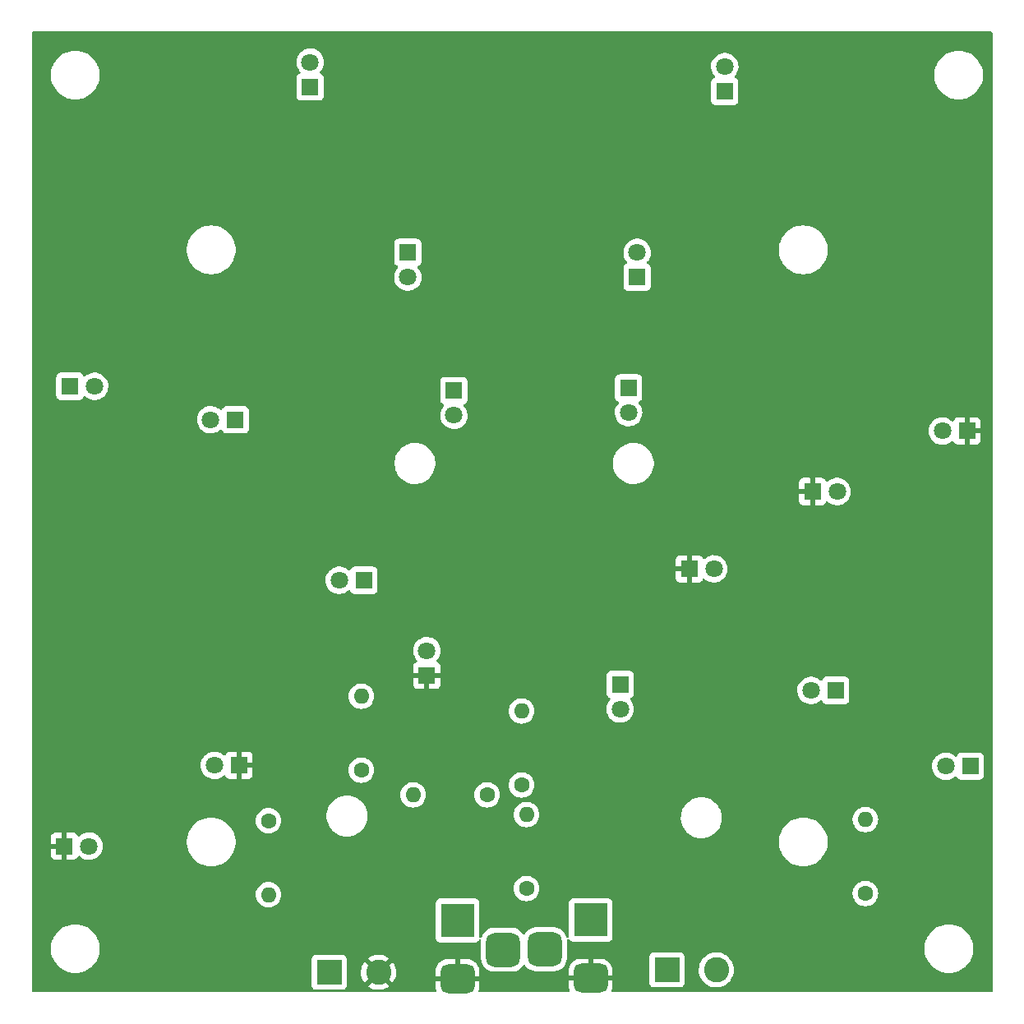
<source format=gbr>
%TF.GenerationSoftware,KiCad,Pcbnew,(6.0.11)*%
%TF.CreationDate,2023-06-08T13:51:31-05:00*%
%TF.ProjectId,LEDpanel,4c454470-616e-4656-9c2e-6b696361645f,rev?*%
%TF.SameCoordinates,Original*%
%TF.FileFunction,Copper,L2,Bot*%
%TF.FilePolarity,Positive*%
%FSLAX46Y46*%
G04 Gerber Fmt 4.6, Leading zero omitted, Abs format (unit mm)*
G04 Created by KiCad (PCBNEW (6.0.11)) date 2023-06-08 13:51:31*
%MOMM*%
%LPD*%
G01*
G04 APERTURE LIST*
G04 Aperture macros list*
%AMRoundRect*
0 Rectangle with rounded corners*
0 $1 Rounding radius*
0 $2 $3 $4 $5 $6 $7 $8 $9 X,Y pos of 4 corners*
0 Add a 4 corners polygon primitive as box body*
4,1,4,$2,$3,$4,$5,$6,$7,$8,$9,$2,$3,0*
0 Add four circle primitives for the rounded corners*
1,1,$1+$1,$2,$3*
1,1,$1+$1,$4,$5*
1,1,$1+$1,$6,$7*
1,1,$1+$1,$8,$9*
0 Add four rect primitives between the rounded corners*
20,1,$1+$1,$2,$3,$4,$5,0*
20,1,$1+$1,$4,$5,$6,$7,0*
20,1,$1+$1,$6,$7,$8,$9,0*
20,1,$1+$1,$8,$9,$2,$3,0*%
G04 Aperture macros list end*
%TA.AperFunction,ComponentPad*%
%ADD10R,1.800000X1.800000*%
%TD*%
%TA.AperFunction,ComponentPad*%
%ADD11C,1.800000*%
%TD*%
%TA.AperFunction,ComponentPad*%
%ADD12R,3.500000X3.500000*%
%TD*%
%TA.AperFunction,ComponentPad*%
%ADD13RoundRect,0.750000X1.000000X-0.750000X1.000000X0.750000X-1.000000X0.750000X-1.000000X-0.750000X0*%
%TD*%
%TA.AperFunction,ComponentPad*%
%ADD14RoundRect,0.875000X0.875000X-0.875000X0.875000X0.875000X-0.875000X0.875000X-0.875000X-0.875000X0*%
%TD*%
%TA.AperFunction,ComponentPad*%
%ADD15R,2.600000X2.600000*%
%TD*%
%TA.AperFunction,ComponentPad*%
%ADD16C,2.600000*%
%TD*%
%TA.AperFunction,ComponentPad*%
%ADD17C,1.600000*%
%TD*%
%TA.AperFunction,ComponentPad*%
%ADD18O,1.600000X1.600000*%
%TD*%
%TA.AperFunction,ViaPad*%
%ADD19C,0.800000*%
%TD*%
%TA.AperFunction,Conductor*%
%ADD20C,1.500000*%
%TD*%
G04 APERTURE END LIST*
D10*
%TO.P,D18,1,K*%
%TO.N,Net-(D16-Pad1)*%
X54200000Y-31200000D03*
D11*
%TO.P,D18,2,A*%
%TO.N,Net-(D1-Pad1)*%
X54200000Y-28660000D03*
%TD*%
D12*
%TO.P,J1,1*%
%TO.N,+VDC*%
X69374000Y-117094000D03*
D13*
%TO.P,J1,2*%
%TO.N,GND*%
X69374000Y-123094000D03*
D14*
%TO.P,J1,3*%
%TO.N,unconnected-(J1-Pad3)*%
X74074000Y-120094000D03*
%TD*%
D10*
%TO.P,D3,1,K*%
%TO.N,Net-(D1-Pad1)*%
X122200000Y-101200000D03*
D11*
%TO.P,D3,2,A*%
%TO.N,Net-(R1-Pad2)*%
X119660000Y-101200000D03*
%TD*%
D10*
%TO.P,D9,1,K*%
%TO.N,Net-(D22-Pad2)*%
X108336000Y-93384000D03*
D11*
%TO.P,D9,2,A*%
%TO.N,Net-(R3-Pad2)*%
X105796000Y-93384000D03*
%TD*%
D10*
%TO.P,D45,1,K*%
%TO.N,GND*%
X66224500Y-91827000D03*
D11*
%TO.P,D45,2,A*%
%TO.N,Net-(D28-Pad1)*%
X66224500Y-89287000D03*
%TD*%
D10*
%TO.P,D39,1,K*%
%TO.N,GND*%
X46860000Y-101110000D03*
D11*
%TO.P,D39,2,A*%
%TO.N,Net-(D22-Pad1)*%
X44320000Y-101110000D03*
%TD*%
D15*
%TO.P,J3,1,Pin_1*%
%TO.N,Net-(C1-Pad1)*%
X56166000Y-122428000D03*
D16*
%TO.P,J3,2,Pin_2*%
%TO.N,GND*%
X61246000Y-122428000D03*
%TD*%
D10*
%TO.P,D36,1,K*%
%TO.N,GND*%
X105941000Y-72898000D03*
D11*
%TO.P,D36,2,A*%
%TO.N,Net-(D19-Pad1)*%
X108481000Y-72898000D03*
%TD*%
D10*
%TO.P,D33,1,K*%
%TO.N,GND*%
X28885000Y-109425000D03*
D11*
%TO.P,D33,2,A*%
%TO.N,Net-(D16-Pad1)*%
X31425000Y-109425000D03*
%TD*%
D17*
%TO.P,R9,1*%
%TO.N,Net-(R4-Pad1)*%
X59468000Y-101600000D03*
D18*
%TO.P,R9,2*%
%TO.N,Net-(R4-Pad2)*%
X59468000Y-93980000D03*
%TD*%
D17*
%TO.P,R10,1*%
%TO.N,Net-(R10-Pad1)*%
X75978000Y-103124000D03*
D18*
%TO.P,R10,2*%
%TO.N,Net-(D13-Pad2)*%
X75978000Y-95504000D03*
%TD*%
D17*
%TO.P,R12,1*%
%TO.N,Net-(R11-Pad1)*%
X49900000Y-106800000D03*
D18*
%TO.P,R12,2*%
%TO.N,Net-(D46-Pad2)*%
X49900000Y-114420000D03*
%TD*%
D10*
%TO.P,D27,1,K*%
%TO.N,Net-(D25-Pad1)*%
X87000000Y-62230000D03*
D11*
%TO.P,D27,2,A*%
%TO.N,Net-(D10-Pad1)*%
X87000000Y-64770000D03*
%TD*%
D10*
%TO.P,D6,1,K*%
%TO.N,Net-(D19-Pad2)*%
X46500000Y-65500000D03*
D11*
%TO.P,D6,2,A*%
%TO.N,Net-(D4-Pad2)*%
X43960000Y-65500000D03*
%TD*%
D10*
%TO.P,D12,1,K*%
%TO.N,Net-(D10-Pad1)*%
X59722000Y-82042000D03*
D11*
%TO.P,D12,2,A*%
%TO.N,Net-(R4-Pad2)*%
X57182000Y-82042000D03*
%TD*%
D10*
%TO.P,D15,1,K*%
%TO.N,Net-(D13-Pad1)*%
X86138000Y-92770000D03*
D11*
%TO.P,D15,2,A*%
%TO.N,Net-(D13-Pad2)*%
X86138000Y-95310000D03*
%TD*%
D17*
%TO.P,R6,1*%
%TO.N,Net-(R1-Pad1)*%
X111400000Y-114300000D03*
D18*
%TO.P,R6,2*%
%TO.N,Net-(R1-Pad2)*%
X111400000Y-106680000D03*
%TD*%
D10*
%TO.P,D51,1,K*%
%TO.N,Net-(D49-Pad1)*%
X96908000Y-31665000D03*
D11*
%TO.P,D51,2,A*%
%TO.N,Net-(D46-Pad1)*%
X96908000Y-29125000D03*
%TD*%
D10*
%TO.P,D21,1,K*%
%TO.N,Net-(D19-Pad1)*%
X64262000Y-48260000D03*
D11*
%TO.P,D21,2,A*%
%TO.N,Net-(D19-Pad2)*%
X64262000Y-50800000D03*
%TD*%
D10*
%TO.P,D54,1,K*%
%TO.N,GND*%
X121862000Y-66664500D03*
D11*
%TO.P,D54,2,A*%
%TO.N,Net-(D49-Pad1)*%
X119322000Y-66664500D03*
%TD*%
D10*
%TO.P,D42,1,K*%
%TO.N,GND*%
X93250000Y-80860000D03*
D11*
%TO.P,D42,2,A*%
%TO.N,Net-(D25-Pad1)*%
X95790000Y-80860000D03*
%TD*%
D15*
%TO.P,SW1,1,A*%
%TO.N,+VDC*%
X90964000Y-122174000D03*
D16*
%TO.P,SW1,2,B*%
%TO.N,Net-(C1-Pad1)*%
X96044000Y-122174000D03*
%TD*%
D10*
%TO.P,D30,1,K*%
%TO.N,Net-(D28-Pad1)*%
X69000000Y-62500000D03*
D11*
%TO.P,D30,2,A*%
%TO.N,Net-(D13-Pad1)*%
X69000000Y-65040000D03*
%TD*%
D17*
%TO.P,R7,1*%
%TO.N,Net-(R2-Pad1)*%
X72422000Y-104140000D03*
D18*
%TO.P,R7,2*%
%TO.N,Net-(D4-Pad2)*%
X64802000Y-104140000D03*
%TD*%
D17*
%TO.P,R8,1*%
%TO.N,Net-(R3-Pad1)*%
X76486000Y-113792000D03*
D18*
%TO.P,R8,2*%
%TO.N,Net-(R3-Pad2)*%
X76486000Y-106172000D03*
%TD*%
D10*
%TO.P,D48,1,K*%
%TO.N,Net-(D46-Pad1)*%
X29450000Y-62050000D03*
D11*
%TO.P,D48,2,A*%
%TO.N,Net-(D46-Pad2)*%
X31990000Y-62050000D03*
%TD*%
D10*
%TO.P,D24,1,K*%
%TO.N,Net-(D22-Pad1)*%
X87884000Y-50800000D03*
D11*
%TO.P,D24,2,A*%
%TO.N,Net-(D22-Pad2)*%
X87884000Y-48260000D03*
%TD*%
D12*
%TO.P,J2,1*%
%TO.N,+VDC*%
X83090000Y-117043200D03*
D13*
%TO.P,J2,2*%
%TO.N,GND*%
X83090000Y-123043200D03*
D14*
%TO.P,J2,3*%
%TO.N,unconnected-(J2-Pad3)*%
X78390000Y-120043200D03*
%TD*%
D19*
%TO.N,GND*%
X44450000Y-54483000D03*
X57500000Y-66000000D03*
X106934000Y-103886000D03*
X94012000Y-89916000D03*
X93965000Y-86868000D03*
X67056000Y-31750000D03*
X29741000Y-89135000D03*
X121516000Y-79439500D03*
X120500000Y-52000000D03*
X59866500Y-89869000D03*
X57500000Y-68000000D03*
X73325000Y-63675000D03*
X74500000Y-63675000D03*
X45790000Y-79760000D03*
X60869000Y-89869000D03*
X57500000Y-66802000D03*
X120100000Y-89875000D03*
X91218000Y-83566000D03*
X107500000Y-75000000D03*
X71000000Y-64000000D03*
X75057000Y-50038000D03*
X89186000Y-63246000D03*
X58000000Y-70000000D03*
X92996000Y-63500000D03*
X63786000Y-90678000D03*
X78010000Y-93980000D03*
X94000000Y-63500000D03*
X90424000Y-49911000D03*
X108530000Y-30302000D03*
X30662000Y-49492000D03*
X97282000Y-50292000D03*
%TD*%
D20*
%TO.N,GND*%
X57500000Y-66000000D02*
X57500000Y-66802000D01*
X60869000Y-89869000D02*
X59866500Y-89869000D01*
%TD*%
%TA.AperFunction,Conductor*%
%TO.N,GND*%
G36*
X124433621Y-25528502D02*
G01*
X124480114Y-25582158D01*
X124491500Y-25634500D01*
X124491500Y-124365500D01*
X124471498Y-124433621D01*
X124417842Y-124480114D01*
X124365500Y-124491500D01*
X85350230Y-124491500D01*
X85282109Y-124471498D01*
X85235616Y-124417842D01*
X85225512Y-124347568D01*
X85235666Y-124313049D01*
X85278299Y-124219931D01*
X85282033Y-124209385D01*
X85335147Y-124002521D01*
X85336918Y-123991966D01*
X85347793Y-123858270D01*
X85348000Y-123853164D01*
X85348000Y-123522134D01*
X89155500Y-123522134D01*
X89162255Y-123584316D01*
X89213385Y-123720705D01*
X89300739Y-123837261D01*
X89417295Y-123924615D01*
X89553684Y-123975745D01*
X89615866Y-123982500D01*
X92312134Y-123982500D01*
X92374316Y-123975745D01*
X92510705Y-123924615D01*
X92627261Y-123837261D01*
X92714615Y-123720705D01*
X92765745Y-123584316D01*
X92772500Y-123522134D01*
X92772500Y-122126526D01*
X94231050Y-122126526D01*
X94231274Y-122131192D01*
X94231274Y-122131197D01*
X94236176Y-122233236D01*
X94243947Y-122395019D01*
X94296388Y-122658656D01*
X94387220Y-122911646D01*
X94514450Y-123148431D01*
X94517241Y-123152168D01*
X94517245Y-123152175D01*
X94598887Y-123261506D01*
X94675281Y-123363810D01*
X94678590Y-123367090D01*
X94678595Y-123367096D01*
X94862863Y-123549762D01*
X94866180Y-123553050D01*
X94869942Y-123555808D01*
X94869945Y-123555811D01*
X94918912Y-123591715D01*
X95082954Y-123711995D01*
X95087089Y-123714171D01*
X95087093Y-123714173D01*
X95316698Y-123834975D01*
X95320840Y-123837154D01*
X95381310Y-123858271D01*
X95512156Y-123903964D01*
X95574613Y-123925775D01*
X95579206Y-123926647D01*
X95834109Y-123975042D01*
X95834112Y-123975042D01*
X95838698Y-123975913D01*
X95966370Y-123980929D01*
X96102625Y-123986283D01*
X96102630Y-123986283D01*
X96107293Y-123986466D01*
X96211607Y-123975042D01*
X96369844Y-123957713D01*
X96369850Y-123957712D01*
X96374497Y-123957203D01*
X96486302Y-123927767D01*
X96629918Y-123889956D01*
X96629920Y-123889955D01*
X96634441Y-123888765D01*
X96741795Y-123842642D01*
X96877120Y-123784502D01*
X96877122Y-123784501D01*
X96881414Y-123782657D01*
X97000071Y-123709230D01*
X97106017Y-123643669D01*
X97106021Y-123643666D01*
X97109990Y-123641210D01*
X97315149Y-123467530D01*
X97492382Y-123265434D01*
X97637797Y-123039361D01*
X97748199Y-122794278D01*
X97785209Y-122663051D01*
X97819893Y-122540072D01*
X97819894Y-122540069D01*
X97821163Y-122535568D01*
X97836066Y-122418420D01*
X97854688Y-122272045D01*
X97854688Y-122272041D01*
X97855086Y-122268915D01*
X97855488Y-122253580D01*
X97857488Y-122177160D01*
X97857571Y-122174000D01*
X97837650Y-121905937D01*
X97831106Y-121877015D01*
X97779361Y-121648331D01*
X97779360Y-121648326D01*
X97778327Y-121643763D01*
X97680902Y-121393238D01*
X97547518Y-121159864D01*
X97544237Y-121155701D01*
X97459373Y-121048052D01*
X97381105Y-120948769D01*
X97185317Y-120764591D01*
X96999527Y-120635703D01*
X96968299Y-120614039D01*
X96968296Y-120614037D01*
X96964457Y-120611374D01*
X96960264Y-120609306D01*
X96727564Y-120494551D01*
X96727561Y-120494550D01*
X96723376Y-120492486D01*
X96675745Y-120477239D01*
X96497657Y-120420233D01*
X96467370Y-120410538D01*
X96462763Y-120409788D01*
X96462760Y-120409787D01*
X96249337Y-120375029D01*
X96202063Y-120367330D01*
X96071719Y-120365624D01*
X95937961Y-120363873D01*
X95937958Y-120363873D01*
X95933284Y-120363812D01*
X95666937Y-120400060D01*
X95408874Y-120475278D01*
X95164763Y-120587815D01*
X95160854Y-120590378D01*
X94943881Y-120732631D01*
X94943876Y-120732635D01*
X94939968Y-120735197D01*
X94936476Y-120738314D01*
X94784331Y-120874109D01*
X94739426Y-120914188D01*
X94567544Y-121120854D01*
X94565121Y-121124847D01*
X94432556Y-121343307D01*
X94428096Y-121350656D01*
X94426287Y-121354970D01*
X94426285Y-121354974D01*
X94338648Y-121563966D01*
X94324148Y-121598545D01*
X94257981Y-121859077D01*
X94231050Y-122126526D01*
X92772500Y-122126526D01*
X92772500Y-120825866D01*
X92765745Y-120763684D01*
X92714615Y-120627295D01*
X92627261Y-120510739D01*
X92510705Y-120423385D01*
X92374316Y-120372255D01*
X92312134Y-120365500D01*
X89615866Y-120365500D01*
X89553684Y-120372255D01*
X89417295Y-120423385D01*
X89300739Y-120510739D01*
X89213385Y-120627295D01*
X89162255Y-120763684D01*
X89155500Y-120825866D01*
X89155500Y-123522134D01*
X85348000Y-123522134D01*
X85348000Y-123315315D01*
X85343525Y-123300076D01*
X85342135Y-123298871D01*
X85334452Y-123297200D01*
X80850116Y-123297200D01*
X80834877Y-123301675D01*
X80833672Y-123303065D01*
X80832001Y-123310748D01*
X80832001Y-123853161D01*
X80832209Y-123858271D01*
X80843082Y-123991967D01*
X80844852Y-124002520D01*
X80897967Y-124209385D01*
X80901701Y-124219931D01*
X80944334Y-124313049D01*
X80954505Y-124383313D01*
X80925073Y-124447922D01*
X80865383Y-124486362D01*
X80829770Y-124491500D01*
X71657488Y-124491500D01*
X71589367Y-124471498D01*
X71542874Y-124417842D01*
X71532770Y-124347568D01*
X71542924Y-124313049D01*
X71562299Y-124270731D01*
X71566033Y-124260185D01*
X71619147Y-124053321D01*
X71620918Y-124042766D01*
X71631793Y-123909070D01*
X71632000Y-123903964D01*
X71632000Y-123366115D01*
X71627525Y-123350876D01*
X71626135Y-123349671D01*
X71618452Y-123348000D01*
X67134116Y-123348000D01*
X67118877Y-123352475D01*
X67117672Y-123353865D01*
X67116001Y-123361548D01*
X67116001Y-123903961D01*
X67116209Y-123909071D01*
X67127082Y-124042767D01*
X67128852Y-124053320D01*
X67181967Y-124260185D01*
X67185701Y-124270731D01*
X67205076Y-124313049D01*
X67215247Y-124383313D01*
X67185815Y-124447922D01*
X67126125Y-124486362D01*
X67090512Y-124491500D01*
X61314891Y-124491500D01*
X61308974Y-124489763D01*
X61294937Y-124491500D01*
X25634500Y-124491500D01*
X25566379Y-124471498D01*
X25519886Y-124417842D01*
X25508500Y-124365500D01*
X25508500Y-123776134D01*
X54357500Y-123776134D01*
X54364255Y-123838316D01*
X54415385Y-123974705D01*
X54502739Y-124091261D01*
X54619295Y-124178615D01*
X54755684Y-124229745D01*
X54817866Y-124236500D01*
X57514134Y-124236500D01*
X57576316Y-124229745D01*
X57712705Y-124178615D01*
X57829261Y-124091261D01*
X57916615Y-123974705D01*
X57954778Y-123872906D01*
X60165839Y-123872906D01*
X60174553Y-123884427D01*
X60281452Y-123962809D01*
X60289351Y-123967745D01*
X60518905Y-124088519D01*
X60527454Y-124092236D01*
X60772327Y-124177749D01*
X60781336Y-124180163D01*
X61036166Y-124228544D01*
X61045423Y-124229598D01*
X61299884Y-124239597D01*
X61303284Y-124240742D01*
X61310492Y-124239577D01*
X61313920Y-124239457D01*
X61571753Y-124211220D01*
X61580930Y-124209519D01*
X61831758Y-124143481D01*
X61840574Y-124140445D01*
X62078880Y-124038062D01*
X62087167Y-124033748D01*
X62307718Y-123897266D01*
X62315268Y-123891780D01*
X62320559Y-123887301D01*
X62328997Y-123874497D01*
X62322935Y-123864145D01*
X61258812Y-122800022D01*
X61244868Y-122792408D01*
X61243035Y-122792539D01*
X61236420Y-122796790D01*
X60172497Y-123860713D01*
X60165839Y-123872906D01*
X57954778Y-123872906D01*
X57967745Y-123838316D01*
X57974500Y-123776134D01*
X57974500Y-122385211D01*
X59433775Y-122385211D01*
X59446220Y-122644288D01*
X59447356Y-122653543D01*
X59497961Y-122907945D01*
X59500449Y-122916917D01*
X59588095Y-123161033D01*
X59591895Y-123169568D01*
X59714658Y-123398042D01*
X59719666Y-123405904D01*
X59789720Y-123499716D01*
X59800979Y-123508165D01*
X59813397Y-123501393D01*
X60873978Y-122440812D01*
X60880356Y-122429132D01*
X61610408Y-122429132D01*
X61610539Y-122430965D01*
X61614790Y-122437580D01*
X62682094Y-123504884D01*
X62694474Y-123511644D01*
X62702815Y-123505400D01*
X62836832Y-123297048D01*
X62841275Y-123288864D01*
X62947807Y-123052370D01*
X62950997Y-123043605D01*
X63013530Y-122821885D01*
X67116000Y-122821885D01*
X67120475Y-122837124D01*
X67121865Y-122838329D01*
X67129548Y-122840000D01*
X69101885Y-122840000D01*
X69117124Y-122835525D01*
X69118329Y-122834135D01*
X69120000Y-122826452D01*
X69120000Y-122821885D01*
X69628000Y-122821885D01*
X69632475Y-122837124D01*
X69633865Y-122838329D01*
X69641548Y-122840000D01*
X71613884Y-122840000D01*
X71629123Y-122835525D01*
X71630328Y-122834135D01*
X71631999Y-122826452D01*
X71631999Y-122771085D01*
X80832000Y-122771085D01*
X80836475Y-122786324D01*
X80837865Y-122787529D01*
X80845548Y-122789200D01*
X82817885Y-122789200D01*
X82833124Y-122784725D01*
X82834329Y-122783335D01*
X82836000Y-122775652D01*
X82836000Y-122771085D01*
X83344000Y-122771085D01*
X83348475Y-122786324D01*
X83349865Y-122787529D01*
X83357548Y-122789200D01*
X85329884Y-122789200D01*
X85345123Y-122784725D01*
X85346328Y-122783335D01*
X85347999Y-122775652D01*
X85347999Y-122233239D01*
X85347791Y-122228129D01*
X85336918Y-122094433D01*
X85335148Y-122083880D01*
X85282033Y-121877015D01*
X85278299Y-121866469D01*
X85189490Y-121672495D01*
X85183954Y-121662788D01*
X85062197Y-121487603D01*
X85055024Y-121479024D01*
X84904176Y-121328176D01*
X84895597Y-121321003D01*
X84720412Y-121199246D01*
X84710705Y-121193710D01*
X84516731Y-121104901D01*
X84506185Y-121101167D01*
X84299321Y-121048053D01*
X84288766Y-121046282D01*
X84155070Y-121035407D01*
X84149964Y-121035200D01*
X83362115Y-121035200D01*
X83346876Y-121039675D01*
X83345671Y-121041065D01*
X83344000Y-121048748D01*
X83344000Y-122771085D01*
X82836000Y-122771085D01*
X82836000Y-121053316D01*
X82831525Y-121038077D01*
X82830135Y-121036872D01*
X82822452Y-121035201D01*
X82030039Y-121035201D01*
X82024929Y-121035409D01*
X81891233Y-121046282D01*
X81880680Y-121048052D01*
X81673815Y-121101167D01*
X81663269Y-121104901D01*
X81469295Y-121193710D01*
X81459588Y-121199246D01*
X81284403Y-121321003D01*
X81275824Y-121328176D01*
X81124976Y-121479024D01*
X81117803Y-121487603D01*
X80996046Y-121662788D01*
X80990510Y-121672495D01*
X80901701Y-121866469D01*
X80897967Y-121877015D01*
X80844853Y-122083879D01*
X80843082Y-122094434D01*
X80832207Y-122228130D01*
X80832000Y-122233236D01*
X80832000Y-122771085D01*
X71631999Y-122771085D01*
X71631999Y-122284039D01*
X71631791Y-122278929D01*
X71620918Y-122145233D01*
X71619148Y-122134680D01*
X71566033Y-121927815D01*
X71562299Y-121917269D01*
X71473490Y-121723295D01*
X71467954Y-121713588D01*
X71346197Y-121538403D01*
X71339024Y-121529824D01*
X71188176Y-121378976D01*
X71179597Y-121371803D01*
X71004412Y-121250046D01*
X70994705Y-121244510D01*
X70800731Y-121155701D01*
X70790185Y-121151967D01*
X70583321Y-121098853D01*
X70572766Y-121097082D01*
X70439070Y-121086207D01*
X70433964Y-121086000D01*
X69646115Y-121086000D01*
X69630876Y-121090475D01*
X69629671Y-121091865D01*
X69628000Y-121099548D01*
X69628000Y-122821885D01*
X69120000Y-122821885D01*
X69120000Y-121104116D01*
X69115525Y-121088877D01*
X69114135Y-121087672D01*
X69106452Y-121086001D01*
X68314039Y-121086001D01*
X68308929Y-121086209D01*
X68175233Y-121097082D01*
X68164680Y-121098852D01*
X67957815Y-121151967D01*
X67947269Y-121155701D01*
X67753295Y-121244510D01*
X67743588Y-121250046D01*
X67568403Y-121371803D01*
X67559824Y-121378976D01*
X67408976Y-121529824D01*
X67401803Y-121538403D01*
X67280046Y-121713588D01*
X67274510Y-121723295D01*
X67185701Y-121917269D01*
X67181967Y-121927815D01*
X67128853Y-122134679D01*
X67127082Y-122145234D01*
X67116207Y-122278930D01*
X67116000Y-122284036D01*
X67116000Y-122821885D01*
X63013530Y-122821885D01*
X63021402Y-122793972D01*
X63023262Y-122784830D01*
X63056187Y-122526019D01*
X63056668Y-122519733D01*
X63058987Y-122431160D01*
X63058836Y-122424851D01*
X63039501Y-122164662D01*
X63038125Y-122155457D01*
X62980878Y-121902467D01*
X62978154Y-121893556D01*
X62884143Y-121651806D01*
X62880132Y-121643397D01*
X62751422Y-121418202D01*
X62746211Y-121410476D01*
X62702996Y-121355658D01*
X62691071Y-121347187D01*
X62679537Y-121353673D01*
X61618022Y-122415188D01*
X61610408Y-122429132D01*
X60880356Y-122429132D01*
X60881592Y-122426868D01*
X60881461Y-122425035D01*
X60877210Y-122418420D01*
X59811816Y-121353026D01*
X59798507Y-121345758D01*
X59788472Y-121352878D01*
X59772937Y-121371556D01*
X59767531Y-121379135D01*
X59632965Y-121600891D01*
X59628736Y-121609192D01*
X59528432Y-121848389D01*
X59525471Y-121857239D01*
X59461628Y-122108625D01*
X59460006Y-122117822D01*
X59434020Y-122375885D01*
X59433775Y-122385211D01*
X57974500Y-122385211D01*
X57974500Y-121079866D01*
X57967745Y-121017684D01*
X57953876Y-120980689D01*
X60163102Y-120980689D01*
X60167675Y-120990465D01*
X61233188Y-122055978D01*
X61247132Y-122063592D01*
X61248965Y-122063461D01*
X61255580Y-122059210D01*
X62320349Y-120994441D01*
X62326733Y-120982751D01*
X62317321Y-120970641D01*
X62170045Y-120868471D01*
X62162010Y-120863738D01*
X61929376Y-120749016D01*
X61920743Y-120745528D01*
X61673703Y-120666450D01*
X61664643Y-120664274D01*
X61408630Y-120622580D01*
X61399343Y-120621768D01*
X61139992Y-120618373D01*
X61130681Y-120618943D01*
X60873682Y-120653919D01*
X60864546Y-120655860D01*
X60615543Y-120728439D01*
X60606800Y-120731707D01*
X60371252Y-120840296D01*
X60363097Y-120844816D01*
X60172240Y-120969947D01*
X60163102Y-120980689D01*
X57953876Y-120980689D01*
X57916615Y-120881295D01*
X57829261Y-120764739D01*
X57712705Y-120677385D01*
X57576316Y-120626255D01*
X57514134Y-120619500D01*
X54817866Y-120619500D01*
X54755684Y-120626255D01*
X54619295Y-120677385D01*
X54502739Y-120764739D01*
X54415385Y-120881295D01*
X54364255Y-121017684D01*
X54357500Y-121079866D01*
X54357500Y-123776134D01*
X25508500Y-123776134D01*
X25508500Y-120157821D01*
X27491500Y-120157821D01*
X27531060Y-120470975D01*
X27609557Y-120776702D01*
X27611010Y-120780371D01*
X27611010Y-120780372D01*
X27716993Y-121048053D01*
X27725753Y-121070179D01*
X27727659Y-121073647D01*
X27727660Y-121073648D01*
X27796709Y-121199246D01*
X27877816Y-121346779D01*
X28063346Y-121602140D01*
X28279418Y-121832233D01*
X28282469Y-121834757D01*
X28282470Y-121834758D01*
X28394956Y-121927815D01*
X28522625Y-122033432D01*
X28789131Y-122202562D01*
X28792710Y-122204246D01*
X28792717Y-122204250D01*
X29071144Y-122335267D01*
X29071148Y-122335269D01*
X29074734Y-122336956D01*
X29078506Y-122338182D01*
X29078507Y-122338182D01*
X29122293Y-122352409D01*
X29374928Y-122434495D01*
X29684980Y-122493641D01*
X29921162Y-122508500D01*
X30078838Y-122508500D01*
X30315020Y-122493641D01*
X30625072Y-122434495D01*
X30877707Y-122352409D01*
X30921493Y-122338182D01*
X30921494Y-122338182D01*
X30925266Y-122336956D01*
X30928852Y-122335269D01*
X30928856Y-122335267D01*
X31207283Y-122204250D01*
X31207290Y-122204246D01*
X31210869Y-122202562D01*
X31477375Y-122033432D01*
X31605044Y-121927815D01*
X31717530Y-121834758D01*
X31717531Y-121834757D01*
X31720582Y-121832233D01*
X31936654Y-121602140D01*
X32122184Y-121346779D01*
X32203292Y-121199246D01*
X32272340Y-121073648D01*
X32272341Y-121073647D01*
X32274247Y-121070179D01*
X32283008Y-121048053D01*
X32388990Y-120780372D01*
X32388990Y-120780371D01*
X32390443Y-120776702D01*
X32468940Y-120470975D01*
X32508500Y-120157821D01*
X32508500Y-119842179D01*
X32468940Y-119529025D01*
X32390443Y-119223298D01*
X32386224Y-119212642D01*
X32275702Y-118933495D01*
X32275700Y-118933490D01*
X32274247Y-118929821D01*
X32253528Y-118892134D01*
X67115500Y-118892134D01*
X67122255Y-118954316D01*
X67173385Y-119090705D01*
X67260739Y-119207261D01*
X67377295Y-119294615D01*
X67513684Y-119345745D01*
X67575866Y-119352500D01*
X71172134Y-119352500D01*
X71234316Y-119345745D01*
X71370705Y-119294615D01*
X71487261Y-119207261D01*
X71574615Y-119090705D01*
X71577764Y-119082304D01*
X71578981Y-119080082D01*
X71629240Y-119029936D01*
X71698631Y-119014923D01*
X71765123Y-119039809D01*
X71807605Y-119096693D01*
X71815500Y-119140592D01*
X71815500Y-121061364D01*
X71815591Y-121063037D01*
X71815591Y-121063052D01*
X71817815Y-121104116D01*
X71818619Y-121118957D01*
X71819456Y-121123243D01*
X71852678Y-121293360D01*
X71863620Y-121349393D01*
X71946804Y-121568952D01*
X72001967Y-121662788D01*
X72038328Y-121724639D01*
X72065791Y-121771356D01*
X72217181Y-121950819D01*
X72396644Y-122102209D01*
X72401248Y-122104915D01*
X72401250Y-122104917D01*
X72445954Y-122131197D01*
X72599048Y-122221196D01*
X72818607Y-122304380D01*
X73049043Y-122349381D01*
X73053401Y-122349617D01*
X73104948Y-122352409D01*
X73104963Y-122352409D01*
X73106636Y-122352500D01*
X75041364Y-122352500D01*
X75043037Y-122352409D01*
X75043052Y-122352409D01*
X75094599Y-122349617D01*
X75098957Y-122349381D01*
X75329393Y-122304380D01*
X75548952Y-122221196D01*
X75702046Y-122131197D01*
X75746750Y-122104917D01*
X75746752Y-122104915D01*
X75751356Y-122102209D01*
X75930819Y-121950819D01*
X76082209Y-121771356D01*
X76109673Y-121724639D01*
X76138311Y-121675923D01*
X76190077Y-121627335D01*
X76259894Y-121614446D01*
X76325595Y-121641350D01*
X76355553Y-121675924D01*
X76379080Y-121715946D01*
X76379083Y-121715950D01*
X76381791Y-121720556D01*
X76533181Y-121900019D01*
X76712644Y-122051409D01*
X76915048Y-122170396D01*
X77134607Y-122253580D01*
X77139839Y-122254602D01*
X77139840Y-122254602D01*
X77229160Y-122272045D01*
X77365043Y-122298581D01*
X77369401Y-122298817D01*
X77420948Y-122301609D01*
X77420963Y-122301609D01*
X77422636Y-122301700D01*
X79357364Y-122301700D01*
X79359037Y-122301609D01*
X79359052Y-122301609D01*
X79410599Y-122298817D01*
X79414957Y-122298581D01*
X79550840Y-122272045D01*
X79640160Y-122254602D01*
X79640161Y-122254602D01*
X79645393Y-122253580D01*
X79864952Y-122170396D01*
X80067356Y-122051409D01*
X80246819Y-121900019D01*
X80398209Y-121720556D01*
X80402306Y-121713588D01*
X80468556Y-121600891D01*
X80517196Y-121518152D01*
X80600380Y-121298593D01*
X80645381Y-121068157D01*
X80646848Y-121041065D01*
X80648409Y-121012252D01*
X80648409Y-121012237D01*
X80648500Y-121010564D01*
X80648500Y-120157821D01*
X117491500Y-120157821D01*
X117531060Y-120470975D01*
X117609557Y-120776702D01*
X117611010Y-120780371D01*
X117611010Y-120780372D01*
X117716993Y-121048053D01*
X117725753Y-121070179D01*
X117727659Y-121073647D01*
X117727660Y-121073648D01*
X117796709Y-121199246D01*
X117877816Y-121346779D01*
X118063346Y-121602140D01*
X118279418Y-121832233D01*
X118282469Y-121834757D01*
X118282470Y-121834758D01*
X118394956Y-121927815D01*
X118522625Y-122033432D01*
X118789131Y-122202562D01*
X118792710Y-122204246D01*
X118792717Y-122204250D01*
X119071144Y-122335267D01*
X119071148Y-122335269D01*
X119074734Y-122336956D01*
X119078506Y-122338182D01*
X119078507Y-122338182D01*
X119122293Y-122352409D01*
X119374928Y-122434495D01*
X119684980Y-122493641D01*
X119921162Y-122508500D01*
X120078838Y-122508500D01*
X120315020Y-122493641D01*
X120625072Y-122434495D01*
X120877707Y-122352409D01*
X120921493Y-122338182D01*
X120921494Y-122338182D01*
X120925266Y-122336956D01*
X120928852Y-122335269D01*
X120928856Y-122335267D01*
X121207283Y-122204250D01*
X121207290Y-122204246D01*
X121210869Y-122202562D01*
X121477375Y-122033432D01*
X121605044Y-121927815D01*
X121717530Y-121834758D01*
X121717531Y-121834757D01*
X121720582Y-121832233D01*
X121936654Y-121602140D01*
X122122184Y-121346779D01*
X122203292Y-121199246D01*
X122272340Y-121073648D01*
X122272341Y-121073647D01*
X122274247Y-121070179D01*
X122283008Y-121048053D01*
X122388990Y-120780372D01*
X122388990Y-120780371D01*
X122390443Y-120776702D01*
X122468940Y-120470975D01*
X122508500Y-120157821D01*
X122508500Y-119842179D01*
X122468940Y-119529025D01*
X122390443Y-119223298D01*
X122386224Y-119212642D01*
X122275702Y-118933495D01*
X122275700Y-118933490D01*
X122274247Y-118929821D01*
X122225601Y-118841334D01*
X122124093Y-118656693D01*
X122124091Y-118656690D01*
X122122184Y-118653221D01*
X121936654Y-118397860D01*
X121720582Y-118167767D01*
X121477375Y-117966568D01*
X121210869Y-117797438D01*
X121207290Y-117795754D01*
X121207283Y-117795750D01*
X120928856Y-117664733D01*
X120928852Y-117664731D01*
X120925266Y-117663044D01*
X120625072Y-117565505D01*
X120315020Y-117506359D01*
X120078838Y-117491500D01*
X119921162Y-117491500D01*
X119684980Y-117506359D01*
X119374928Y-117565505D01*
X119074734Y-117663044D01*
X119071148Y-117664731D01*
X119071144Y-117664733D01*
X118792717Y-117795750D01*
X118792710Y-117795754D01*
X118789131Y-117797438D01*
X118522625Y-117966568D01*
X118279418Y-118167767D01*
X118063346Y-118397860D01*
X117877816Y-118653221D01*
X117875909Y-118656690D01*
X117875907Y-118656693D01*
X117774399Y-118841334D01*
X117725753Y-118929821D01*
X117724300Y-118933490D01*
X117724298Y-118933495D01*
X117613776Y-119212642D01*
X117609557Y-119223298D01*
X117531060Y-119529025D01*
X117491500Y-119842179D01*
X117491500Y-120157821D01*
X80648500Y-120157821D01*
X80648500Y-119089792D01*
X80668502Y-119021671D01*
X80722158Y-118975178D01*
X80792432Y-118965074D01*
X80857012Y-118994568D01*
X80885019Y-119029282D01*
X80886236Y-119031504D01*
X80889385Y-119039905D01*
X80976739Y-119156461D01*
X81093295Y-119243815D01*
X81229684Y-119294945D01*
X81291866Y-119301700D01*
X84888134Y-119301700D01*
X84950316Y-119294945D01*
X85086705Y-119243815D01*
X85203261Y-119156461D01*
X85290615Y-119039905D01*
X85341745Y-118903516D01*
X85348500Y-118841334D01*
X85348500Y-115245066D01*
X85341745Y-115182884D01*
X85290615Y-115046495D01*
X85203261Y-114929939D01*
X85086705Y-114842585D01*
X84950316Y-114791455D01*
X84888134Y-114784700D01*
X81291866Y-114784700D01*
X81229684Y-114791455D01*
X81093295Y-114842585D01*
X80976739Y-114929939D01*
X80889385Y-115046495D01*
X80838255Y-115182884D01*
X80831500Y-115245066D01*
X80831500Y-118709627D01*
X80811498Y-118777748D01*
X80757842Y-118824241D01*
X80687568Y-118834345D01*
X80622988Y-118804851D01*
X80587673Y-118754268D01*
X80538332Y-118624034D01*
X80517196Y-118568248D01*
X80430783Y-118421254D01*
X80400917Y-118370450D01*
X80400915Y-118370448D01*
X80398209Y-118365844D01*
X80246819Y-118186381D01*
X80067356Y-118034991D01*
X79864952Y-117916004D01*
X79645393Y-117832820D01*
X79414957Y-117787819D01*
X79409227Y-117787509D01*
X79359052Y-117784791D01*
X79359037Y-117784791D01*
X79357364Y-117784700D01*
X77422636Y-117784700D01*
X77420963Y-117784791D01*
X77420948Y-117784791D01*
X77370773Y-117787509D01*
X77365043Y-117787819D01*
X77134607Y-117832820D01*
X76915048Y-117916004D01*
X76712644Y-118034991D01*
X76533181Y-118186381D01*
X76381791Y-118365844D01*
X76379085Y-118370448D01*
X76379083Y-118370450D01*
X76325689Y-118461277D01*
X76273923Y-118509865D01*
X76204106Y-118522754D01*
X76138405Y-118495850D01*
X76108447Y-118461276D01*
X76084920Y-118421254D01*
X76084915Y-118421246D01*
X76082209Y-118416644D01*
X75930819Y-118237181D01*
X75751356Y-118085791D01*
X75548952Y-117966804D01*
X75329393Y-117883620D01*
X75098957Y-117838619D01*
X75093227Y-117838309D01*
X75043052Y-117835591D01*
X75043037Y-117835591D01*
X75041364Y-117835500D01*
X73106636Y-117835500D01*
X73104963Y-117835591D01*
X73104948Y-117835591D01*
X73054773Y-117838309D01*
X73049043Y-117838619D01*
X72818607Y-117883620D01*
X72599048Y-117966804D01*
X72396644Y-118085791D01*
X72217181Y-118237181D01*
X72065791Y-118416644D01*
X71946804Y-118619048D01*
X71912487Y-118709627D01*
X71876327Y-118805068D01*
X71833488Y-118861683D01*
X71766840Y-118886151D01*
X71697545Y-118870702D01*
X71647602Y-118820241D01*
X71632500Y-118760427D01*
X71632500Y-115295866D01*
X71625745Y-115233684D01*
X71574615Y-115097295D01*
X71487261Y-114980739D01*
X71370705Y-114893385D01*
X71234316Y-114842255D01*
X71172134Y-114835500D01*
X67575866Y-114835500D01*
X67513684Y-114842255D01*
X67377295Y-114893385D01*
X67260739Y-114980739D01*
X67173385Y-115097295D01*
X67122255Y-115233684D01*
X67115500Y-115295866D01*
X67115500Y-118892134D01*
X32253528Y-118892134D01*
X32225601Y-118841334D01*
X32124093Y-118656693D01*
X32124091Y-118656690D01*
X32122184Y-118653221D01*
X31936654Y-118397860D01*
X31720582Y-118167767D01*
X31477375Y-117966568D01*
X31210869Y-117797438D01*
X31207290Y-117795754D01*
X31207283Y-117795750D01*
X30928856Y-117664733D01*
X30928852Y-117664731D01*
X30925266Y-117663044D01*
X30625072Y-117565505D01*
X30315020Y-117506359D01*
X30078838Y-117491500D01*
X29921162Y-117491500D01*
X29684980Y-117506359D01*
X29374928Y-117565505D01*
X29074734Y-117663044D01*
X29071148Y-117664731D01*
X29071144Y-117664733D01*
X28792717Y-117795750D01*
X28792710Y-117795754D01*
X28789131Y-117797438D01*
X28522625Y-117966568D01*
X28279418Y-118167767D01*
X28063346Y-118397860D01*
X27877816Y-118653221D01*
X27875909Y-118656690D01*
X27875907Y-118656693D01*
X27774399Y-118841334D01*
X27725753Y-118929821D01*
X27724300Y-118933490D01*
X27724298Y-118933495D01*
X27613776Y-119212642D01*
X27609557Y-119223298D01*
X27531060Y-119529025D01*
X27491500Y-119842179D01*
X27491500Y-120157821D01*
X25508500Y-120157821D01*
X25508500Y-114420000D01*
X48586502Y-114420000D01*
X48606457Y-114648087D01*
X48607881Y-114653400D01*
X48607881Y-114653402D01*
X48658485Y-114842255D01*
X48665716Y-114869243D01*
X48668039Y-114874224D01*
X48668039Y-114874225D01*
X48760151Y-115071762D01*
X48760154Y-115071767D01*
X48762477Y-115076749D01*
X48782751Y-115105703D01*
X48882727Y-115248483D01*
X48893802Y-115264300D01*
X49055700Y-115426198D01*
X49060208Y-115429355D01*
X49060211Y-115429357D01*
X49138389Y-115484098D01*
X49243251Y-115557523D01*
X49248233Y-115559846D01*
X49248238Y-115559849D01*
X49445775Y-115651961D01*
X49450757Y-115654284D01*
X49456065Y-115655706D01*
X49456067Y-115655707D01*
X49666598Y-115712119D01*
X49666600Y-115712119D01*
X49671913Y-115713543D01*
X49900000Y-115733498D01*
X50128087Y-115713543D01*
X50133400Y-115712119D01*
X50133402Y-115712119D01*
X50343933Y-115655707D01*
X50343935Y-115655706D01*
X50349243Y-115654284D01*
X50354225Y-115651961D01*
X50551762Y-115559849D01*
X50551767Y-115559846D01*
X50556749Y-115557523D01*
X50661611Y-115484098D01*
X50739789Y-115429357D01*
X50739792Y-115429355D01*
X50744300Y-115426198D01*
X50906198Y-115264300D01*
X50917274Y-115248483D01*
X51017249Y-115105703D01*
X51037523Y-115076749D01*
X51039846Y-115071767D01*
X51039849Y-115071762D01*
X51131961Y-114874225D01*
X51131961Y-114874224D01*
X51134284Y-114869243D01*
X51141516Y-114842255D01*
X51192119Y-114653402D01*
X51192119Y-114653400D01*
X51193543Y-114648087D01*
X51213498Y-114420000D01*
X51193543Y-114191913D01*
X51134284Y-113970757D01*
X51080804Y-113856067D01*
X51050929Y-113792000D01*
X75172502Y-113792000D01*
X75192457Y-114020087D01*
X75251716Y-114241243D01*
X75254039Y-114246224D01*
X75254039Y-114246225D01*
X75346151Y-114443762D01*
X75346154Y-114443767D01*
X75348477Y-114448749D01*
X75479802Y-114636300D01*
X75641700Y-114798198D01*
X75646208Y-114801355D01*
X75646211Y-114801357D01*
X75704620Y-114842255D01*
X75829251Y-114929523D01*
X75834233Y-114931846D01*
X75834238Y-114931849D01*
X75954482Y-114987919D01*
X76036757Y-115026284D01*
X76042065Y-115027706D01*
X76042067Y-115027707D01*
X76252598Y-115084119D01*
X76252600Y-115084119D01*
X76257913Y-115085543D01*
X76486000Y-115105498D01*
X76714087Y-115085543D01*
X76719400Y-115084119D01*
X76719402Y-115084119D01*
X76929933Y-115027707D01*
X76929935Y-115027706D01*
X76935243Y-115026284D01*
X77017518Y-114987919D01*
X77137762Y-114931849D01*
X77137767Y-114931846D01*
X77142749Y-114929523D01*
X77267380Y-114842255D01*
X77325789Y-114801357D01*
X77325792Y-114801355D01*
X77330300Y-114798198D01*
X77492198Y-114636300D01*
X77623523Y-114448749D01*
X77625846Y-114443767D01*
X77625849Y-114443762D01*
X77692886Y-114300000D01*
X110086502Y-114300000D01*
X110106457Y-114528087D01*
X110165716Y-114749243D01*
X110168039Y-114754224D01*
X110168039Y-114754225D01*
X110260151Y-114951762D01*
X110260154Y-114951767D01*
X110262477Y-114956749D01*
X110320286Y-115039309D01*
X110360889Y-115097295D01*
X110393802Y-115144300D01*
X110555700Y-115306198D01*
X110560208Y-115309355D01*
X110560211Y-115309357D01*
X110638389Y-115364098D01*
X110743251Y-115437523D01*
X110748233Y-115439846D01*
X110748238Y-115439849D01*
X110945775Y-115531961D01*
X110950757Y-115534284D01*
X110956065Y-115535706D01*
X110956067Y-115535707D01*
X111166598Y-115592119D01*
X111166600Y-115592119D01*
X111171913Y-115593543D01*
X111400000Y-115613498D01*
X111628087Y-115593543D01*
X111633400Y-115592119D01*
X111633402Y-115592119D01*
X111843933Y-115535707D01*
X111843935Y-115535706D01*
X111849243Y-115534284D01*
X111854225Y-115531961D01*
X112051762Y-115439849D01*
X112051767Y-115439846D01*
X112056749Y-115437523D01*
X112161611Y-115364098D01*
X112239789Y-115309357D01*
X112239792Y-115309355D01*
X112244300Y-115306198D01*
X112406198Y-115144300D01*
X112439112Y-115097295D01*
X112479714Y-115039309D01*
X112537523Y-114956749D01*
X112539846Y-114951767D01*
X112539849Y-114951762D01*
X112631961Y-114754225D01*
X112631961Y-114754224D01*
X112634284Y-114749243D01*
X112693543Y-114528087D01*
X112713498Y-114300000D01*
X112693543Y-114071913D01*
X112634284Y-113850757D01*
X112631961Y-113845775D01*
X112539849Y-113648238D01*
X112539846Y-113648233D01*
X112537523Y-113643251D01*
X112406198Y-113455700D01*
X112244300Y-113293802D01*
X112239792Y-113290645D01*
X112239789Y-113290643D01*
X112093255Y-113188039D01*
X112056749Y-113162477D01*
X112051767Y-113160154D01*
X112051762Y-113160151D01*
X111854225Y-113068039D01*
X111854224Y-113068039D01*
X111849243Y-113065716D01*
X111843935Y-113064294D01*
X111843933Y-113064293D01*
X111633402Y-113007881D01*
X111633400Y-113007881D01*
X111628087Y-113006457D01*
X111400000Y-112986502D01*
X111171913Y-113006457D01*
X111166600Y-113007881D01*
X111166598Y-113007881D01*
X110956067Y-113064293D01*
X110956065Y-113064294D01*
X110950757Y-113065716D01*
X110945776Y-113068039D01*
X110945775Y-113068039D01*
X110748238Y-113160151D01*
X110748233Y-113160154D01*
X110743251Y-113162477D01*
X110706745Y-113188039D01*
X110560211Y-113290643D01*
X110560208Y-113290645D01*
X110555700Y-113293802D01*
X110393802Y-113455700D01*
X110262477Y-113643251D01*
X110260154Y-113648233D01*
X110260151Y-113648238D01*
X110168039Y-113845775D01*
X110165716Y-113850757D01*
X110106457Y-114071913D01*
X110086502Y-114300000D01*
X77692886Y-114300000D01*
X77717961Y-114246225D01*
X77717961Y-114246224D01*
X77720284Y-114241243D01*
X77779543Y-114020087D01*
X77799498Y-113792000D01*
X77779543Y-113563913D01*
X77720284Y-113342757D01*
X77695983Y-113290643D01*
X77625849Y-113140238D01*
X77625846Y-113140233D01*
X77623523Y-113135251D01*
X77492198Y-112947700D01*
X77330300Y-112785802D01*
X77325792Y-112782645D01*
X77325789Y-112782643D01*
X77247611Y-112727902D01*
X77142749Y-112654477D01*
X77137767Y-112652154D01*
X77137762Y-112652151D01*
X76940225Y-112560039D01*
X76940224Y-112560039D01*
X76935243Y-112557716D01*
X76929935Y-112556294D01*
X76929933Y-112556293D01*
X76719402Y-112499881D01*
X76719400Y-112499881D01*
X76714087Y-112498457D01*
X76486000Y-112478502D01*
X76257913Y-112498457D01*
X76252600Y-112499881D01*
X76252598Y-112499881D01*
X76042067Y-112556293D01*
X76042065Y-112556294D01*
X76036757Y-112557716D01*
X76031776Y-112560039D01*
X76031775Y-112560039D01*
X75834238Y-112652151D01*
X75834233Y-112652154D01*
X75829251Y-112654477D01*
X75724389Y-112727902D01*
X75646211Y-112782643D01*
X75646208Y-112782645D01*
X75641700Y-112785802D01*
X75479802Y-112947700D01*
X75348477Y-113135251D01*
X75346154Y-113140233D01*
X75346151Y-113140238D01*
X75276017Y-113290643D01*
X75251716Y-113342757D01*
X75192457Y-113563913D01*
X75172502Y-113792000D01*
X51050929Y-113792000D01*
X51039849Y-113768238D01*
X51039846Y-113768233D01*
X51037523Y-113763251D01*
X50906198Y-113575700D01*
X50744300Y-113413802D01*
X50739792Y-113410645D01*
X50739789Y-113410643D01*
X50650421Y-113348067D01*
X50556749Y-113282477D01*
X50551767Y-113280154D01*
X50551762Y-113280151D01*
X50354225Y-113188039D01*
X50354224Y-113188039D01*
X50349243Y-113185716D01*
X50343935Y-113184294D01*
X50343933Y-113184293D01*
X50133402Y-113127881D01*
X50133400Y-113127881D01*
X50128087Y-113126457D01*
X49900000Y-113106502D01*
X49671913Y-113126457D01*
X49666600Y-113127881D01*
X49666598Y-113127881D01*
X49456067Y-113184293D01*
X49456065Y-113184294D01*
X49450757Y-113185716D01*
X49445776Y-113188039D01*
X49445775Y-113188039D01*
X49248238Y-113280151D01*
X49248233Y-113280154D01*
X49243251Y-113282477D01*
X49149579Y-113348067D01*
X49060211Y-113410643D01*
X49060208Y-113410645D01*
X49055700Y-113413802D01*
X48893802Y-113575700D01*
X48762477Y-113763251D01*
X48760154Y-113768233D01*
X48760151Y-113768238D01*
X48719196Y-113856067D01*
X48665716Y-113970757D01*
X48606457Y-114191913D01*
X48586502Y-114420000D01*
X25508500Y-114420000D01*
X25508500Y-110369669D01*
X27477001Y-110369669D01*
X27477371Y-110376490D01*
X27482895Y-110427352D01*
X27486521Y-110442604D01*
X27531676Y-110563054D01*
X27540214Y-110578649D01*
X27616715Y-110680724D01*
X27629276Y-110693285D01*
X27731351Y-110769786D01*
X27746946Y-110778324D01*
X27867394Y-110823478D01*
X27882649Y-110827105D01*
X27933514Y-110832631D01*
X27940328Y-110833000D01*
X28612885Y-110833000D01*
X28628124Y-110828525D01*
X28629329Y-110827135D01*
X28631000Y-110819452D01*
X28631000Y-110814884D01*
X29139000Y-110814884D01*
X29143475Y-110830123D01*
X29144865Y-110831328D01*
X29152548Y-110832999D01*
X29829669Y-110832999D01*
X29836490Y-110832629D01*
X29887352Y-110827105D01*
X29902604Y-110823479D01*
X30023054Y-110778324D01*
X30038649Y-110769786D01*
X30140724Y-110693285D01*
X30153285Y-110680724D01*
X30229786Y-110578649D01*
X30238324Y-110563054D01*
X30259773Y-110505840D01*
X30302415Y-110449075D01*
X30368977Y-110424376D01*
X30438325Y-110439584D01*
X30458240Y-110453126D01*
X30614349Y-110582730D01*
X30814322Y-110699584D01*
X31030694Y-110782209D01*
X31035760Y-110783240D01*
X31035761Y-110783240D01*
X31088846Y-110794040D01*
X31257656Y-110828385D01*
X31388324Y-110833176D01*
X31483949Y-110836683D01*
X31483953Y-110836683D01*
X31489113Y-110836872D01*
X31494233Y-110836216D01*
X31494235Y-110836216D01*
X31593668Y-110823478D01*
X31718847Y-110807442D01*
X31723795Y-110805957D01*
X31723802Y-110805956D01*
X31935747Y-110742369D01*
X31940690Y-110740886D01*
X32021236Y-110701427D01*
X32144049Y-110641262D01*
X32144052Y-110641260D01*
X32148684Y-110638991D01*
X32337243Y-110504494D01*
X32501303Y-110341005D01*
X32636458Y-110152917D01*
X32677350Y-110070179D01*
X32736784Y-109949922D01*
X32736785Y-109949920D01*
X32739078Y-109945280D01*
X32806408Y-109723671D01*
X32836640Y-109494041D01*
X32838327Y-109425000D01*
X32832032Y-109348434D01*
X32819773Y-109199318D01*
X32819772Y-109199312D01*
X32819349Y-109194167D01*
X32810220Y-109157821D01*
X41491500Y-109157821D01*
X41531060Y-109470975D01*
X41609557Y-109776702D01*
X41611010Y-109780371D01*
X41611010Y-109780372D01*
X41722609Y-110062237D01*
X41725753Y-110070179D01*
X41727659Y-110073647D01*
X41727660Y-110073648D01*
X41874642Y-110341005D01*
X41877816Y-110346779D01*
X42063346Y-110602140D01*
X42195030Y-110742369D01*
X42274631Y-110827135D01*
X42279418Y-110832233D01*
X42282469Y-110834757D01*
X42282470Y-110834758D01*
X42401022Y-110932833D01*
X42522625Y-111033432D01*
X42789131Y-111202562D01*
X42792710Y-111204246D01*
X42792717Y-111204250D01*
X43071144Y-111335267D01*
X43071148Y-111335269D01*
X43074734Y-111336956D01*
X43374928Y-111434495D01*
X43684980Y-111493641D01*
X43921162Y-111508500D01*
X44078838Y-111508500D01*
X44315020Y-111493641D01*
X44625072Y-111434495D01*
X44925266Y-111336956D01*
X44928852Y-111335269D01*
X44928856Y-111335267D01*
X45207283Y-111204250D01*
X45207290Y-111204246D01*
X45210869Y-111202562D01*
X45477375Y-111033432D01*
X45598978Y-110932833D01*
X45717530Y-110834758D01*
X45717531Y-110834757D01*
X45720582Y-110832233D01*
X45725370Y-110827135D01*
X45804970Y-110742369D01*
X45936654Y-110602140D01*
X46122184Y-110346779D01*
X46125359Y-110341005D01*
X46272340Y-110073648D01*
X46272341Y-110073647D01*
X46274247Y-110070179D01*
X46277392Y-110062237D01*
X46388990Y-109780372D01*
X46388990Y-109780371D01*
X46390443Y-109776702D01*
X46468940Y-109470975D01*
X46508500Y-109157821D01*
X102491500Y-109157821D01*
X102531060Y-109470975D01*
X102609557Y-109776702D01*
X102611010Y-109780371D01*
X102611010Y-109780372D01*
X102722609Y-110062237D01*
X102725753Y-110070179D01*
X102727659Y-110073647D01*
X102727660Y-110073648D01*
X102874642Y-110341005D01*
X102877816Y-110346779D01*
X103063346Y-110602140D01*
X103195030Y-110742369D01*
X103274631Y-110827135D01*
X103279418Y-110832233D01*
X103282469Y-110834757D01*
X103282470Y-110834758D01*
X103401022Y-110932833D01*
X103522625Y-111033432D01*
X103789131Y-111202562D01*
X103792710Y-111204246D01*
X103792717Y-111204250D01*
X104071144Y-111335267D01*
X104071148Y-111335269D01*
X104074734Y-111336956D01*
X104374928Y-111434495D01*
X104684980Y-111493641D01*
X104921162Y-111508500D01*
X105078838Y-111508500D01*
X105315020Y-111493641D01*
X105625072Y-111434495D01*
X105925266Y-111336956D01*
X105928852Y-111335269D01*
X105928856Y-111335267D01*
X106207283Y-111204250D01*
X106207290Y-111204246D01*
X106210869Y-111202562D01*
X106477375Y-111033432D01*
X106598978Y-110932833D01*
X106717530Y-110834758D01*
X106717531Y-110834757D01*
X106720582Y-110832233D01*
X106725370Y-110827135D01*
X106804970Y-110742369D01*
X106936654Y-110602140D01*
X107122184Y-110346779D01*
X107125359Y-110341005D01*
X107272340Y-110073648D01*
X107272341Y-110073647D01*
X107274247Y-110070179D01*
X107277392Y-110062237D01*
X107388990Y-109780372D01*
X107388990Y-109780371D01*
X107390443Y-109776702D01*
X107468940Y-109470975D01*
X107508500Y-109157821D01*
X107508500Y-108842179D01*
X107468940Y-108529025D01*
X107390443Y-108223298D01*
X107359405Y-108144904D01*
X107275702Y-107933495D01*
X107275700Y-107933490D01*
X107274247Y-107929821D01*
X107266488Y-107915707D01*
X107124093Y-107656693D01*
X107124091Y-107656690D01*
X107122184Y-107653221D01*
X106943808Y-107407707D01*
X106938982Y-107401064D01*
X106938981Y-107401062D01*
X106936654Y-107397860D01*
X106733344Y-107181357D01*
X106723297Y-107170658D01*
X106723296Y-107170657D01*
X106720582Y-107167767D01*
X106477375Y-106966568D01*
X106210869Y-106797438D01*
X106207290Y-106795754D01*
X106207283Y-106795750D01*
X105961300Y-106680000D01*
X110086502Y-106680000D01*
X110106457Y-106908087D01*
X110107881Y-106913400D01*
X110107881Y-106913402D01*
X110143384Y-107045898D01*
X110165716Y-107129243D01*
X110168039Y-107134224D01*
X110168039Y-107134225D01*
X110260151Y-107331762D01*
X110260154Y-107331767D01*
X110262477Y-107336749D01*
X110335902Y-107441611D01*
X110364743Y-107482799D01*
X110393802Y-107524300D01*
X110555700Y-107686198D01*
X110560208Y-107689355D01*
X110560211Y-107689357D01*
X110584210Y-107706161D01*
X110743251Y-107817523D01*
X110748233Y-107819846D01*
X110748238Y-107819849D01*
X110945775Y-107911961D01*
X110950757Y-107914284D01*
X110956065Y-107915706D01*
X110956067Y-107915707D01*
X111166598Y-107972119D01*
X111166600Y-107972119D01*
X111171913Y-107973543D01*
X111400000Y-107993498D01*
X111628087Y-107973543D01*
X111633400Y-107972119D01*
X111633402Y-107972119D01*
X111843933Y-107915707D01*
X111843935Y-107915706D01*
X111849243Y-107914284D01*
X111854225Y-107911961D01*
X112051762Y-107819849D01*
X112051767Y-107819846D01*
X112056749Y-107817523D01*
X112215790Y-107706161D01*
X112239789Y-107689357D01*
X112239792Y-107689355D01*
X112244300Y-107686198D01*
X112406198Y-107524300D01*
X112435258Y-107482799D01*
X112464098Y-107441611D01*
X112537523Y-107336749D01*
X112539846Y-107331767D01*
X112539849Y-107331762D01*
X112631961Y-107134225D01*
X112631961Y-107134224D01*
X112634284Y-107129243D01*
X112656617Y-107045898D01*
X112692119Y-106913402D01*
X112692119Y-106913400D01*
X112693543Y-106908087D01*
X112713498Y-106680000D01*
X112693543Y-106451913D01*
X112678188Y-106394607D01*
X112635707Y-106236067D01*
X112635706Y-106236065D01*
X112634284Y-106230757D01*
X112620680Y-106201583D01*
X112539849Y-106028238D01*
X112539846Y-106028233D01*
X112537523Y-106023251D01*
X112406198Y-105835700D01*
X112244300Y-105673802D01*
X112239792Y-105670645D01*
X112239789Y-105670643D01*
X112093255Y-105568039D01*
X112056749Y-105542477D01*
X112051767Y-105540154D01*
X112051762Y-105540151D01*
X111854225Y-105448039D01*
X111854224Y-105448039D01*
X111849243Y-105445716D01*
X111843935Y-105444294D01*
X111843933Y-105444293D01*
X111633402Y-105387881D01*
X111633400Y-105387881D01*
X111628087Y-105386457D01*
X111400000Y-105366502D01*
X111171913Y-105386457D01*
X111166600Y-105387881D01*
X111166598Y-105387881D01*
X110956067Y-105444293D01*
X110956065Y-105444294D01*
X110950757Y-105445716D01*
X110945776Y-105448039D01*
X110945775Y-105448039D01*
X110748238Y-105540151D01*
X110748233Y-105540154D01*
X110743251Y-105542477D01*
X110706745Y-105568039D01*
X110560211Y-105670643D01*
X110560208Y-105670645D01*
X110555700Y-105673802D01*
X110393802Y-105835700D01*
X110262477Y-106023251D01*
X110260154Y-106028233D01*
X110260151Y-106028238D01*
X110179320Y-106201583D01*
X110165716Y-106230757D01*
X110164294Y-106236065D01*
X110164293Y-106236067D01*
X110121812Y-106394607D01*
X110106457Y-106451913D01*
X110086502Y-106680000D01*
X105961300Y-106680000D01*
X105928856Y-106664733D01*
X105928852Y-106664731D01*
X105925266Y-106663044D01*
X105899845Y-106654784D01*
X105661659Y-106577393D01*
X105625072Y-106565505D01*
X105315020Y-106506359D01*
X105078838Y-106491500D01*
X104921162Y-106491500D01*
X104684980Y-106506359D01*
X104374928Y-106565505D01*
X104338341Y-106577393D01*
X104100156Y-106654784D01*
X104074734Y-106663044D01*
X104071148Y-106664731D01*
X104071144Y-106664733D01*
X103792717Y-106795750D01*
X103792710Y-106795754D01*
X103789131Y-106797438D01*
X103522625Y-106966568D01*
X103279418Y-107167767D01*
X103276704Y-107170657D01*
X103276703Y-107170658D01*
X103266656Y-107181357D01*
X103063346Y-107397860D01*
X103061019Y-107401062D01*
X103061018Y-107401064D01*
X103056192Y-107407707D01*
X102877816Y-107653221D01*
X102875909Y-107656690D01*
X102875907Y-107656693D01*
X102733512Y-107915707D01*
X102725753Y-107929821D01*
X102724300Y-107933490D01*
X102724298Y-107933495D01*
X102640595Y-108144904D01*
X102609557Y-108223298D01*
X102531060Y-108529025D01*
X102491500Y-108842179D01*
X102491500Y-109157821D01*
X46508500Y-109157821D01*
X46508500Y-108842179D01*
X46468940Y-108529025D01*
X46390443Y-108223298D01*
X46359405Y-108144904D01*
X46275702Y-107933495D01*
X46275700Y-107933490D01*
X46274247Y-107929821D01*
X46266488Y-107915707D01*
X46124093Y-107656693D01*
X46124091Y-107656690D01*
X46122184Y-107653221D01*
X45943808Y-107407707D01*
X45938982Y-107401064D01*
X45938981Y-107401062D01*
X45936654Y-107397860D01*
X45733344Y-107181357D01*
X45723297Y-107170658D01*
X45723296Y-107170657D01*
X45720582Y-107167767D01*
X45477375Y-106966568D01*
X45214906Y-106800000D01*
X48586502Y-106800000D01*
X48606457Y-107028087D01*
X48665716Y-107249243D01*
X48668039Y-107254224D01*
X48668039Y-107254225D01*
X48760151Y-107451762D01*
X48760154Y-107451767D01*
X48762477Y-107456749D01*
X48893802Y-107644300D01*
X49055700Y-107806198D01*
X49060208Y-107809355D01*
X49060211Y-107809357D01*
X49138389Y-107864098D01*
X49243251Y-107937523D01*
X49248233Y-107939846D01*
X49248238Y-107939849D01*
X49426333Y-108022895D01*
X49450757Y-108034284D01*
X49456065Y-108035706D01*
X49456067Y-108035707D01*
X49666598Y-108092119D01*
X49666600Y-108092119D01*
X49671913Y-108093543D01*
X49900000Y-108113498D01*
X50128087Y-108093543D01*
X50133400Y-108092119D01*
X50133402Y-108092119D01*
X50343933Y-108035707D01*
X50343935Y-108035706D01*
X50349243Y-108034284D01*
X50373667Y-108022895D01*
X50551762Y-107939849D01*
X50551767Y-107939846D01*
X50556749Y-107937523D01*
X50661611Y-107864098D01*
X50739789Y-107809357D01*
X50739792Y-107809355D01*
X50744300Y-107806198D01*
X50906198Y-107644300D01*
X51037523Y-107456749D01*
X51039846Y-107451767D01*
X51039849Y-107451762D01*
X51131961Y-107254225D01*
X51131961Y-107254224D01*
X51134284Y-107249243D01*
X51193543Y-107028087D01*
X51213498Y-106800000D01*
X51193543Y-106571913D01*
X51164280Y-106462703D01*
X55890743Y-106462703D01*
X55891302Y-106466947D01*
X55891302Y-106466951D01*
X55896490Y-106506359D01*
X55928268Y-106747734D01*
X55929401Y-106751874D01*
X55929401Y-106751876D01*
X55941404Y-106795750D01*
X56004129Y-107025036D01*
X56005813Y-107028984D01*
X56078325Y-107198984D01*
X56116923Y-107289476D01*
X56180062Y-107394974D01*
X56259795Y-107528197D01*
X56264561Y-107536161D01*
X56444313Y-107760528D01*
X56567711Y-107877628D01*
X56643618Y-107949661D01*
X56652851Y-107958423D01*
X56886317Y-108126186D01*
X56890112Y-108128195D01*
X56890113Y-108128196D01*
X56909334Y-108138373D01*
X57140392Y-108260712D01*
X57410373Y-108359511D01*
X57691264Y-108420755D01*
X57710197Y-108422245D01*
X57914282Y-108438307D01*
X57914291Y-108438307D01*
X57916739Y-108438500D01*
X58072271Y-108438500D01*
X58074407Y-108438354D01*
X58074418Y-108438354D01*
X58282548Y-108424165D01*
X58282554Y-108424164D01*
X58286825Y-108423873D01*
X58291020Y-108423004D01*
X58291022Y-108423004D01*
X58465772Y-108386815D01*
X58568342Y-108365574D01*
X58839343Y-108269607D01*
X59094812Y-108137750D01*
X59098313Y-108135289D01*
X59098317Y-108135287D01*
X59220567Y-108049368D01*
X59330023Y-107972441D01*
X59408403Y-107899606D01*
X59537479Y-107779661D01*
X59537481Y-107779658D01*
X59540622Y-107776740D01*
X59722713Y-107554268D01*
X59872927Y-107309142D01*
X59988483Y-107045898D01*
X60067244Y-106769406D01*
X60104575Y-106507103D01*
X60107146Y-106489036D01*
X60107146Y-106489034D01*
X60107751Y-106484784D01*
X60107845Y-106466951D01*
X60109235Y-106201583D01*
X60109235Y-106201576D01*
X60109257Y-106197297D01*
X60106648Y-106177475D01*
X60105927Y-106172000D01*
X75172502Y-106172000D01*
X75192457Y-106400087D01*
X75193881Y-106405400D01*
X75193881Y-106405402D01*
X75236582Y-106564761D01*
X75251716Y-106621243D01*
X75254039Y-106626224D01*
X75254039Y-106626225D01*
X75346151Y-106823762D01*
X75346154Y-106823767D01*
X75348477Y-106828749D01*
X75351634Y-106833257D01*
X75443491Y-106964442D01*
X75479802Y-107016300D01*
X75641700Y-107178198D01*
X75646208Y-107181355D01*
X75646211Y-107181357D01*
X75695541Y-107215898D01*
X75829251Y-107309523D01*
X75834233Y-107311846D01*
X75834238Y-107311849D01*
X76031775Y-107403961D01*
X76036757Y-107406284D01*
X76042065Y-107407706D01*
X76042067Y-107407707D01*
X76252598Y-107464119D01*
X76252600Y-107464119D01*
X76257913Y-107465543D01*
X76486000Y-107485498D01*
X76714087Y-107465543D01*
X76719400Y-107464119D01*
X76719402Y-107464119D01*
X76929933Y-107407707D01*
X76929935Y-107407706D01*
X76935243Y-107406284D01*
X76940225Y-107403961D01*
X77137762Y-107311849D01*
X77137767Y-107311846D01*
X77142749Y-107309523D01*
X77276459Y-107215898D01*
X77325789Y-107181357D01*
X77325792Y-107181355D01*
X77330300Y-107178198D01*
X77492198Y-107016300D01*
X77528510Y-106964442D01*
X77620366Y-106833257D01*
X77623523Y-106828749D01*
X77625846Y-106823767D01*
X77625849Y-106823762D01*
X77714940Y-106632703D01*
X92390743Y-106632703D01*
X92391302Y-106636947D01*
X92391302Y-106636951D01*
X92405327Y-106743478D01*
X92428268Y-106917734D01*
X92504129Y-107195036D01*
X92505813Y-107198984D01*
X92613633Y-107451762D01*
X92616923Y-107459476D01*
X92662818Y-107536161D01*
X92730961Y-107650019D01*
X92764561Y-107706161D01*
X92944313Y-107930528D01*
X93037386Y-108018851D01*
X93148713Y-108124496D01*
X93152851Y-108128423D01*
X93386317Y-108296186D01*
X93390112Y-108298195D01*
X93390113Y-108298196D01*
X93411869Y-108309715D01*
X93640392Y-108430712D01*
X93910373Y-108529511D01*
X94191264Y-108590755D01*
X94219841Y-108593004D01*
X94414282Y-108608307D01*
X94414291Y-108608307D01*
X94416739Y-108608500D01*
X94572271Y-108608500D01*
X94574407Y-108608354D01*
X94574418Y-108608354D01*
X94782548Y-108594165D01*
X94782554Y-108594164D01*
X94786825Y-108593873D01*
X94791020Y-108593004D01*
X94791022Y-108593004D01*
X94956004Y-108558838D01*
X95068342Y-108535574D01*
X95339343Y-108439607D01*
X95459590Y-108377543D01*
X95591005Y-108309715D01*
X95591006Y-108309715D01*
X95594812Y-108307750D01*
X95598313Y-108305289D01*
X95598317Y-108305287D01*
X95720197Y-108219628D01*
X95830023Y-108142441D01*
X95946414Y-108034284D01*
X96037479Y-107949661D01*
X96037481Y-107949658D01*
X96040622Y-107946740D01*
X96222713Y-107724268D01*
X96372927Y-107479142D01*
X96445947Y-107312799D01*
X96486757Y-107219830D01*
X96488483Y-107215898D01*
X96567244Y-106939406D01*
X96604162Y-106680000D01*
X96607146Y-106659036D01*
X96607146Y-106659034D01*
X96607751Y-106654784D01*
X96607845Y-106636951D01*
X96609235Y-106371583D01*
X96609235Y-106371576D01*
X96609257Y-106367297D01*
X96607080Y-106350757D01*
X96572292Y-106086522D01*
X96571732Y-106082266D01*
X96495871Y-105804964D01*
X96460807Y-105722757D01*
X96384763Y-105544476D01*
X96384761Y-105544472D01*
X96383077Y-105540524D01*
X96279214Y-105366981D01*
X96237643Y-105297521D01*
X96237640Y-105297517D01*
X96235439Y-105293839D01*
X96055687Y-105069472D01*
X95916845Y-104937716D01*
X95850258Y-104874527D01*
X95850255Y-104874525D01*
X95847149Y-104871577D01*
X95613683Y-104703814D01*
X95591843Y-104692250D01*
X95568654Y-104679972D01*
X95359608Y-104569288D01*
X95089627Y-104470489D01*
X94808736Y-104409245D01*
X94777685Y-104406801D01*
X94585718Y-104391693D01*
X94585709Y-104391693D01*
X94583261Y-104391500D01*
X94427729Y-104391500D01*
X94425593Y-104391646D01*
X94425582Y-104391646D01*
X94217452Y-104405835D01*
X94217446Y-104405836D01*
X94213175Y-104406127D01*
X94208980Y-104406996D01*
X94208978Y-104406996D01*
X94072417Y-104435276D01*
X93931658Y-104464426D01*
X93660657Y-104560393D01*
X93405188Y-104692250D01*
X93401687Y-104694711D01*
X93401683Y-104694713D01*
X93385167Y-104706321D01*
X93169977Y-104857559D01*
X93138748Y-104886579D01*
X92976194Y-105037634D01*
X92959378Y-105053260D01*
X92777287Y-105275732D01*
X92733491Y-105347201D01*
X92633272Y-105510743D01*
X92627073Y-105520858D01*
X92625347Y-105524791D01*
X92625346Y-105524792D01*
X92538446Y-105722757D01*
X92511517Y-105784102D01*
X92432756Y-106060594D01*
X92392249Y-106345216D01*
X92392227Y-106349505D01*
X92392226Y-106349512D01*
X92390765Y-106628417D01*
X92390743Y-106632703D01*
X77714940Y-106632703D01*
X77717961Y-106626225D01*
X77717961Y-106626224D01*
X77720284Y-106621243D01*
X77735419Y-106564761D01*
X77778119Y-106405402D01*
X77778119Y-106405400D01*
X77779543Y-106400087D01*
X77799498Y-106172000D01*
X77779543Y-105943913D01*
X77743421Y-105809103D01*
X77721707Y-105728067D01*
X77721706Y-105728065D01*
X77720284Y-105722757D01*
X77695983Y-105670643D01*
X77625849Y-105520238D01*
X77625846Y-105520233D01*
X77623523Y-105515251D01*
X77511168Y-105354792D01*
X77495357Y-105332211D01*
X77495355Y-105332208D01*
X77492198Y-105327700D01*
X77330300Y-105165802D01*
X77325792Y-105162645D01*
X77325789Y-105162643D01*
X77239773Y-105102414D01*
X77142749Y-105034477D01*
X77137767Y-105032154D01*
X77137762Y-105032151D01*
X76940225Y-104940039D01*
X76940224Y-104940039D01*
X76935243Y-104937716D01*
X76929935Y-104936294D01*
X76929933Y-104936293D01*
X76719402Y-104879881D01*
X76719400Y-104879881D01*
X76714087Y-104878457D01*
X76486000Y-104858502D01*
X76257913Y-104878457D01*
X76252600Y-104879881D01*
X76252598Y-104879881D01*
X76042067Y-104936293D01*
X76042065Y-104936294D01*
X76036757Y-104937716D01*
X76031776Y-104940039D01*
X76031775Y-104940039D01*
X75834238Y-105032151D01*
X75834233Y-105032154D01*
X75829251Y-105034477D01*
X75732227Y-105102414D01*
X75646211Y-105162643D01*
X75646208Y-105162645D01*
X75641700Y-105165802D01*
X75479802Y-105327700D01*
X75476645Y-105332208D01*
X75476643Y-105332211D01*
X75460832Y-105354792D01*
X75348477Y-105515251D01*
X75346154Y-105520233D01*
X75346151Y-105520238D01*
X75276017Y-105670643D01*
X75251716Y-105722757D01*
X75250294Y-105728065D01*
X75250293Y-105728067D01*
X75228579Y-105809103D01*
X75192457Y-105943913D01*
X75172502Y-106172000D01*
X60105927Y-106172000D01*
X60075898Y-105943913D01*
X60071732Y-105912266D01*
X59995871Y-105634964D01*
X59946936Y-105520238D01*
X59884763Y-105374476D01*
X59884761Y-105374472D01*
X59883077Y-105370524D01*
X59762886Y-105169699D01*
X59737643Y-105127521D01*
X59737640Y-105127517D01*
X59735439Y-105123839D01*
X59555687Y-104899472D01*
X59347149Y-104701577D01*
X59113683Y-104533814D01*
X59091843Y-104522250D01*
X59068654Y-104509972D01*
X58859608Y-104399288D01*
X58589627Y-104300489D01*
X58308736Y-104239245D01*
X58277685Y-104236801D01*
X58085718Y-104221693D01*
X58085709Y-104221693D01*
X58083261Y-104221500D01*
X57927729Y-104221500D01*
X57925593Y-104221646D01*
X57925582Y-104221646D01*
X57717452Y-104235835D01*
X57717446Y-104235836D01*
X57713175Y-104236127D01*
X57708980Y-104236996D01*
X57708978Y-104236996D01*
X57579310Y-104263849D01*
X57431658Y-104294426D01*
X57160657Y-104390393D01*
X56905188Y-104522250D01*
X56901687Y-104524711D01*
X56901683Y-104524713D01*
X56802778Y-104594225D01*
X56669977Y-104687559D01*
X56654892Y-104701577D01*
X56464547Y-104878457D01*
X56459378Y-104883260D01*
X56277287Y-105105732D01*
X56127073Y-105350858D01*
X56125347Y-105354791D01*
X56125346Y-105354792D01*
X56052720Y-105520238D01*
X56011517Y-105614102D01*
X56010342Y-105618229D01*
X56010341Y-105618230D01*
X55997737Y-105662477D01*
X55932756Y-105890594D01*
X55892249Y-106175216D01*
X55892227Y-106179505D01*
X55892226Y-106179512D01*
X55890765Y-106458417D01*
X55890743Y-106462703D01*
X51164280Y-106462703D01*
X51146034Y-106394607D01*
X51135707Y-106356067D01*
X51135706Y-106356065D01*
X51134284Y-106350757D01*
X51131700Y-106345216D01*
X51039849Y-106148238D01*
X51039846Y-106148233D01*
X51037523Y-106143251D01*
X50906198Y-105955700D01*
X50744300Y-105793802D01*
X50739792Y-105790645D01*
X50739789Y-105790643D01*
X50650421Y-105728067D01*
X50556749Y-105662477D01*
X50551767Y-105660154D01*
X50551762Y-105660151D01*
X50354225Y-105568039D01*
X50354224Y-105568039D01*
X50349243Y-105565716D01*
X50343935Y-105564294D01*
X50343933Y-105564293D01*
X50133402Y-105507881D01*
X50133400Y-105507881D01*
X50128087Y-105506457D01*
X49900000Y-105486502D01*
X49671913Y-105506457D01*
X49666600Y-105507881D01*
X49666598Y-105507881D01*
X49456067Y-105564293D01*
X49456065Y-105564294D01*
X49450757Y-105565716D01*
X49445776Y-105568039D01*
X49445775Y-105568039D01*
X49248238Y-105660151D01*
X49248233Y-105660154D01*
X49243251Y-105662477D01*
X49149579Y-105728067D01*
X49060211Y-105790643D01*
X49060208Y-105790645D01*
X49055700Y-105793802D01*
X48893802Y-105955700D01*
X48762477Y-106143251D01*
X48760154Y-106148233D01*
X48760151Y-106148238D01*
X48668300Y-106345216D01*
X48665716Y-106350757D01*
X48664294Y-106356065D01*
X48664293Y-106356067D01*
X48653966Y-106394607D01*
X48606457Y-106571913D01*
X48586502Y-106800000D01*
X45214906Y-106800000D01*
X45210869Y-106797438D01*
X45207290Y-106795754D01*
X45207283Y-106795750D01*
X44928856Y-106664733D01*
X44928852Y-106664731D01*
X44925266Y-106663044D01*
X44899845Y-106654784D01*
X44661659Y-106577393D01*
X44625072Y-106565505D01*
X44315020Y-106506359D01*
X44078838Y-106491500D01*
X43921162Y-106491500D01*
X43684980Y-106506359D01*
X43374928Y-106565505D01*
X43338341Y-106577393D01*
X43100156Y-106654784D01*
X43074734Y-106663044D01*
X43071148Y-106664731D01*
X43071144Y-106664733D01*
X42792717Y-106795750D01*
X42792710Y-106795754D01*
X42789131Y-106797438D01*
X42522625Y-106966568D01*
X42279418Y-107167767D01*
X42276704Y-107170657D01*
X42276703Y-107170658D01*
X42266656Y-107181357D01*
X42063346Y-107397860D01*
X42061019Y-107401062D01*
X42061018Y-107401064D01*
X42056192Y-107407707D01*
X41877816Y-107653221D01*
X41875909Y-107656690D01*
X41875907Y-107656693D01*
X41733512Y-107915707D01*
X41725753Y-107929821D01*
X41724300Y-107933490D01*
X41724298Y-107933495D01*
X41640595Y-108144904D01*
X41609557Y-108223298D01*
X41531060Y-108529025D01*
X41491500Y-108842179D01*
X41491500Y-109157821D01*
X32810220Y-109157821D01*
X32762925Y-108969533D01*
X32748771Y-108936981D01*
X32672630Y-108761868D01*
X32672628Y-108761865D01*
X32670570Y-108757131D01*
X32544764Y-108562665D01*
X32510665Y-108525190D01*
X32432790Y-108439607D01*
X32388887Y-108391358D01*
X32384836Y-108388159D01*
X32384832Y-108388155D01*
X32211177Y-108251011D01*
X32211172Y-108251008D01*
X32207123Y-108247810D01*
X32202607Y-108245317D01*
X32202604Y-108245315D01*
X32008879Y-108138373D01*
X32008875Y-108138371D01*
X32004355Y-108135876D01*
X31999486Y-108134152D01*
X31999482Y-108134150D01*
X31790903Y-108060288D01*
X31790899Y-108060287D01*
X31786028Y-108058562D01*
X31780935Y-108057655D01*
X31780932Y-108057654D01*
X31563095Y-108018851D01*
X31563089Y-108018850D01*
X31558006Y-108017945D01*
X31480644Y-108017000D01*
X31331581Y-108015179D01*
X31331579Y-108015179D01*
X31326411Y-108015116D01*
X31097464Y-108050150D01*
X30877314Y-108122106D01*
X30872726Y-108124494D01*
X30872722Y-108124496D01*
X30689975Y-108219628D01*
X30671872Y-108229052D01*
X30667739Y-108232155D01*
X30667736Y-108232157D01*
X30490790Y-108365012D01*
X30486655Y-108368117D01*
X30483083Y-108371855D01*
X30468787Y-108386815D01*
X30407263Y-108422245D01*
X30336351Y-108418788D01*
X30278564Y-108377543D01*
X30259711Y-108343994D01*
X30238324Y-108286946D01*
X30229786Y-108271351D01*
X30153285Y-108169276D01*
X30140724Y-108156715D01*
X30038649Y-108080214D01*
X30023054Y-108071676D01*
X29902606Y-108026522D01*
X29887351Y-108022895D01*
X29836486Y-108017369D01*
X29829672Y-108017000D01*
X29157115Y-108017000D01*
X29141876Y-108021475D01*
X29140671Y-108022865D01*
X29139000Y-108030548D01*
X29139000Y-110814884D01*
X28631000Y-110814884D01*
X28631000Y-109697115D01*
X28626525Y-109681876D01*
X28625135Y-109680671D01*
X28617452Y-109679000D01*
X27495116Y-109679000D01*
X27479877Y-109683475D01*
X27478672Y-109684865D01*
X27477001Y-109692548D01*
X27477001Y-110369669D01*
X25508500Y-110369669D01*
X25508500Y-109152885D01*
X27477000Y-109152885D01*
X27481475Y-109168124D01*
X27482865Y-109169329D01*
X27490548Y-109171000D01*
X28612885Y-109171000D01*
X28628124Y-109166525D01*
X28629329Y-109165135D01*
X28631000Y-109157452D01*
X28631000Y-108035116D01*
X28626525Y-108019877D01*
X28625135Y-108018672D01*
X28617452Y-108017001D01*
X27940331Y-108017001D01*
X27933510Y-108017371D01*
X27882648Y-108022895D01*
X27867396Y-108026521D01*
X27746946Y-108071676D01*
X27731351Y-108080214D01*
X27629276Y-108156715D01*
X27616715Y-108169276D01*
X27540214Y-108271351D01*
X27531676Y-108286946D01*
X27486522Y-108407394D01*
X27482895Y-108422649D01*
X27477369Y-108473514D01*
X27477000Y-108480328D01*
X27477000Y-109152885D01*
X25508500Y-109152885D01*
X25508500Y-104140000D01*
X63488502Y-104140000D01*
X63508457Y-104368087D01*
X63509881Y-104373400D01*
X63509881Y-104373402D01*
X63559986Y-104560393D01*
X63567716Y-104589243D01*
X63570039Y-104594224D01*
X63570039Y-104594225D01*
X63662151Y-104791762D01*
X63662154Y-104791767D01*
X63664477Y-104796749D01*
X63795802Y-104984300D01*
X63957700Y-105146198D01*
X63962208Y-105149355D01*
X63962211Y-105149357D01*
X64040389Y-105204098D01*
X64145251Y-105277523D01*
X64150233Y-105279846D01*
X64150238Y-105279849D01*
X64347775Y-105371961D01*
X64352757Y-105374284D01*
X64358065Y-105375706D01*
X64358067Y-105375707D01*
X64568598Y-105432119D01*
X64568600Y-105432119D01*
X64573913Y-105433543D01*
X64802000Y-105453498D01*
X65030087Y-105433543D01*
X65035400Y-105432119D01*
X65035402Y-105432119D01*
X65245933Y-105375707D01*
X65245935Y-105375706D01*
X65251243Y-105374284D01*
X65256225Y-105371961D01*
X65453762Y-105279849D01*
X65453767Y-105279846D01*
X65458749Y-105277523D01*
X65563611Y-105204098D01*
X65641789Y-105149357D01*
X65641792Y-105149355D01*
X65646300Y-105146198D01*
X65808198Y-104984300D01*
X65939523Y-104796749D01*
X65941846Y-104791767D01*
X65941849Y-104791762D01*
X66033961Y-104594225D01*
X66033961Y-104594224D01*
X66036284Y-104589243D01*
X66044015Y-104560393D01*
X66094119Y-104373402D01*
X66094119Y-104373400D01*
X66095543Y-104368087D01*
X66115498Y-104140000D01*
X71108502Y-104140000D01*
X71128457Y-104368087D01*
X71129881Y-104373400D01*
X71129881Y-104373402D01*
X71179986Y-104560393D01*
X71187716Y-104589243D01*
X71190039Y-104594224D01*
X71190039Y-104594225D01*
X71282151Y-104791762D01*
X71282154Y-104791767D01*
X71284477Y-104796749D01*
X71415802Y-104984300D01*
X71577700Y-105146198D01*
X71582208Y-105149355D01*
X71582211Y-105149357D01*
X71660389Y-105204098D01*
X71765251Y-105277523D01*
X71770233Y-105279846D01*
X71770238Y-105279849D01*
X71967775Y-105371961D01*
X71972757Y-105374284D01*
X71978065Y-105375706D01*
X71978067Y-105375707D01*
X72188598Y-105432119D01*
X72188600Y-105432119D01*
X72193913Y-105433543D01*
X72422000Y-105453498D01*
X72650087Y-105433543D01*
X72655400Y-105432119D01*
X72655402Y-105432119D01*
X72865933Y-105375707D01*
X72865935Y-105375706D01*
X72871243Y-105374284D01*
X72876225Y-105371961D01*
X73073762Y-105279849D01*
X73073767Y-105279846D01*
X73078749Y-105277523D01*
X73183611Y-105204098D01*
X73261789Y-105149357D01*
X73261792Y-105149355D01*
X73266300Y-105146198D01*
X73428198Y-104984300D01*
X73559523Y-104796749D01*
X73561846Y-104791767D01*
X73561849Y-104791762D01*
X73653961Y-104594225D01*
X73653961Y-104594224D01*
X73656284Y-104589243D01*
X73664015Y-104560393D01*
X73714119Y-104373402D01*
X73714119Y-104373400D01*
X73715543Y-104368087D01*
X73735498Y-104140000D01*
X73715543Y-103911913D01*
X73714119Y-103906598D01*
X73657707Y-103696067D01*
X73657706Y-103696065D01*
X73656284Y-103690757D01*
X73599011Y-103567933D01*
X73561849Y-103488238D01*
X73561846Y-103488233D01*
X73559523Y-103483251D01*
X73428198Y-103295700D01*
X73266300Y-103133802D01*
X73261792Y-103130645D01*
X73261789Y-103130643D01*
X73252302Y-103124000D01*
X74664502Y-103124000D01*
X74684457Y-103352087D01*
X74685881Y-103357400D01*
X74685881Y-103357402D01*
X74719603Y-103483251D01*
X74743716Y-103573243D01*
X74746039Y-103578224D01*
X74746039Y-103578225D01*
X74838151Y-103775762D01*
X74838154Y-103775767D01*
X74840477Y-103780749D01*
X74971802Y-103968300D01*
X75133700Y-104130198D01*
X75138208Y-104133355D01*
X75138211Y-104133357D01*
X75216389Y-104188098D01*
X75321251Y-104261523D01*
X75326233Y-104263846D01*
X75326238Y-104263849D01*
X75523775Y-104355961D01*
X75528757Y-104358284D01*
X75534065Y-104359706D01*
X75534067Y-104359707D01*
X75744598Y-104416119D01*
X75744600Y-104416119D01*
X75749913Y-104417543D01*
X75978000Y-104437498D01*
X76206087Y-104417543D01*
X76211400Y-104416119D01*
X76211402Y-104416119D01*
X76421933Y-104359707D01*
X76421935Y-104359706D01*
X76427243Y-104358284D01*
X76432225Y-104355961D01*
X76629762Y-104263849D01*
X76629767Y-104263846D01*
X76634749Y-104261523D01*
X76739611Y-104188098D01*
X76817789Y-104133357D01*
X76817792Y-104133355D01*
X76822300Y-104130198D01*
X76984198Y-103968300D01*
X77115523Y-103780749D01*
X77117846Y-103775767D01*
X77117849Y-103775762D01*
X77209961Y-103578225D01*
X77209961Y-103578224D01*
X77212284Y-103573243D01*
X77236398Y-103483251D01*
X77270119Y-103357402D01*
X77270119Y-103357400D01*
X77271543Y-103352087D01*
X77291498Y-103124000D01*
X77271543Y-102895913D01*
X77255411Y-102835707D01*
X77213707Y-102680067D01*
X77213706Y-102680065D01*
X77212284Y-102674757D01*
X77209961Y-102669775D01*
X77117849Y-102472238D01*
X77117846Y-102472233D01*
X77115523Y-102467251D01*
X76984198Y-102279700D01*
X76822300Y-102117802D01*
X76817792Y-102114645D01*
X76817789Y-102114643D01*
X76710031Y-102039190D01*
X76634749Y-101986477D01*
X76629767Y-101984154D01*
X76629762Y-101984151D01*
X76432225Y-101892039D01*
X76432224Y-101892039D01*
X76427243Y-101889716D01*
X76421935Y-101888294D01*
X76421933Y-101888293D01*
X76211402Y-101831881D01*
X76211400Y-101831881D01*
X76206087Y-101830457D01*
X75978000Y-101810502D01*
X75749913Y-101830457D01*
X75744600Y-101831881D01*
X75744598Y-101831881D01*
X75534067Y-101888293D01*
X75534065Y-101888294D01*
X75528757Y-101889716D01*
X75523776Y-101892039D01*
X75523775Y-101892039D01*
X75326238Y-101984151D01*
X75326233Y-101984154D01*
X75321251Y-101986477D01*
X75245969Y-102039190D01*
X75138211Y-102114643D01*
X75138208Y-102114645D01*
X75133700Y-102117802D01*
X74971802Y-102279700D01*
X74840477Y-102467251D01*
X74838154Y-102472233D01*
X74838151Y-102472238D01*
X74746039Y-102669775D01*
X74743716Y-102674757D01*
X74742294Y-102680065D01*
X74742293Y-102680067D01*
X74700589Y-102835707D01*
X74684457Y-102895913D01*
X74664502Y-103124000D01*
X73252302Y-103124000D01*
X73183611Y-103075902D01*
X73078749Y-103002477D01*
X73073767Y-103000154D01*
X73073762Y-103000151D01*
X72876225Y-102908039D01*
X72876224Y-102908039D01*
X72871243Y-102905716D01*
X72865935Y-102904294D01*
X72865933Y-102904293D01*
X72655402Y-102847881D01*
X72655400Y-102847881D01*
X72650087Y-102846457D01*
X72422000Y-102826502D01*
X72193913Y-102846457D01*
X72188600Y-102847881D01*
X72188598Y-102847881D01*
X71978067Y-102904293D01*
X71978065Y-102904294D01*
X71972757Y-102905716D01*
X71967776Y-102908039D01*
X71967775Y-102908039D01*
X71770238Y-103000151D01*
X71770233Y-103000154D01*
X71765251Y-103002477D01*
X71660389Y-103075902D01*
X71582211Y-103130643D01*
X71582208Y-103130645D01*
X71577700Y-103133802D01*
X71415802Y-103295700D01*
X71284477Y-103483251D01*
X71282154Y-103488233D01*
X71282151Y-103488238D01*
X71244989Y-103567933D01*
X71187716Y-103690757D01*
X71186294Y-103696065D01*
X71186293Y-103696067D01*
X71129881Y-103906598D01*
X71128457Y-103911913D01*
X71108502Y-104140000D01*
X66115498Y-104140000D01*
X66095543Y-103911913D01*
X66094119Y-103906598D01*
X66037707Y-103696067D01*
X66037706Y-103696065D01*
X66036284Y-103690757D01*
X65979011Y-103567933D01*
X65941849Y-103488238D01*
X65941846Y-103488233D01*
X65939523Y-103483251D01*
X65808198Y-103295700D01*
X65646300Y-103133802D01*
X65641792Y-103130645D01*
X65641789Y-103130643D01*
X65563611Y-103075902D01*
X65458749Y-103002477D01*
X65453767Y-103000154D01*
X65453762Y-103000151D01*
X65256225Y-102908039D01*
X65256224Y-102908039D01*
X65251243Y-102905716D01*
X65245935Y-102904294D01*
X65245933Y-102904293D01*
X65035402Y-102847881D01*
X65035400Y-102847881D01*
X65030087Y-102846457D01*
X64802000Y-102826502D01*
X64573913Y-102846457D01*
X64568600Y-102847881D01*
X64568598Y-102847881D01*
X64358067Y-102904293D01*
X64358065Y-102904294D01*
X64352757Y-102905716D01*
X64347776Y-102908039D01*
X64347775Y-102908039D01*
X64150238Y-103000151D01*
X64150233Y-103000154D01*
X64145251Y-103002477D01*
X64040389Y-103075902D01*
X63962211Y-103130643D01*
X63962208Y-103130645D01*
X63957700Y-103133802D01*
X63795802Y-103295700D01*
X63664477Y-103483251D01*
X63662154Y-103488233D01*
X63662151Y-103488238D01*
X63624989Y-103567933D01*
X63567716Y-103690757D01*
X63566294Y-103696065D01*
X63566293Y-103696067D01*
X63509881Y-103906598D01*
X63508457Y-103911913D01*
X63488502Y-104140000D01*
X25508500Y-104140000D01*
X25508500Y-101075469D01*
X42907095Y-101075469D01*
X42907392Y-101080622D01*
X42907392Y-101080625D01*
X42911436Y-101150757D01*
X42920427Y-101306697D01*
X42921564Y-101311743D01*
X42921565Y-101311749D01*
X42935124Y-101371913D01*
X42971346Y-101532642D01*
X42973288Y-101537424D01*
X42973289Y-101537428D01*
X43056540Y-101742450D01*
X43058484Y-101747237D01*
X43179501Y-101944719D01*
X43331147Y-102119784D01*
X43509349Y-102267730D01*
X43709322Y-102384584D01*
X43925694Y-102467209D01*
X43930760Y-102468240D01*
X43930761Y-102468240D01*
X43932737Y-102468642D01*
X44152656Y-102513385D01*
X44283324Y-102518176D01*
X44378949Y-102521683D01*
X44378953Y-102521683D01*
X44384113Y-102521872D01*
X44389233Y-102521216D01*
X44389235Y-102521216D01*
X44488668Y-102508478D01*
X44613847Y-102492442D01*
X44618795Y-102490957D01*
X44618802Y-102490956D01*
X44830747Y-102427369D01*
X44835690Y-102425886D01*
X44859971Y-102413991D01*
X45039049Y-102326262D01*
X45039052Y-102326260D01*
X45043684Y-102323991D01*
X45232243Y-102189494D01*
X45235898Y-102185852D01*
X45235906Y-102185845D01*
X45277697Y-102144199D01*
X45340068Y-102110282D01*
X45410875Y-102115470D01*
X45467637Y-102158116D01*
X45484619Y-102189218D01*
X45506677Y-102248056D01*
X45515214Y-102263649D01*
X45591715Y-102365724D01*
X45604276Y-102378285D01*
X45706351Y-102454786D01*
X45721946Y-102463324D01*
X45842394Y-102508478D01*
X45857649Y-102512105D01*
X45908514Y-102517631D01*
X45915328Y-102518000D01*
X46587885Y-102518000D01*
X46603124Y-102513525D01*
X46604329Y-102512135D01*
X46606000Y-102504452D01*
X46606000Y-102499884D01*
X47114000Y-102499884D01*
X47118475Y-102515123D01*
X47119865Y-102516328D01*
X47127548Y-102517999D01*
X47804669Y-102517999D01*
X47811490Y-102517629D01*
X47862352Y-102512105D01*
X47877604Y-102508479D01*
X47998054Y-102463324D01*
X48013649Y-102454786D01*
X48115724Y-102378285D01*
X48128285Y-102365724D01*
X48204786Y-102263649D01*
X48213324Y-102248054D01*
X48258478Y-102127606D01*
X48262105Y-102112351D01*
X48267631Y-102061486D01*
X48268000Y-102054672D01*
X48268000Y-101600000D01*
X58154502Y-101600000D01*
X58174457Y-101828087D01*
X58175881Y-101833400D01*
X58175881Y-101833402D01*
X58216275Y-101984151D01*
X58233716Y-102049243D01*
X58236039Y-102054224D01*
X58236039Y-102054225D01*
X58328151Y-102251762D01*
X58328154Y-102251767D01*
X58330477Y-102256749D01*
X58379151Y-102326262D01*
X58449947Y-102427369D01*
X58461802Y-102444300D01*
X58623700Y-102606198D01*
X58628208Y-102609355D01*
X58628211Y-102609357D01*
X58630866Y-102611216D01*
X58811251Y-102737523D01*
X58816233Y-102739846D01*
X58816238Y-102739849D01*
X59013775Y-102831961D01*
X59018757Y-102834284D01*
X59024065Y-102835706D01*
X59024067Y-102835707D01*
X59234598Y-102892119D01*
X59234600Y-102892119D01*
X59239913Y-102893543D01*
X59468000Y-102913498D01*
X59696087Y-102893543D01*
X59701400Y-102892119D01*
X59701402Y-102892119D01*
X59911933Y-102835707D01*
X59911935Y-102835706D01*
X59917243Y-102834284D01*
X59922225Y-102831961D01*
X60119762Y-102739849D01*
X60119767Y-102739846D01*
X60124749Y-102737523D01*
X60305134Y-102611216D01*
X60307789Y-102609357D01*
X60307792Y-102609355D01*
X60312300Y-102606198D01*
X60474198Y-102444300D01*
X60486054Y-102427369D01*
X60556849Y-102326262D01*
X60605523Y-102256749D01*
X60607846Y-102251767D01*
X60607849Y-102251762D01*
X60699961Y-102054225D01*
X60699961Y-102054224D01*
X60702284Y-102049243D01*
X60719726Y-101984151D01*
X60760119Y-101833402D01*
X60760119Y-101833400D01*
X60761543Y-101828087D01*
X60781498Y-101600000D01*
X60761543Y-101371913D01*
X60760119Y-101366598D01*
X60706226Y-101165469D01*
X118247095Y-101165469D01*
X118247392Y-101170622D01*
X118247392Y-101170625D01*
X118254940Y-101301529D01*
X118260427Y-101396697D01*
X118261564Y-101401743D01*
X118261565Y-101401749D01*
X118263125Y-101408671D01*
X118311346Y-101622642D01*
X118313288Y-101627424D01*
X118313289Y-101627428D01*
X118395536Y-101829978D01*
X118398484Y-101837237D01*
X118519501Y-102034719D01*
X118671147Y-102209784D01*
X118849349Y-102357730D01*
X119049322Y-102474584D01*
X119265694Y-102557209D01*
X119270760Y-102558240D01*
X119270761Y-102558240D01*
X119323846Y-102569040D01*
X119492656Y-102603385D01*
X119622089Y-102608131D01*
X119718949Y-102611683D01*
X119718953Y-102611683D01*
X119724113Y-102611872D01*
X119729233Y-102611216D01*
X119729235Y-102611216D01*
X119803166Y-102601745D01*
X119953847Y-102582442D01*
X119958795Y-102580957D01*
X119958802Y-102580956D01*
X120170747Y-102517369D01*
X120175690Y-102515886D01*
X120180324Y-102513616D01*
X120379049Y-102416262D01*
X120379052Y-102416260D01*
X120383684Y-102413991D01*
X120572243Y-102279494D01*
X120617309Y-102234585D01*
X120679681Y-102200669D01*
X120750487Y-102205857D01*
X120807249Y-102248503D01*
X120824231Y-102279607D01*
X120849385Y-102346705D01*
X120936739Y-102463261D01*
X121053295Y-102550615D01*
X121189684Y-102601745D01*
X121251866Y-102608500D01*
X123148134Y-102608500D01*
X123210316Y-102601745D01*
X123346705Y-102550615D01*
X123463261Y-102463261D01*
X123550615Y-102346705D01*
X123601745Y-102210316D01*
X123608500Y-102148134D01*
X123608500Y-100251866D01*
X123601745Y-100189684D01*
X123550615Y-100053295D01*
X123463261Y-99936739D01*
X123346705Y-99849385D01*
X123210316Y-99798255D01*
X123148134Y-99791500D01*
X121251866Y-99791500D01*
X121189684Y-99798255D01*
X121053295Y-99849385D01*
X120936739Y-99936739D01*
X120849385Y-100053295D01*
X120846233Y-100061703D01*
X120846232Y-100061705D01*
X120825538Y-100116906D01*
X120782897Y-100173671D01*
X120716335Y-100198371D01*
X120646986Y-100183164D01*
X120624167Y-100166666D01*
X120623887Y-100166358D01*
X120549547Y-100107648D01*
X120446177Y-100026011D01*
X120446172Y-100026008D01*
X120442123Y-100022810D01*
X120437607Y-100020317D01*
X120437604Y-100020315D01*
X120243879Y-99913373D01*
X120243875Y-99913371D01*
X120239355Y-99910876D01*
X120234486Y-99909152D01*
X120234482Y-99909150D01*
X120025903Y-99835288D01*
X120025899Y-99835287D01*
X120021028Y-99833562D01*
X120015935Y-99832655D01*
X120015932Y-99832654D01*
X119798095Y-99793851D01*
X119798089Y-99793850D01*
X119793006Y-99792945D01*
X119720096Y-99792054D01*
X119566581Y-99790179D01*
X119566579Y-99790179D01*
X119561411Y-99790116D01*
X119332464Y-99825150D01*
X119112314Y-99897106D01*
X119107726Y-99899494D01*
X119107722Y-99899496D01*
X118998505Y-99956351D01*
X118906872Y-100004052D01*
X118902739Y-100007155D01*
X118902736Y-100007157D01*
X118725790Y-100140012D01*
X118721655Y-100143117D01*
X118561639Y-100310564D01*
X118558725Y-100314836D01*
X118558724Y-100314837D01*
X118524017Y-100365716D01*
X118431119Y-100501899D01*
X118333602Y-100711981D01*
X118271707Y-100935169D01*
X118247095Y-101165469D01*
X60706226Y-101165469D01*
X60703707Y-101156067D01*
X60703706Y-101156065D01*
X60702284Y-101150757D01*
X60667177Y-101075469D01*
X60607849Y-100948238D01*
X60607846Y-100948233D01*
X60605523Y-100943251D01*
X60474198Y-100755700D01*
X60312300Y-100593802D01*
X60307792Y-100590645D01*
X60307789Y-100590643D01*
X60181049Y-100501899D01*
X60124749Y-100462477D01*
X60119767Y-100460154D01*
X60119762Y-100460151D01*
X59922225Y-100368039D01*
X59922224Y-100368039D01*
X59917243Y-100365716D01*
X59911935Y-100364294D01*
X59911933Y-100364293D01*
X59701402Y-100307881D01*
X59701400Y-100307881D01*
X59696087Y-100306457D01*
X59468000Y-100286502D01*
X59239913Y-100306457D01*
X59234600Y-100307881D01*
X59234598Y-100307881D01*
X59024067Y-100364293D01*
X59024065Y-100364294D01*
X59018757Y-100365716D01*
X59013776Y-100368039D01*
X59013775Y-100368039D01*
X58816238Y-100460151D01*
X58816233Y-100460154D01*
X58811251Y-100462477D01*
X58754951Y-100501899D01*
X58628211Y-100590643D01*
X58628208Y-100590645D01*
X58623700Y-100593802D01*
X58461802Y-100755700D01*
X58330477Y-100943251D01*
X58328154Y-100948233D01*
X58328151Y-100948238D01*
X58268823Y-101075469D01*
X58233716Y-101150757D01*
X58232294Y-101156065D01*
X58232293Y-101156067D01*
X58175881Y-101366598D01*
X58174457Y-101371913D01*
X58154502Y-101600000D01*
X48268000Y-101600000D01*
X48268000Y-101382115D01*
X48263525Y-101366876D01*
X48262135Y-101365671D01*
X48254452Y-101364000D01*
X47132115Y-101364000D01*
X47116876Y-101368475D01*
X47115671Y-101369865D01*
X47114000Y-101377548D01*
X47114000Y-102499884D01*
X46606000Y-102499884D01*
X46606000Y-100837885D01*
X47114000Y-100837885D01*
X47118475Y-100853124D01*
X47119865Y-100854329D01*
X47127548Y-100856000D01*
X48249884Y-100856000D01*
X48265123Y-100851525D01*
X48266328Y-100850135D01*
X48267999Y-100842452D01*
X48267999Y-100165331D01*
X48267629Y-100158510D01*
X48262105Y-100107648D01*
X48258479Y-100092396D01*
X48213324Y-99971946D01*
X48204786Y-99956351D01*
X48128285Y-99854276D01*
X48115724Y-99841715D01*
X48013649Y-99765214D01*
X47998054Y-99756676D01*
X47877606Y-99711522D01*
X47862351Y-99707895D01*
X47811486Y-99702369D01*
X47804672Y-99702000D01*
X47132115Y-99702000D01*
X47116876Y-99706475D01*
X47115671Y-99707865D01*
X47114000Y-99715548D01*
X47114000Y-100837885D01*
X46606000Y-100837885D01*
X46606000Y-99720116D01*
X46601525Y-99704877D01*
X46600135Y-99703672D01*
X46592452Y-99702001D01*
X45915331Y-99702001D01*
X45908510Y-99702371D01*
X45857648Y-99707895D01*
X45842396Y-99711521D01*
X45721946Y-99756676D01*
X45706351Y-99765214D01*
X45604276Y-99841715D01*
X45591715Y-99854276D01*
X45515214Y-99956351D01*
X45506675Y-99971948D01*
X45485934Y-100027275D01*
X45443293Y-100084040D01*
X45376731Y-100108740D01*
X45307383Y-100093533D01*
X45284388Y-100076909D01*
X45283887Y-100076358D01*
X45265333Y-100061705D01*
X45106177Y-99936011D01*
X45106172Y-99936008D01*
X45102123Y-99932810D01*
X45097607Y-99930317D01*
X45097604Y-99930315D01*
X44903879Y-99823373D01*
X44903875Y-99823371D01*
X44899355Y-99820876D01*
X44894486Y-99819152D01*
X44894482Y-99819150D01*
X44685903Y-99745288D01*
X44685899Y-99745287D01*
X44681028Y-99743562D01*
X44675935Y-99742655D01*
X44675932Y-99742654D01*
X44458095Y-99703851D01*
X44458089Y-99703850D01*
X44453006Y-99702945D01*
X44375644Y-99702000D01*
X44226581Y-99700179D01*
X44226579Y-99700179D01*
X44221411Y-99700116D01*
X43992464Y-99735150D01*
X43772314Y-99807106D01*
X43767726Y-99809494D01*
X43767722Y-99809496D01*
X43572973Y-99910876D01*
X43566872Y-99914052D01*
X43562739Y-99917155D01*
X43562736Y-99917157D01*
X43385790Y-100050012D01*
X43381655Y-100053117D01*
X43378083Y-100056855D01*
X43251149Y-100189684D01*
X43221639Y-100220564D01*
X43091119Y-100411899D01*
X42993602Y-100621981D01*
X42931707Y-100845169D01*
X42907095Y-101075469D01*
X25508500Y-101075469D01*
X25508500Y-95504000D01*
X74664502Y-95504000D01*
X74684457Y-95732087D01*
X74743716Y-95953243D01*
X74746039Y-95958224D01*
X74746039Y-95958225D01*
X74838151Y-96155762D01*
X74838154Y-96155767D01*
X74840477Y-96160749D01*
X74971802Y-96348300D01*
X75133700Y-96510198D01*
X75138208Y-96513355D01*
X75138211Y-96513357D01*
X75216389Y-96568098D01*
X75321251Y-96641523D01*
X75326233Y-96643846D01*
X75326238Y-96643849D01*
X75493561Y-96721872D01*
X75528757Y-96738284D01*
X75534065Y-96739706D01*
X75534067Y-96739707D01*
X75744598Y-96796119D01*
X75744600Y-96796119D01*
X75749913Y-96797543D01*
X75978000Y-96817498D01*
X76206087Y-96797543D01*
X76211400Y-96796119D01*
X76211402Y-96796119D01*
X76421933Y-96739707D01*
X76421935Y-96739706D01*
X76427243Y-96738284D01*
X76462439Y-96721872D01*
X76629762Y-96643849D01*
X76629767Y-96643846D01*
X76634749Y-96641523D01*
X76739611Y-96568098D01*
X76817789Y-96513357D01*
X76817792Y-96513355D01*
X76822300Y-96510198D01*
X76984198Y-96348300D01*
X77115523Y-96160749D01*
X77117846Y-96155767D01*
X77117849Y-96155762D01*
X77209961Y-95958225D01*
X77209961Y-95958224D01*
X77212284Y-95953243D01*
X77271543Y-95732087D01*
X77291498Y-95504000D01*
X77271543Y-95275913D01*
X77271424Y-95275469D01*
X84725095Y-95275469D01*
X84725392Y-95280622D01*
X84725392Y-95280625D01*
X84731067Y-95379041D01*
X84738427Y-95506697D01*
X84739564Y-95511743D01*
X84739565Y-95511749D01*
X84771741Y-95654523D01*
X84789346Y-95732642D01*
X84791288Y-95737424D01*
X84791289Y-95737428D01*
X84874540Y-95942450D01*
X84876484Y-95947237D01*
X84997501Y-96144719D01*
X85149147Y-96319784D01*
X85327349Y-96467730D01*
X85527322Y-96584584D01*
X85743694Y-96667209D01*
X85748760Y-96668240D01*
X85748761Y-96668240D01*
X85801846Y-96679040D01*
X85970656Y-96713385D01*
X86101324Y-96718176D01*
X86196949Y-96721683D01*
X86196953Y-96721683D01*
X86202113Y-96721872D01*
X86207233Y-96721216D01*
X86207235Y-96721216D01*
X86280270Y-96711860D01*
X86431847Y-96692442D01*
X86436795Y-96690957D01*
X86436802Y-96690956D01*
X86648747Y-96627369D01*
X86653690Y-96625886D01*
X86734236Y-96586427D01*
X86857049Y-96526262D01*
X86857052Y-96526260D01*
X86861684Y-96523991D01*
X87050243Y-96389494D01*
X87214303Y-96226005D01*
X87349458Y-96037917D01*
X87391307Y-95953243D01*
X87449784Y-95834922D01*
X87449785Y-95834920D01*
X87452078Y-95830280D01*
X87519408Y-95608671D01*
X87549640Y-95379041D01*
X87551327Y-95310000D01*
X87535694Y-95119849D01*
X87532773Y-95084318D01*
X87532772Y-95084312D01*
X87532349Y-95079167D01*
X87475925Y-94854533D01*
X87464474Y-94828197D01*
X87385630Y-94646868D01*
X87385628Y-94646865D01*
X87383570Y-94642131D01*
X87257764Y-94447665D01*
X87243968Y-94432503D01*
X87167848Y-94348848D01*
X87136796Y-94285002D01*
X87145192Y-94214504D01*
X87190369Y-94159736D01*
X87216812Y-94146067D01*
X87276297Y-94123767D01*
X87284705Y-94120615D01*
X87401261Y-94033261D01*
X87488615Y-93916705D01*
X87539745Y-93780316D01*
X87546500Y-93718134D01*
X87546500Y-93349469D01*
X104383095Y-93349469D01*
X104396427Y-93580697D01*
X104397564Y-93585743D01*
X104397565Y-93585749D01*
X104426630Y-93714717D01*
X104447346Y-93806642D01*
X104449288Y-93811424D01*
X104449289Y-93811428D01*
X104532540Y-94016450D01*
X104534484Y-94021237D01*
X104545150Y-94038642D01*
X104650145Y-94209978D01*
X104655501Y-94218719D01*
X104807147Y-94393784D01*
X104985349Y-94541730D01*
X105185322Y-94658584D01*
X105190147Y-94660426D01*
X105190148Y-94660427D01*
X105264665Y-94688883D01*
X105401694Y-94741209D01*
X105406760Y-94742240D01*
X105406761Y-94742240D01*
X105459846Y-94753040D01*
X105628656Y-94787385D01*
X105758089Y-94792131D01*
X105854949Y-94795683D01*
X105854953Y-94795683D01*
X105860113Y-94795872D01*
X105865233Y-94795216D01*
X105865235Y-94795216D01*
X105939166Y-94785745D01*
X106089847Y-94766442D01*
X106094795Y-94764957D01*
X106094802Y-94764956D01*
X106306747Y-94701369D01*
X106311690Y-94699886D01*
X106393720Y-94659700D01*
X106515049Y-94600262D01*
X106515052Y-94600260D01*
X106519684Y-94597991D01*
X106708243Y-94463494D01*
X106753309Y-94418585D01*
X106815681Y-94384669D01*
X106886487Y-94389857D01*
X106943249Y-94432503D01*
X106960231Y-94463607D01*
X106985385Y-94530705D01*
X107072739Y-94647261D01*
X107189295Y-94734615D01*
X107325684Y-94785745D01*
X107387866Y-94792500D01*
X109284134Y-94792500D01*
X109346316Y-94785745D01*
X109482705Y-94734615D01*
X109599261Y-94647261D01*
X109686615Y-94530705D01*
X109737745Y-94394316D01*
X109744500Y-94332134D01*
X109744500Y-92435866D01*
X109737745Y-92373684D01*
X109686615Y-92237295D01*
X109599261Y-92120739D01*
X109482705Y-92033385D01*
X109346316Y-91982255D01*
X109284134Y-91975500D01*
X107387866Y-91975500D01*
X107325684Y-91982255D01*
X107189295Y-92033385D01*
X107072739Y-92120739D01*
X106985385Y-92237295D01*
X106982233Y-92245703D01*
X106982232Y-92245705D01*
X106961538Y-92300906D01*
X106918897Y-92357671D01*
X106852335Y-92382371D01*
X106782986Y-92367164D01*
X106760167Y-92350666D01*
X106759887Y-92350358D01*
X106627373Y-92245705D01*
X106582177Y-92210011D01*
X106582172Y-92210008D01*
X106578123Y-92206810D01*
X106573607Y-92204317D01*
X106573604Y-92204315D01*
X106379879Y-92097373D01*
X106379875Y-92097371D01*
X106375355Y-92094876D01*
X106370486Y-92093152D01*
X106370482Y-92093150D01*
X106161903Y-92019288D01*
X106161899Y-92019287D01*
X106157028Y-92017562D01*
X106151935Y-92016655D01*
X106151932Y-92016654D01*
X105934095Y-91977851D01*
X105934089Y-91977850D01*
X105929006Y-91976945D01*
X105856096Y-91976054D01*
X105702581Y-91974179D01*
X105702579Y-91974179D01*
X105697411Y-91974116D01*
X105468464Y-92009150D01*
X105248314Y-92081106D01*
X105243726Y-92083494D01*
X105243722Y-92083496D01*
X105047461Y-92185663D01*
X105042872Y-92188052D01*
X105038739Y-92191155D01*
X105038736Y-92191157D01*
X104861790Y-92324012D01*
X104857655Y-92327117D01*
X104697639Y-92494564D01*
X104567119Y-92685899D01*
X104469602Y-92895981D01*
X104407707Y-93119169D01*
X104383095Y-93349469D01*
X87546500Y-93349469D01*
X87546500Y-91821866D01*
X87539745Y-91759684D01*
X87488615Y-91623295D01*
X87401261Y-91506739D01*
X87284705Y-91419385D01*
X87148316Y-91368255D01*
X87086134Y-91361500D01*
X85189866Y-91361500D01*
X85127684Y-91368255D01*
X84991295Y-91419385D01*
X84874739Y-91506739D01*
X84787385Y-91623295D01*
X84736255Y-91759684D01*
X84729500Y-91821866D01*
X84729500Y-93718134D01*
X84736255Y-93780316D01*
X84787385Y-93916705D01*
X84874739Y-94033261D01*
X84991295Y-94120615D01*
X84999704Y-94123767D01*
X84999705Y-94123768D01*
X85059164Y-94146058D01*
X85115929Y-94188699D01*
X85140629Y-94255261D01*
X85125422Y-94324609D01*
X85106029Y-94351091D01*
X85091326Y-94366477D01*
X85057652Y-94401715D01*
X85039639Y-94420564D01*
X85036725Y-94424836D01*
X85036724Y-94424837D01*
X85021152Y-94447665D01*
X84909119Y-94611899D01*
X84811602Y-94821981D01*
X84749707Y-95045169D01*
X84725095Y-95275469D01*
X77271424Y-95275469D01*
X77255411Y-95215707D01*
X77213707Y-95060067D01*
X77213706Y-95060065D01*
X77212284Y-95054757D01*
X77180315Y-94986198D01*
X77117849Y-94852238D01*
X77117846Y-94852233D01*
X77115523Y-94847251D01*
X77041271Y-94741209D01*
X76987357Y-94664211D01*
X76987355Y-94664208D01*
X76984198Y-94659700D01*
X76822300Y-94497802D01*
X76817792Y-94494645D01*
X76817789Y-94494643D01*
X76673747Y-94393784D01*
X76634749Y-94366477D01*
X76629767Y-94364154D01*
X76629762Y-94364151D01*
X76432225Y-94272039D01*
X76432224Y-94272039D01*
X76427243Y-94269716D01*
X76421935Y-94268294D01*
X76421933Y-94268293D01*
X76211402Y-94211881D01*
X76211400Y-94211881D01*
X76206087Y-94210457D01*
X75978000Y-94190502D01*
X75749913Y-94210457D01*
X75744600Y-94211881D01*
X75744598Y-94211881D01*
X75534067Y-94268293D01*
X75534065Y-94268294D01*
X75528757Y-94269716D01*
X75523776Y-94272039D01*
X75523775Y-94272039D01*
X75326238Y-94364151D01*
X75326233Y-94364154D01*
X75321251Y-94366477D01*
X75282253Y-94393784D01*
X75138211Y-94494643D01*
X75138208Y-94494645D01*
X75133700Y-94497802D01*
X74971802Y-94659700D01*
X74968645Y-94664208D01*
X74968643Y-94664211D01*
X74914729Y-94741209D01*
X74840477Y-94847251D01*
X74838154Y-94852233D01*
X74838151Y-94852238D01*
X74775685Y-94986198D01*
X74743716Y-95054757D01*
X74742294Y-95060065D01*
X74742293Y-95060067D01*
X74700589Y-95215707D01*
X74684457Y-95275913D01*
X74664502Y-95504000D01*
X25508500Y-95504000D01*
X25508500Y-93980000D01*
X58154502Y-93980000D01*
X58174457Y-94208087D01*
X58175881Y-94213400D01*
X58175881Y-94213402D01*
X58216275Y-94364151D01*
X58233716Y-94429243D01*
X58236039Y-94434224D01*
X58236039Y-94434225D01*
X58328151Y-94631762D01*
X58328154Y-94631767D01*
X58330477Y-94636749D01*
X58373097Y-94697616D01*
X58435403Y-94786598D01*
X58461802Y-94824300D01*
X58623700Y-94986198D01*
X58628208Y-94989355D01*
X58628211Y-94989357D01*
X58700818Y-95040197D01*
X58811251Y-95117523D01*
X58816233Y-95119846D01*
X58816238Y-95119849D01*
X59013775Y-95211961D01*
X59018757Y-95214284D01*
X59024065Y-95215706D01*
X59024067Y-95215707D01*
X59234598Y-95272119D01*
X59234600Y-95272119D01*
X59239913Y-95273543D01*
X59468000Y-95293498D01*
X59696087Y-95273543D01*
X59701400Y-95272119D01*
X59701402Y-95272119D01*
X59911933Y-95215707D01*
X59911935Y-95215706D01*
X59917243Y-95214284D01*
X59922225Y-95211961D01*
X60119762Y-95119849D01*
X60119767Y-95119846D01*
X60124749Y-95117523D01*
X60235182Y-95040197D01*
X60307789Y-94989357D01*
X60307792Y-94989355D01*
X60312300Y-94986198D01*
X60474198Y-94824300D01*
X60500598Y-94786598D01*
X60562903Y-94697616D01*
X60605523Y-94636749D01*
X60607846Y-94631767D01*
X60607849Y-94631762D01*
X60699961Y-94434225D01*
X60699961Y-94434224D01*
X60702284Y-94429243D01*
X60719726Y-94364151D01*
X60760119Y-94213402D01*
X60760119Y-94213400D01*
X60761543Y-94208087D01*
X60781498Y-93980000D01*
X60761543Y-93751913D01*
X60717019Y-93585749D01*
X60703707Y-93536067D01*
X60703706Y-93536065D01*
X60702284Y-93530757D01*
X60617749Y-93349469D01*
X60607849Y-93328238D01*
X60607846Y-93328233D01*
X60605523Y-93323251D01*
X60474198Y-93135700D01*
X60312300Y-92973802D01*
X60307792Y-92970645D01*
X60307789Y-92970643D01*
X60229611Y-92915902D01*
X60124749Y-92842477D01*
X60119767Y-92840154D01*
X60119762Y-92840151D01*
X59972900Y-92771669D01*
X64816501Y-92771669D01*
X64816871Y-92778490D01*
X64822395Y-92829352D01*
X64826021Y-92844604D01*
X64871176Y-92965054D01*
X64879714Y-92980649D01*
X64956215Y-93082724D01*
X64968776Y-93095285D01*
X65070851Y-93171786D01*
X65086446Y-93180324D01*
X65206894Y-93225478D01*
X65222149Y-93229105D01*
X65273014Y-93234631D01*
X65279828Y-93235000D01*
X65952385Y-93235000D01*
X65967624Y-93230525D01*
X65968829Y-93229135D01*
X65970500Y-93221452D01*
X65970500Y-93216884D01*
X66478500Y-93216884D01*
X66482975Y-93232123D01*
X66484365Y-93233328D01*
X66492048Y-93234999D01*
X67169169Y-93234999D01*
X67175990Y-93234629D01*
X67226852Y-93229105D01*
X67242104Y-93225479D01*
X67362554Y-93180324D01*
X67378149Y-93171786D01*
X67480224Y-93095285D01*
X67492785Y-93082724D01*
X67569286Y-92980649D01*
X67577824Y-92965054D01*
X67622978Y-92844606D01*
X67626605Y-92829351D01*
X67632131Y-92778486D01*
X67632500Y-92771672D01*
X67632500Y-92099115D01*
X67628025Y-92083876D01*
X67626635Y-92082671D01*
X67618952Y-92081000D01*
X66496615Y-92081000D01*
X66481376Y-92085475D01*
X66480171Y-92086865D01*
X66478500Y-92094548D01*
X66478500Y-93216884D01*
X65970500Y-93216884D01*
X65970500Y-92099115D01*
X65966025Y-92083876D01*
X65964635Y-92082671D01*
X65956952Y-92081000D01*
X64834616Y-92081000D01*
X64819377Y-92085475D01*
X64818172Y-92086865D01*
X64816501Y-92094548D01*
X64816501Y-92771669D01*
X59972900Y-92771669D01*
X59922225Y-92748039D01*
X59922224Y-92748039D01*
X59917243Y-92745716D01*
X59911935Y-92744294D01*
X59911933Y-92744293D01*
X59701402Y-92687881D01*
X59701400Y-92687881D01*
X59696087Y-92686457D01*
X59468000Y-92666502D01*
X59239913Y-92686457D01*
X59234600Y-92687881D01*
X59234598Y-92687881D01*
X59024067Y-92744293D01*
X59024065Y-92744294D01*
X59018757Y-92745716D01*
X59013776Y-92748039D01*
X59013775Y-92748039D01*
X58816238Y-92840151D01*
X58816233Y-92840154D01*
X58811251Y-92842477D01*
X58706389Y-92915902D01*
X58628211Y-92970643D01*
X58628208Y-92970645D01*
X58623700Y-92973802D01*
X58461802Y-93135700D01*
X58330477Y-93323251D01*
X58328154Y-93328233D01*
X58328151Y-93328238D01*
X58318251Y-93349469D01*
X58233716Y-93530757D01*
X58232294Y-93536065D01*
X58232293Y-93536067D01*
X58218981Y-93585749D01*
X58174457Y-93751913D01*
X58154502Y-93980000D01*
X25508500Y-93980000D01*
X25508500Y-89252469D01*
X64811595Y-89252469D01*
X64811892Y-89257622D01*
X64811892Y-89257625D01*
X64817567Y-89356041D01*
X64824927Y-89483697D01*
X64826064Y-89488743D01*
X64826065Y-89488749D01*
X64858241Y-89631523D01*
X64875846Y-89709642D01*
X64877788Y-89714424D01*
X64877789Y-89714428D01*
X64961040Y-89919450D01*
X64962984Y-89924237D01*
X65084001Y-90121719D01*
X65087382Y-90125622D01*
X65196153Y-90251191D01*
X65225635Y-90315776D01*
X65215520Y-90386049D01*
X65169019Y-90439697D01*
X65145146Y-90451670D01*
X65086444Y-90473677D01*
X65070851Y-90482214D01*
X64968776Y-90558715D01*
X64956215Y-90571276D01*
X64879714Y-90673351D01*
X64871176Y-90688946D01*
X64826022Y-90809394D01*
X64822395Y-90824649D01*
X64816869Y-90875514D01*
X64816500Y-90882328D01*
X64816500Y-91554885D01*
X64820975Y-91570124D01*
X64822365Y-91571329D01*
X64830048Y-91573000D01*
X67614384Y-91573000D01*
X67629623Y-91568525D01*
X67630828Y-91567135D01*
X67632499Y-91559452D01*
X67632499Y-90882331D01*
X67632129Y-90875510D01*
X67626605Y-90824648D01*
X67622979Y-90809396D01*
X67577824Y-90688946D01*
X67569286Y-90673351D01*
X67492785Y-90571276D01*
X67480224Y-90558715D01*
X67378149Y-90482214D01*
X67362552Y-90473675D01*
X67303915Y-90451693D01*
X67247150Y-90409052D01*
X67222450Y-90342490D01*
X67237657Y-90273141D01*
X67259203Y-90244461D01*
X67297141Y-90206654D01*
X67300803Y-90203005D01*
X67435958Y-90014917D01*
X67483141Y-89919450D01*
X67536284Y-89811922D01*
X67536285Y-89811920D01*
X67538578Y-89807280D01*
X67605908Y-89585671D01*
X67636140Y-89356041D01*
X67637827Y-89287000D01*
X67631532Y-89210434D01*
X67619273Y-89061318D01*
X67619272Y-89061312D01*
X67618849Y-89056167D01*
X67562425Y-88831533D01*
X67560366Y-88826797D01*
X67472130Y-88623868D01*
X67472128Y-88623865D01*
X67470070Y-88619131D01*
X67344264Y-88424665D01*
X67188387Y-88253358D01*
X67184336Y-88250159D01*
X67184332Y-88250155D01*
X67010677Y-88113011D01*
X67010672Y-88113008D01*
X67006623Y-88109810D01*
X67002107Y-88107317D01*
X67002104Y-88107315D01*
X66808379Y-88000373D01*
X66808375Y-88000371D01*
X66803855Y-87997876D01*
X66798986Y-87996152D01*
X66798982Y-87996150D01*
X66590403Y-87922288D01*
X66590399Y-87922287D01*
X66585528Y-87920562D01*
X66580435Y-87919655D01*
X66580432Y-87919654D01*
X66362595Y-87880851D01*
X66362589Y-87880850D01*
X66357506Y-87879945D01*
X66284596Y-87879054D01*
X66131081Y-87877179D01*
X66131079Y-87877179D01*
X66125911Y-87877116D01*
X65896964Y-87912150D01*
X65676814Y-87984106D01*
X65672226Y-87986494D01*
X65672222Y-87986496D01*
X65645565Y-88000373D01*
X65471372Y-88091052D01*
X65467239Y-88094155D01*
X65467236Y-88094157D01*
X65442125Y-88113011D01*
X65286155Y-88230117D01*
X65126139Y-88397564D01*
X65123225Y-88401836D01*
X65123224Y-88401837D01*
X65107652Y-88424665D01*
X64995619Y-88588899D01*
X64898102Y-88798981D01*
X64836207Y-89022169D01*
X64811595Y-89252469D01*
X25508500Y-89252469D01*
X25508500Y-82007469D01*
X55769095Y-82007469D01*
X55769392Y-82012622D01*
X55769392Y-82012625D01*
X55782129Y-82233529D01*
X55782427Y-82238697D01*
X55783564Y-82243743D01*
X55783565Y-82243749D01*
X55789903Y-82271872D01*
X55833346Y-82464642D01*
X55920484Y-82679237D01*
X56041501Y-82876719D01*
X56193147Y-83051784D01*
X56371349Y-83199730D01*
X56571322Y-83316584D01*
X56787694Y-83399209D01*
X56792760Y-83400240D01*
X56792761Y-83400240D01*
X56845846Y-83411040D01*
X57014656Y-83445385D01*
X57144089Y-83450131D01*
X57240949Y-83453683D01*
X57240953Y-83453683D01*
X57246113Y-83453872D01*
X57251233Y-83453216D01*
X57251235Y-83453216D01*
X57325166Y-83443745D01*
X57475847Y-83424442D01*
X57480795Y-83422957D01*
X57480802Y-83422956D01*
X57692747Y-83359369D01*
X57697690Y-83357886D01*
X57778236Y-83318427D01*
X57901049Y-83258262D01*
X57901052Y-83258260D01*
X57905684Y-83255991D01*
X58094243Y-83121494D01*
X58139309Y-83076585D01*
X58201681Y-83042669D01*
X58272487Y-83047857D01*
X58329249Y-83090503D01*
X58346231Y-83121607D01*
X58371385Y-83188705D01*
X58458739Y-83305261D01*
X58575295Y-83392615D01*
X58711684Y-83443745D01*
X58773866Y-83450500D01*
X60670134Y-83450500D01*
X60732316Y-83443745D01*
X60868705Y-83392615D01*
X60985261Y-83305261D01*
X61072615Y-83188705D01*
X61123745Y-83052316D01*
X61130500Y-82990134D01*
X61130500Y-81804669D01*
X91842001Y-81804669D01*
X91842371Y-81811490D01*
X91847895Y-81862352D01*
X91851521Y-81877604D01*
X91896676Y-81998054D01*
X91905214Y-82013649D01*
X91981715Y-82115724D01*
X91994276Y-82128285D01*
X92096351Y-82204786D01*
X92111946Y-82213324D01*
X92232394Y-82258478D01*
X92247649Y-82262105D01*
X92298514Y-82267631D01*
X92305328Y-82268000D01*
X92977885Y-82268000D01*
X92993124Y-82263525D01*
X92994329Y-82262135D01*
X92996000Y-82254452D01*
X92996000Y-82249884D01*
X93504000Y-82249884D01*
X93508475Y-82265123D01*
X93509865Y-82266328D01*
X93517548Y-82267999D01*
X94194669Y-82267999D01*
X94201490Y-82267629D01*
X94252352Y-82262105D01*
X94267604Y-82258479D01*
X94388054Y-82213324D01*
X94403649Y-82204786D01*
X94505724Y-82128285D01*
X94518285Y-82115724D01*
X94594786Y-82013649D01*
X94603324Y-81998054D01*
X94624773Y-81940840D01*
X94667415Y-81884075D01*
X94733977Y-81859376D01*
X94803325Y-81874584D01*
X94823240Y-81888126D01*
X94966990Y-82007469D01*
X94979349Y-82017730D01*
X95179322Y-82134584D01*
X95395694Y-82217209D01*
X95400760Y-82218240D01*
X95400761Y-82218240D01*
X95453846Y-82229040D01*
X95622656Y-82263385D01*
X95753324Y-82268176D01*
X95848949Y-82271683D01*
X95848953Y-82271683D01*
X95854113Y-82271872D01*
X95859233Y-82271216D01*
X95859235Y-82271216D01*
X95958668Y-82258478D01*
X96083847Y-82242442D01*
X96088795Y-82240957D01*
X96088802Y-82240956D01*
X96300747Y-82177369D01*
X96305690Y-82175886D01*
X96386236Y-82136427D01*
X96509049Y-82076262D01*
X96509052Y-82076260D01*
X96513684Y-82073991D01*
X96702243Y-81939494D01*
X96866303Y-81776005D01*
X97001458Y-81587917D01*
X97015773Y-81558954D01*
X97101784Y-81384922D01*
X97101785Y-81384920D01*
X97104078Y-81380280D01*
X97171408Y-81158671D01*
X97201640Y-80929041D01*
X97203131Y-80868011D01*
X97203245Y-80863365D01*
X97203245Y-80863361D01*
X97203327Y-80860000D01*
X97189907Y-80696771D01*
X97184773Y-80634318D01*
X97184772Y-80634312D01*
X97184349Y-80629167D01*
X97127925Y-80404533D01*
X97035570Y-80192131D01*
X96909764Y-79997665D01*
X96753887Y-79826358D01*
X96749836Y-79823159D01*
X96749832Y-79823155D01*
X96576177Y-79686011D01*
X96576172Y-79686008D01*
X96572123Y-79682810D01*
X96567607Y-79680317D01*
X96567604Y-79680315D01*
X96373879Y-79573373D01*
X96373875Y-79573371D01*
X96369355Y-79570876D01*
X96364486Y-79569152D01*
X96364482Y-79569150D01*
X96155903Y-79495288D01*
X96155899Y-79495287D01*
X96151028Y-79493562D01*
X96145935Y-79492655D01*
X96145932Y-79492654D01*
X95928095Y-79453851D01*
X95928089Y-79453850D01*
X95923006Y-79452945D01*
X95845644Y-79452000D01*
X95696581Y-79450179D01*
X95696579Y-79450179D01*
X95691411Y-79450116D01*
X95462464Y-79485150D01*
X95242314Y-79557106D01*
X95237726Y-79559494D01*
X95237722Y-79559496D01*
X95041461Y-79661663D01*
X95036872Y-79664052D01*
X95032739Y-79667155D01*
X95032736Y-79667157D01*
X94855790Y-79800012D01*
X94851655Y-79803117D01*
X94848083Y-79806855D01*
X94833787Y-79821815D01*
X94772263Y-79857245D01*
X94701351Y-79853788D01*
X94643564Y-79812543D01*
X94624711Y-79778994D01*
X94603324Y-79721946D01*
X94594786Y-79706351D01*
X94518285Y-79604276D01*
X94505724Y-79591715D01*
X94403649Y-79515214D01*
X94388054Y-79506676D01*
X94267606Y-79461522D01*
X94252351Y-79457895D01*
X94201486Y-79452369D01*
X94194672Y-79452000D01*
X93522115Y-79452000D01*
X93506876Y-79456475D01*
X93505671Y-79457865D01*
X93504000Y-79465548D01*
X93504000Y-82249884D01*
X92996000Y-82249884D01*
X92996000Y-81132115D01*
X92991525Y-81116876D01*
X92990135Y-81115671D01*
X92982452Y-81114000D01*
X91860116Y-81114000D01*
X91844877Y-81118475D01*
X91843672Y-81119865D01*
X91842001Y-81127548D01*
X91842001Y-81804669D01*
X61130500Y-81804669D01*
X61130500Y-81093866D01*
X61123745Y-81031684D01*
X61072615Y-80895295D01*
X60985261Y-80778739D01*
X60868705Y-80691385D01*
X60732316Y-80640255D01*
X60670134Y-80633500D01*
X58773866Y-80633500D01*
X58711684Y-80640255D01*
X58575295Y-80691385D01*
X58458739Y-80778739D01*
X58371385Y-80895295D01*
X58368233Y-80903703D01*
X58368232Y-80903705D01*
X58347538Y-80958906D01*
X58304897Y-81015671D01*
X58238335Y-81040371D01*
X58168986Y-81025164D01*
X58146167Y-81008666D01*
X58145887Y-81008358D01*
X58083270Y-80958906D01*
X57968177Y-80868011D01*
X57968172Y-80868008D01*
X57964123Y-80864810D01*
X57959607Y-80862317D01*
X57959604Y-80862315D01*
X57765879Y-80755373D01*
X57765875Y-80755371D01*
X57761355Y-80752876D01*
X57756486Y-80751152D01*
X57756482Y-80751150D01*
X57547903Y-80677288D01*
X57547899Y-80677287D01*
X57543028Y-80675562D01*
X57537935Y-80674655D01*
X57537932Y-80674654D01*
X57320095Y-80635851D01*
X57320089Y-80635850D01*
X57315006Y-80634945D01*
X57242096Y-80634054D01*
X57088581Y-80632179D01*
X57088579Y-80632179D01*
X57083411Y-80632116D01*
X56854464Y-80667150D01*
X56634314Y-80739106D01*
X56629726Y-80741494D01*
X56629722Y-80741496D01*
X56433461Y-80843663D01*
X56428872Y-80846052D01*
X56424739Y-80849155D01*
X56424736Y-80849157D01*
X56247790Y-80982012D01*
X56243655Y-80985117D01*
X56240083Y-80988855D01*
X56103181Y-81132115D01*
X56083639Y-81152564D01*
X55953119Y-81343899D01*
X55855602Y-81553981D01*
X55793707Y-81777169D01*
X55769095Y-82007469D01*
X25508500Y-82007469D01*
X25508500Y-80587885D01*
X91842000Y-80587885D01*
X91846475Y-80603124D01*
X91847865Y-80604329D01*
X91855548Y-80606000D01*
X92977885Y-80606000D01*
X92993124Y-80601525D01*
X92994329Y-80600135D01*
X92996000Y-80592452D01*
X92996000Y-79470116D01*
X92991525Y-79454877D01*
X92990135Y-79453672D01*
X92982452Y-79452001D01*
X92305331Y-79452001D01*
X92298510Y-79452371D01*
X92247648Y-79457895D01*
X92232396Y-79461521D01*
X92111946Y-79506676D01*
X92096351Y-79515214D01*
X91994276Y-79591715D01*
X91981715Y-79604276D01*
X91905214Y-79706351D01*
X91896676Y-79721946D01*
X91851522Y-79842394D01*
X91847895Y-79857649D01*
X91842369Y-79908514D01*
X91842000Y-79915328D01*
X91842000Y-80587885D01*
X25508500Y-80587885D01*
X25508500Y-73842669D01*
X104533001Y-73842669D01*
X104533371Y-73849490D01*
X104538895Y-73900352D01*
X104542521Y-73915604D01*
X104587676Y-74036054D01*
X104596214Y-74051649D01*
X104672715Y-74153724D01*
X104685276Y-74166285D01*
X104787351Y-74242786D01*
X104802946Y-74251324D01*
X104923394Y-74296478D01*
X104938649Y-74300105D01*
X104989514Y-74305631D01*
X104996328Y-74306000D01*
X105668885Y-74306000D01*
X105684124Y-74301525D01*
X105685329Y-74300135D01*
X105687000Y-74292452D01*
X105687000Y-74287884D01*
X106195000Y-74287884D01*
X106199475Y-74303123D01*
X106200865Y-74304328D01*
X106208548Y-74305999D01*
X106885669Y-74305999D01*
X106892490Y-74305629D01*
X106943352Y-74300105D01*
X106958604Y-74296479D01*
X107079054Y-74251324D01*
X107094649Y-74242786D01*
X107196724Y-74166285D01*
X107209285Y-74153724D01*
X107285786Y-74051649D01*
X107294324Y-74036054D01*
X107315773Y-73978840D01*
X107358415Y-73922075D01*
X107424977Y-73897376D01*
X107494325Y-73912584D01*
X107514240Y-73926126D01*
X107670349Y-74055730D01*
X107870322Y-74172584D01*
X108086694Y-74255209D01*
X108091760Y-74256240D01*
X108091761Y-74256240D01*
X108144846Y-74267040D01*
X108313656Y-74301385D01*
X108444324Y-74306176D01*
X108539949Y-74309683D01*
X108539953Y-74309683D01*
X108545113Y-74309872D01*
X108550233Y-74309216D01*
X108550235Y-74309216D01*
X108649668Y-74296478D01*
X108774847Y-74280442D01*
X108779795Y-74278957D01*
X108779802Y-74278956D01*
X108991747Y-74215369D01*
X108996690Y-74213886D01*
X109077236Y-74174427D01*
X109200049Y-74114262D01*
X109200052Y-74114260D01*
X109204684Y-74111991D01*
X109393243Y-73977494D01*
X109557303Y-73814005D01*
X109692458Y-73625917D01*
X109795078Y-73418280D01*
X109862408Y-73196671D01*
X109892640Y-72967041D01*
X109894327Y-72898000D01*
X109888032Y-72821434D01*
X109875773Y-72672318D01*
X109875772Y-72672312D01*
X109875349Y-72667167D01*
X109818925Y-72442533D01*
X109726570Y-72230131D01*
X109600764Y-72035665D01*
X109595165Y-72029511D01*
X109503434Y-71928701D01*
X109444887Y-71864358D01*
X109440836Y-71861159D01*
X109440832Y-71861155D01*
X109267177Y-71724011D01*
X109267172Y-71724008D01*
X109263123Y-71720810D01*
X109258607Y-71718317D01*
X109258604Y-71718315D01*
X109064879Y-71611373D01*
X109064875Y-71611371D01*
X109060355Y-71608876D01*
X109055486Y-71607152D01*
X109055482Y-71607150D01*
X108846903Y-71533288D01*
X108846899Y-71533287D01*
X108842028Y-71531562D01*
X108836935Y-71530655D01*
X108836932Y-71530654D01*
X108619095Y-71491851D01*
X108619089Y-71491850D01*
X108614006Y-71490945D01*
X108536644Y-71490000D01*
X108387581Y-71488179D01*
X108387579Y-71488179D01*
X108382411Y-71488116D01*
X108153464Y-71523150D01*
X107933314Y-71595106D01*
X107928726Y-71597494D01*
X107928722Y-71597496D01*
X107732461Y-71699663D01*
X107727872Y-71702052D01*
X107723739Y-71705155D01*
X107723736Y-71705157D01*
X107546790Y-71838012D01*
X107542655Y-71841117D01*
X107539083Y-71844855D01*
X107524787Y-71859815D01*
X107463263Y-71895245D01*
X107392351Y-71891788D01*
X107334564Y-71850543D01*
X107315711Y-71816994D01*
X107294324Y-71759946D01*
X107285786Y-71744351D01*
X107209285Y-71642276D01*
X107196724Y-71629715D01*
X107094649Y-71553214D01*
X107079054Y-71544676D01*
X106958606Y-71499522D01*
X106943351Y-71495895D01*
X106892486Y-71490369D01*
X106885672Y-71490000D01*
X106213115Y-71490000D01*
X106197876Y-71494475D01*
X106196671Y-71495865D01*
X106195000Y-71503548D01*
X106195000Y-74287884D01*
X105687000Y-74287884D01*
X105687000Y-73170115D01*
X105682525Y-73154876D01*
X105681135Y-73153671D01*
X105673452Y-73152000D01*
X104551116Y-73152000D01*
X104535877Y-73156475D01*
X104534672Y-73157865D01*
X104533001Y-73165548D01*
X104533001Y-73842669D01*
X25508500Y-73842669D01*
X25508500Y-72625885D01*
X104533000Y-72625885D01*
X104537475Y-72641124D01*
X104538865Y-72642329D01*
X104546548Y-72644000D01*
X105668885Y-72644000D01*
X105684124Y-72639525D01*
X105685329Y-72638135D01*
X105687000Y-72630452D01*
X105687000Y-71508116D01*
X105682525Y-71492877D01*
X105681135Y-71491672D01*
X105673452Y-71490001D01*
X104996331Y-71490001D01*
X104989510Y-71490371D01*
X104938648Y-71495895D01*
X104923396Y-71499521D01*
X104802946Y-71544676D01*
X104787351Y-71553214D01*
X104685276Y-71629715D01*
X104672715Y-71642276D01*
X104596214Y-71744351D01*
X104587676Y-71759946D01*
X104542522Y-71880394D01*
X104538895Y-71895649D01*
X104533369Y-71946514D01*
X104533000Y-71953328D01*
X104533000Y-72625885D01*
X25508500Y-72625885D01*
X25508500Y-70132703D01*
X62890743Y-70132703D01*
X62928268Y-70417734D01*
X63004129Y-70695036D01*
X63116923Y-70959476D01*
X63264561Y-71206161D01*
X63444313Y-71430528D01*
X63508934Y-71491851D01*
X63632253Y-71608876D01*
X63652851Y-71628423D01*
X63886317Y-71796186D01*
X63890112Y-71798195D01*
X63890113Y-71798196D01*
X63911869Y-71809715D01*
X64140392Y-71930712D01*
X64164699Y-71939607D01*
X64353133Y-72008564D01*
X64410373Y-72029511D01*
X64691264Y-72090755D01*
X64719841Y-72093004D01*
X64914282Y-72108307D01*
X64914291Y-72108307D01*
X64916739Y-72108500D01*
X65072271Y-72108500D01*
X65074407Y-72108354D01*
X65074418Y-72108354D01*
X65282548Y-72094165D01*
X65282554Y-72094164D01*
X65286825Y-72093873D01*
X65291020Y-72093004D01*
X65291022Y-72093004D01*
X65427583Y-72064724D01*
X65568342Y-72035574D01*
X65839343Y-71939607D01*
X66022922Y-71844855D01*
X66091005Y-71809715D01*
X66091006Y-71809715D01*
X66094812Y-71807750D01*
X66098313Y-71805289D01*
X66098317Y-71805287D01*
X66248604Y-71699663D01*
X66330023Y-71642441D01*
X66426043Y-71553214D01*
X66537479Y-71449661D01*
X66537481Y-71449658D01*
X66540622Y-71446740D01*
X66722713Y-71224268D01*
X66872927Y-70979142D01*
X66988483Y-70715898D01*
X67067244Y-70439406D01*
X67107751Y-70154784D01*
X67107845Y-70136951D01*
X67107867Y-70132703D01*
X85390743Y-70132703D01*
X85428268Y-70417734D01*
X85504129Y-70695036D01*
X85616923Y-70959476D01*
X85764561Y-71206161D01*
X85944313Y-71430528D01*
X86008934Y-71491851D01*
X86132253Y-71608876D01*
X86152851Y-71628423D01*
X86386317Y-71796186D01*
X86390112Y-71798195D01*
X86390113Y-71798196D01*
X86411869Y-71809715D01*
X86640392Y-71930712D01*
X86664699Y-71939607D01*
X86853133Y-72008564D01*
X86910373Y-72029511D01*
X87191264Y-72090755D01*
X87219841Y-72093004D01*
X87414282Y-72108307D01*
X87414291Y-72108307D01*
X87416739Y-72108500D01*
X87572271Y-72108500D01*
X87574407Y-72108354D01*
X87574418Y-72108354D01*
X87782548Y-72094165D01*
X87782554Y-72094164D01*
X87786825Y-72093873D01*
X87791020Y-72093004D01*
X87791022Y-72093004D01*
X87927583Y-72064724D01*
X88068342Y-72035574D01*
X88339343Y-71939607D01*
X88522922Y-71844855D01*
X88591005Y-71809715D01*
X88591006Y-71809715D01*
X88594812Y-71807750D01*
X88598313Y-71805289D01*
X88598317Y-71805287D01*
X88748604Y-71699663D01*
X88830023Y-71642441D01*
X88926043Y-71553214D01*
X89037479Y-71449661D01*
X89037481Y-71449658D01*
X89040622Y-71446740D01*
X89222713Y-71224268D01*
X89372927Y-70979142D01*
X89488483Y-70715898D01*
X89567244Y-70439406D01*
X89607751Y-70154784D01*
X89607845Y-70136951D01*
X89609235Y-69871583D01*
X89609235Y-69871576D01*
X89609257Y-69867297D01*
X89571732Y-69582266D01*
X89495871Y-69304964D01*
X89383077Y-69040524D01*
X89235439Y-68793839D01*
X89055687Y-68569472D01*
X88847149Y-68371577D01*
X88613683Y-68203814D01*
X88591843Y-68192250D01*
X88568654Y-68179972D01*
X88359608Y-68069288D01*
X88195645Y-68009286D01*
X88093658Y-67971964D01*
X88093656Y-67971963D01*
X88089627Y-67970489D01*
X87808736Y-67909245D01*
X87777685Y-67906801D01*
X87585718Y-67891693D01*
X87585709Y-67891693D01*
X87583261Y-67891500D01*
X87427729Y-67891500D01*
X87425593Y-67891646D01*
X87425582Y-67891646D01*
X87217452Y-67905835D01*
X87217446Y-67905836D01*
X87213175Y-67906127D01*
X87208980Y-67906996D01*
X87208978Y-67906996D01*
X87084448Y-67932785D01*
X86931658Y-67964426D01*
X86660657Y-68060393D01*
X86405188Y-68192250D01*
X86401687Y-68194711D01*
X86401683Y-68194713D01*
X86391594Y-68201804D01*
X86169977Y-68357559D01*
X85959378Y-68553260D01*
X85777287Y-68775732D01*
X85627073Y-69020858D01*
X85511517Y-69284102D01*
X85432756Y-69560594D01*
X85392249Y-69845216D01*
X85392227Y-69849505D01*
X85392226Y-69849512D01*
X85390765Y-70128417D01*
X85390743Y-70132703D01*
X67107867Y-70132703D01*
X67109235Y-69871583D01*
X67109235Y-69871576D01*
X67109257Y-69867297D01*
X67071732Y-69582266D01*
X66995871Y-69304964D01*
X66883077Y-69040524D01*
X66735439Y-68793839D01*
X66555687Y-68569472D01*
X66347149Y-68371577D01*
X66113683Y-68203814D01*
X66091843Y-68192250D01*
X66068654Y-68179972D01*
X65859608Y-68069288D01*
X65695645Y-68009286D01*
X65593658Y-67971964D01*
X65593656Y-67971963D01*
X65589627Y-67970489D01*
X65308736Y-67909245D01*
X65277685Y-67906801D01*
X65085718Y-67891693D01*
X65085709Y-67891693D01*
X65083261Y-67891500D01*
X64927729Y-67891500D01*
X64925593Y-67891646D01*
X64925582Y-67891646D01*
X64717452Y-67905835D01*
X64717446Y-67905836D01*
X64713175Y-67906127D01*
X64708980Y-67906996D01*
X64708978Y-67906996D01*
X64584448Y-67932785D01*
X64431658Y-67964426D01*
X64160657Y-68060393D01*
X63905188Y-68192250D01*
X63901687Y-68194711D01*
X63901683Y-68194713D01*
X63891594Y-68201804D01*
X63669977Y-68357559D01*
X63459378Y-68553260D01*
X63277287Y-68775732D01*
X63127073Y-69020858D01*
X63011517Y-69284102D01*
X62932756Y-69560594D01*
X62892249Y-69845216D01*
X62892227Y-69849505D01*
X62892226Y-69849512D01*
X62890765Y-70128417D01*
X62890743Y-70132703D01*
X25508500Y-70132703D01*
X25508500Y-65465469D01*
X42547095Y-65465469D01*
X42547392Y-65470622D01*
X42547392Y-65470625D01*
X42560021Y-65689653D01*
X42560427Y-65696697D01*
X42561564Y-65701743D01*
X42561565Y-65701749D01*
X42584195Y-65802165D01*
X42611346Y-65922642D01*
X42613288Y-65927424D01*
X42613289Y-65927428D01*
X42696540Y-66132450D01*
X42698484Y-66137237D01*
X42819501Y-66334719D01*
X42971147Y-66509784D01*
X43149349Y-66657730D01*
X43349322Y-66774584D01*
X43565694Y-66857209D01*
X43570760Y-66858240D01*
X43570761Y-66858240D01*
X43610127Y-66866249D01*
X43792656Y-66903385D01*
X43922089Y-66908131D01*
X44018949Y-66911683D01*
X44018953Y-66911683D01*
X44024113Y-66911872D01*
X44029233Y-66911216D01*
X44029235Y-66911216D01*
X44103166Y-66901745D01*
X44253847Y-66882442D01*
X44258795Y-66880957D01*
X44258802Y-66880956D01*
X44470747Y-66817369D01*
X44475690Y-66815886D01*
X44556236Y-66776427D01*
X44679049Y-66716262D01*
X44679052Y-66716260D01*
X44683684Y-66713991D01*
X44872243Y-66579494D01*
X44917309Y-66534585D01*
X44979681Y-66500669D01*
X45050487Y-66505857D01*
X45107249Y-66548503D01*
X45124231Y-66579607D01*
X45141187Y-66624836D01*
X45149385Y-66646705D01*
X45236739Y-66763261D01*
X45353295Y-66850615D01*
X45489684Y-66901745D01*
X45551866Y-66908500D01*
X47448134Y-66908500D01*
X47510316Y-66901745D01*
X47646705Y-66850615D01*
X47763261Y-66763261D01*
X47850615Y-66646705D01*
X47856889Y-66629969D01*
X117909095Y-66629969D01*
X117909392Y-66635122D01*
X117909392Y-66635125D01*
X117917283Y-66771977D01*
X117922427Y-66861197D01*
X117923564Y-66866243D01*
X117923565Y-66866249D01*
X117938394Y-66932048D01*
X117973346Y-67087142D01*
X117975288Y-67091924D01*
X117975289Y-67091928D01*
X118058540Y-67296950D01*
X118060484Y-67301737D01*
X118181501Y-67499219D01*
X118333147Y-67674284D01*
X118511349Y-67822230D01*
X118711322Y-67939084D01*
X118927694Y-68021709D01*
X118932760Y-68022740D01*
X118932761Y-68022740D01*
X118985846Y-68033540D01*
X119154656Y-68067885D01*
X119285324Y-68072676D01*
X119380949Y-68076183D01*
X119380953Y-68076183D01*
X119386113Y-68076372D01*
X119391233Y-68075716D01*
X119391235Y-68075716D01*
X119495500Y-68062359D01*
X119615847Y-68046942D01*
X119620795Y-68045457D01*
X119620802Y-68045456D01*
X119832747Y-67981869D01*
X119837690Y-67980386D01*
X119842324Y-67978116D01*
X120041049Y-67880762D01*
X120041052Y-67880760D01*
X120045684Y-67878491D01*
X120234243Y-67743994D01*
X120237898Y-67740352D01*
X120237906Y-67740345D01*
X120279697Y-67698699D01*
X120342068Y-67664782D01*
X120412875Y-67669970D01*
X120469637Y-67712616D01*
X120486619Y-67743718D01*
X120508677Y-67802556D01*
X120517214Y-67818149D01*
X120593715Y-67920224D01*
X120606276Y-67932785D01*
X120708351Y-68009286D01*
X120723946Y-68017824D01*
X120844394Y-68062978D01*
X120859649Y-68066605D01*
X120910514Y-68072131D01*
X120917328Y-68072500D01*
X121589885Y-68072500D01*
X121605124Y-68068025D01*
X121606329Y-68066635D01*
X121608000Y-68058952D01*
X121608000Y-68054384D01*
X122116000Y-68054384D01*
X122120475Y-68069623D01*
X122121865Y-68070828D01*
X122129548Y-68072499D01*
X122806669Y-68072499D01*
X122813490Y-68072129D01*
X122864352Y-68066605D01*
X122879604Y-68062979D01*
X123000054Y-68017824D01*
X123015649Y-68009286D01*
X123117724Y-67932785D01*
X123130285Y-67920224D01*
X123206786Y-67818149D01*
X123215324Y-67802554D01*
X123260478Y-67682106D01*
X123264105Y-67666851D01*
X123269631Y-67615986D01*
X123270000Y-67609172D01*
X123270000Y-66936615D01*
X123265525Y-66921376D01*
X123264135Y-66920171D01*
X123256452Y-66918500D01*
X122134115Y-66918500D01*
X122118876Y-66922975D01*
X122117671Y-66924365D01*
X122116000Y-66932048D01*
X122116000Y-68054384D01*
X121608000Y-68054384D01*
X121608000Y-66392385D01*
X122116000Y-66392385D01*
X122120475Y-66407624D01*
X122121865Y-66408829D01*
X122129548Y-66410500D01*
X123251884Y-66410500D01*
X123267123Y-66406025D01*
X123268328Y-66404635D01*
X123269999Y-66396952D01*
X123269999Y-65719831D01*
X123269629Y-65713010D01*
X123264105Y-65662148D01*
X123260479Y-65646896D01*
X123215324Y-65526446D01*
X123206786Y-65510851D01*
X123130285Y-65408776D01*
X123117724Y-65396215D01*
X123015649Y-65319714D01*
X123000054Y-65311176D01*
X122879606Y-65266022D01*
X122864351Y-65262395D01*
X122813486Y-65256869D01*
X122806672Y-65256500D01*
X122134115Y-65256500D01*
X122118876Y-65260975D01*
X122117671Y-65262365D01*
X122116000Y-65270048D01*
X122116000Y-66392385D01*
X121608000Y-66392385D01*
X121608000Y-65274616D01*
X121603525Y-65259377D01*
X121602135Y-65258172D01*
X121594452Y-65256501D01*
X120917331Y-65256501D01*
X120910510Y-65256871D01*
X120859648Y-65262395D01*
X120844396Y-65266021D01*
X120723946Y-65311176D01*
X120708351Y-65319714D01*
X120606276Y-65396215D01*
X120593715Y-65408776D01*
X120517214Y-65510851D01*
X120508675Y-65526448D01*
X120487934Y-65581775D01*
X120445293Y-65638540D01*
X120378731Y-65663240D01*
X120309383Y-65648033D01*
X120286388Y-65631409D01*
X120285887Y-65630858D01*
X120223737Y-65581775D01*
X120108177Y-65490511D01*
X120108172Y-65490508D01*
X120104123Y-65487310D01*
X120099607Y-65484817D01*
X120099604Y-65484815D01*
X119905879Y-65377873D01*
X119905875Y-65377871D01*
X119901355Y-65375376D01*
X119896486Y-65373652D01*
X119896482Y-65373650D01*
X119687903Y-65299788D01*
X119687899Y-65299787D01*
X119683028Y-65298062D01*
X119677935Y-65297155D01*
X119677932Y-65297154D01*
X119460095Y-65258351D01*
X119460089Y-65258350D01*
X119455006Y-65257445D01*
X119377644Y-65256500D01*
X119228581Y-65254679D01*
X119228579Y-65254679D01*
X119223411Y-65254616D01*
X118994464Y-65289650D01*
X118774314Y-65361606D01*
X118769726Y-65363994D01*
X118769722Y-65363996D01*
X118584655Y-65460336D01*
X118568872Y-65468552D01*
X118564739Y-65471655D01*
X118564736Y-65471657D01*
X118440519Y-65564922D01*
X118383655Y-65607617D01*
X118223639Y-65775064D01*
X118093119Y-65966399D01*
X117995602Y-66176481D01*
X117933707Y-66399669D01*
X117909095Y-66629969D01*
X47856889Y-66629969D01*
X47901745Y-66510316D01*
X47908500Y-66448134D01*
X47908500Y-65005469D01*
X67587095Y-65005469D01*
X67587392Y-65010622D01*
X67587392Y-65010625D01*
X67593067Y-65109041D01*
X67600427Y-65236697D01*
X67601564Y-65241743D01*
X67601565Y-65241749D01*
X67629115Y-65363996D01*
X67651346Y-65462642D01*
X67653288Y-65467424D01*
X67653289Y-65467428D01*
X67719651Y-65630858D01*
X67738484Y-65677237D01*
X67859501Y-65874719D01*
X68011147Y-66049784D01*
X68189349Y-66197730D01*
X68389322Y-66314584D01*
X68605694Y-66397209D01*
X68610760Y-66398240D01*
X68610761Y-66398240D01*
X68617785Y-66399669D01*
X68832656Y-66443385D01*
X68963324Y-66448176D01*
X69058949Y-66451683D01*
X69058953Y-66451683D01*
X69064113Y-66451872D01*
X69069233Y-66451216D01*
X69069235Y-66451216D01*
X69142270Y-66441860D01*
X69293847Y-66422442D01*
X69298795Y-66420957D01*
X69298802Y-66420956D01*
X69510747Y-66357369D01*
X69515690Y-66355886D01*
X69549771Y-66339190D01*
X69719049Y-66256262D01*
X69719052Y-66256260D01*
X69723684Y-66253991D01*
X69912243Y-66119494D01*
X70076303Y-65956005D01*
X70211458Y-65767917D01*
X70235224Y-65719831D01*
X70311784Y-65564922D01*
X70311785Y-65564920D01*
X70314078Y-65560280D01*
X70381408Y-65338671D01*
X70411640Y-65109041D01*
X70412506Y-65073617D01*
X70413245Y-65043365D01*
X70413245Y-65043361D01*
X70413327Y-65040000D01*
X70397078Y-64842359D01*
X70394773Y-64814318D01*
X70394772Y-64814312D01*
X70394349Y-64809167D01*
X70375837Y-64735469D01*
X85587095Y-64735469D01*
X85587392Y-64740622D01*
X85587392Y-64740625D01*
X85593067Y-64839041D01*
X85600427Y-64966697D01*
X85601564Y-64971743D01*
X85601565Y-64971749D01*
X85631751Y-65105691D01*
X85651346Y-65192642D01*
X85653288Y-65197424D01*
X85653289Y-65197428D01*
X85734008Y-65396215D01*
X85738484Y-65407237D01*
X85859501Y-65604719D01*
X86011147Y-65779784D01*
X86189349Y-65927730D01*
X86389322Y-66044584D01*
X86605694Y-66127209D01*
X86610760Y-66128240D01*
X86610761Y-66128240D01*
X86631454Y-66132450D01*
X86832656Y-66173385D01*
X86963324Y-66178176D01*
X87058949Y-66181683D01*
X87058953Y-66181683D01*
X87064113Y-66181872D01*
X87069233Y-66181216D01*
X87069235Y-66181216D01*
X87142728Y-66171801D01*
X87293847Y-66152442D01*
X87298795Y-66150957D01*
X87298802Y-66150956D01*
X87510747Y-66087369D01*
X87515690Y-66085886D01*
X87520324Y-66083616D01*
X87719049Y-65986262D01*
X87719052Y-65986260D01*
X87723684Y-65983991D01*
X87912243Y-65849494D01*
X88076303Y-65686005D01*
X88082604Y-65677237D01*
X88131908Y-65608622D01*
X88211458Y-65497917D01*
X88215119Y-65490511D01*
X88311784Y-65294922D01*
X88311785Y-65294920D01*
X88314078Y-65290280D01*
X88381408Y-65068671D01*
X88411640Y-64839041D01*
X88412433Y-64806587D01*
X88413245Y-64773365D01*
X88413245Y-64773361D01*
X88413327Y-64770000D01*
X88398079Y-64584533D01*
X88394773Y-64544318D01*
X88394772Y-64544312D01*
X88394349Y-64539167D01*
X88363639Y-64416906D01*
X88339184Y-64319544D01*
X88339183Y-64319540D01*
X88337925Y-64314533D01*
X88332329Y-64301663D01*
X88247630Y-64106868D01*
X88247628Y-64106865D01*
X88245570Y-64102131D01*
X88119764Y-63907665D01*
X88116282Y-63903838D01*
X88029848Y-63808848D01*
X87998796Y-63745002D01*
X88007192Y-63674504D01*
X88052369Y-63619736D01*
X88078812Y-63606067D01*
X88138297Y-63583767D01*
X88146705Y-63580615D01*
X88263261Y-63493261D01*
X88350615Y-63376705D01*
X88401745Y-63240316D01*
X88408500Y-63178134D01*
X88408500Y-61281866D01*
X88401745Y-61219684D01*
X88350615Y-61083295D01*
X88263261Y-60966739D01*
X88146705Y-60879385D01*
X88010316Y-60828255D01*
X87948134Y-60821500D01*
X86051866Y-60821500D01*
X85989684Y-60828255D01*
X85853295Y-60879385D01*
X85736739Y-60966739D01*
X85649385Y-61083295D01*
X85598255Y-61219684D01*
X85591500Y-61281866D01*
X85591500Y-63178134D01*
X85598255Y-63240316D01*
X85649385Y-63376705D01*
X85736739Y-63493261D01*
X85853295Y-63580615D01*
X85861704Y-63583767D01*
X85861705Y-63583768D01*
X85921164Y-63606058D01*
X85977929Y-63648699D01*
X86002629Y-63715261D01*
X85987422Y-63784609D01*
X85968029Y-63811091D01*
X85901639Y-63880564D01*
X85898725Y-63884836D01*
X85898724Y-63884837D01*
X85883152Y-63907665D01*
X85771119Y-64071899D01*
X85673602Y-64281981D01*
X85611707Y-64505169D01*
X85587095Y-64735469D01*
X70375837Y-64735469D01*
X70366137Y-64696850D01*
X70339184Y-64589544D01*
X70339183Y-64589540D01*
X70337925Y-64584533D01*
X70335866Y-64579797D01*
X70247630Y-64376868D01*
X70247628Y-64376865D01*
X70245570Y-64372131D01*
X70119764Y-64177665D01*
X70095104Y-64150564D01*
X70029848Y-64078848D01*
X69998796Y-64015002D01*
X70007192Y-63944504D01*
X70052369Y-63889736D01*
X70078812Y-63876067D01*
X70138297Y-63853767D01*
X70146705Y-63850615D01*
X70263261Y-63763261D01*
X70350615Y-63646705D01*
X70401745Y-63510316D01*
X70408500Y-63448134D01*
X70408500Y-61551866D01*
X70401745Y-61489684D01*
X70350615Y-61353295D01*
X70263261Y-61236739D01*
X70146705Y-61149385D01*
X70010316Y-61098255D01*
X69948134Y-61091500D01*
X68051866Y-61091500D01*
X67989684Y-61098255D01*
X67853295Y-61149385D01*
X67736739Y-61236739D01*
X67649385Y-61353295D01*
X67598255Y-61489684D01*
X67591500Y-61551866D01*
X67591500Y-63448134D01*
X67598255Y-63510316D01*
X67649385Y-63646705D01*
X67736739Y-63763261D01*
X67853295Y-63850615D01*
X67861704Y-63853767D01*
X67861705Y-63853768D01*
X67921164Y-63876058D01*
X67977929Y-63918699D01*
X68002629Y-63985261D01*
X67987422Y-64054609D01*
X67968029Y-64081091D01*
X67901639Y-64150564D01*
X67898725Y-64154836D01*
X67898724Y-64154837D01*
X67846525Y-64231358D01*
X67771119Y-64341899D01*
X67673602Y-64551981D01*
X67611707Y-64775169D01*
X67587095Y-65005469D01*
X47908500Y-65005469D01*
X47908500Y-64551866D01*
X47901745Y-64489684D01*
X47850615Y-64353295D01*
X47763261Y-64236739D01*
X47646705Y-64149385D01*
X47510316Y-64098255D01*
X47448134Y-64091500D01*
X45551866Y-64091500D01*
X45489684Y-64098255D01*
X45353295Y-64149385D01*
X45236739Y-64236739D01*
X45149385Y-64353295D01*
X45146233Y-64361703D01*
X45146232Y-64361705D01*
X45125538Y-64416906D01*
X45082897Y-64473671D01*
X45016335Y-64498371D01*
X44946986Y-64483164D01*
X44924167Y-64466666D01*
X44923887Y-64466358D01*
X44810573Y-64376868D01*
X44746177Y-64326011D01*
X44746172Y-64326008D01*
X44742123Y-64322810D01*
X44737607Y-64320317D01*
X44737604Y-64320315D01*
X44543879Y-64213373D01*
X44543875Y-64213371D01*
X44539355Y-64210876D01*
X44534486Y-64209152D01*
X44534482Y-64209150D01*
X44325903Y-64135288D01*
X44325899Y-64135287D01*
X44321028Y-64133562D01*
X44315935Y-64132655D01*
X44315932Y-64132654D01*
X44098095Y-64093851D01*
X44098089Y-64093850D01*
X44093006Y-64092945D01*
X44020096Y-64092054D01*
X43866581Y-64090179D01*
X43866579Y-64090179D01*
X43861411Y-64090116D01*
X43632464Y-64125150D01*
X43412314Y-64197106D01*
X43407726Y-64199494D01*
X43407722Y-64199496D01*
X43258260Y-64277301D01*
X43206872Y-64304052D01*
X43202739Y-64307155D01*
X43202736Y-64307157D01*
X43025790Y-64440012D01*
X43021655Y-64443117D01*
X43018083Y-64446855D01*
X42922095Y-64547301D01*
X42861639Y-64610564D01*
X42731119Y-64801899D01*
X42633602Y-65011981D01*
X42571707Y-65235169D01*
X42547095Y-65465469D01*
X25508500Y-65465469D01*
X25508500Y-62998134D01*
X28041500Y-62998134D01*
X28048255Y-63060316D01*
X28099385Y-63196705D01*
X28186739Y-63313261D01*
X28303295Y-63400615D01*
X28439684Y-63451745D01*
X28501866Y-63458500D01*
X30398134Y-63458500D01*
X30460316Y-63451745D01*
X30596705Y-63400615D01*
X30713261Y-63313261D01*
X30800615Y-63196705D01*
X30825180Y-63131178D01*
X30867822Y-63074414D01*
X30934383Y-63049714D01*
X31003732Y-63064921D01*
X31023647Y-63078464D01*
X31143700Y-63178134D01*
X31179349Y-63207730D01*
X31379322Y-63324584D01*
X31595694Y-63407209D01*
X31600760Y-63408240D01*
X31600761Y-63408240D01*
X31653846Y-63419040D01*
X31822656Y-63453385D01*
X31952089Y-63458131D01*
X32048949Y-63461683D01*
X32048953Y-63461683D01*
X32054113Y-63461872D01*
X32059233Y-63461216D01*
X32059235Y-63461216D01*
X32134836Y-63451531D01*
X32283847Y-63432442D01*
X32288795Y-63430957D01*
X32288802Y-63430956D01*
X32500747Y-63367369D01*
X32505690Y-63365886D01*
X32586236Y-63326427D01*
X32709049Y-63266262D01*
X32709052Y-63266260D01*
X32713684Y-63263991D01*
X32902243Y-63129494D01*
X33066303Y-62966005D01*
X33201458Y-62777917D01*
X33304078Y-62570280D01*
X33371408Y-62348671D01*
X33401640Y-62119041D01*
X33403327Y-62050000D01*
X33397032Y-61973434D01*
X33384773Y-61824318D01*
X33384772Y-61824312D01*
X33384349Y-61819167D01*
X33327925Y-61594533D01*
X33307896Y-61548469D01*
X33237630Y-61386868D01*
X33237628Y-61386865D01*
X33235570Y-61382131D01*
X33109764Y-61187665D01*
X32953887Y-61016358D01*
X32949836Y-61013159D01*
X32949832Y-61013155D01*
X32776177Y-60876011D01*
X32776172Y-60876008D01*
X32772123Y-60872810D01*
X32767607Y-60870317D01*
X32767604Y-60870315D01*
X32573879Y-60763373D01*
X32573875Y-60763371D01*
X32569355Y-60760876D01*
X32564486Y-60759152D01*
X32564482Y-60759150D01*
X32355903Y-60685288D01*
X32355899Y-60685287D01*
X32351028Y-60683562D01*
X32345935Y-60682655D01*
X32345932Y-60682654D01*
X32128095Y-60643851D01*
X32128089Y-60643850D01*
X32123006Y-60642945D01*
X32050096Y-60642054D01*
X31896581Y-60640179D01*
X31896579Y-60640179D01*
X31891411Y-60640116D01*
X31662464Y-60675150D01*
X31442314Y-60747106D01*
X31437726Y-60749494D01*
X31437722Y-60749496D01*
X31281099Y-60831029D01*
X31236872Y-60854052D01*
X31232739Y-60857155D01*
X31232736Y-60857157D01*
X31086787Y-60966739D01*
X31051655Y-60993117D01*
X31034170Y-61011414D01*
X30972646Y-61046844D01*
X30901733Y-61043387D01*
X30843947Y-61002141D01*
X30825094Y-60968592D01*
X30803768Y-60911705D01*
X30803767Y-60911703D01*
X30800615Y-60903295D01*
X30713261Y-60786739D01*
X30596705Y-60699385D01*
X30460316Y-60648255D01*
X30398134Y-60641500D01*
X28501866Y-60641500D01*
X28439684Y-60648255D01*
X28303295Y-60699385D01*
X28186739Y-60786739D01*
X28099385Y-60903295D01*
X28048255Y-61039684D01*
X28041500Y-61101866D01*
X28041500Y-62998134D01*
X25508500Y-62998134D01*
X25508500Y-50765469D01*
X62849095Y-50765469D01*
X62849392Y-50770622D01*
X62849392Y-50770625D01*
X62855067Y-50869041D01*
X62862427Y-50996697D01*
X62863564Y-51001743D01*
X62863565Y-51001749D01*
X62895741Y-51144523D01*
X62913346Y-51222642D01*
X62915288Y-51227424D01*
X62915289Y-51227428D01*
X62998540Y-51432450D01*
X63000484Y-51437237D01*
X63121501Y-51634719D01*
X63273147Y-51809784D01*
X63451349Y-51957730D01*
X63651322Y-52074584D01*
X63867694Y-52157209D01*
X63872760Y-52158240D01*
X63872761Y-52158240D01*
X63925846Y-52169040D01*
X64094656Y-52203385D01*
X64224089Y-52208131D01*
X64320949Y-52211683D01*
X64320953Y-52211683D01*
X64326113Y-52211872D01*
X64331233Y-52211216D01*
X64331235Y-52211216D01*
X64405166Y-52201745D01*
X64555847Y-52182442D01*
X64560795Y-52180957D01*
X64560802Y-52180956D01*
X64772747Y-52117369D01*
X64777690Y-52115886D01*
X64858236Y-52076427D01*
X64981049Y-52016262D01*
X64981052Y-52016260D01*
X64985684Y-52013991D01*
X65174243Y-51879494D01*
X65338303Y-51716005D01*
X65473458Y-51527917D01*
X65520641Y-51432450D01*
X65573784Y-51324922D01*
X65573785Y-51324920D01*
X65576078Y-51320280D01*
X65643408Y-51098671D01*
X65673640Y-50869041D01*
X65675327Y-50800000D01*
X65669032Y-50723434D01*
X65656773Y-50574318D01*
X65656772Y-50574312D01*
X65656349Y-50569167D01*
X65599925Y-50344533D01*
X65597164Y-50338182D01*
X65509630Y-50136868D01*
X65509628Y-50136865D01*
X65507570Y-50132131D01*
X65381764Y-49937665D01*
X65353704Y-49906827D01*
X65291848Y-49838848D01*
X65260796Y-49775002D01*
X65269192Y-49704504D01*
X65314369Y-49649736D01*
X65340812Y-49636067D01*
X65400297Y-49613767D01*
X65408705Y-49610615D01*
X65525261Y-49523261D01*
X65612615Y-49406705D01*
X65663745Y-49270316D01*
X65670500Y-49208134D01*
X65670500Y-48225469D01*
X86471095Y-48225469D01*
X86471392Y-48230622D01*
X86471392Y-48230625D01*
X86477067Y-48329041D01*
X86484427Y-48456697D01*
X86485564Y-48461743D01*
X86485565Y-48461749D01*
X86517741Y-48604523D01*
X86535346Y-48682642D01*
X86537288Y-48687424D01*
X86537289Y-48687428D01*
X86620540Y-48892450D01*
X86622484Y-48897237D01*
X86743501Y-49094719D01*
X86746882Y-49098622D01*
X86855304Y-49223788D01*
X86884786Y-49288373D01*
X86874671Y-49358646D01*
X86828170Y-49412294D01*
X86804296Y-49424267D01*
X86748515Y-49445179D01*
X86737295Y-49449385D01*
X86620739Y-49536739D01*
X86533385Y-49653295D01*
X86482255Y-49789684D01*
X86475500Y-49851866D01*
X86475500Y-51748134D01*
X86482255Y-51810316D01*
X86533385Y-51946705D01*
X86620739Y-52063261D01*
X86737295Y-52150615D01*
X86873684Y-52201745D01*
X86935866Y-52208500D01*
X88832134Y-52208500D01*
X88894316Y-52201745D01*
X89030705Y-52150615D01*
X89147261Y-52063261D01*
X89234615Y-51946705D01*
X89285745Y-51810316D01*
X89292500Y-51748134D01*
X89292500Y-49851866D01*
X89285745Y-49789684D01*
X89234615Y-49653295D01*
X89147261Y-49536739D01*
X89030705Y-49449385D01*
X89022296Y-49446233D01*
X89022295Y-49446232D01*
X88963804Y-49424305D01*
X88907039Y-49381664D01*
X88882339Y-49315103D01*
X88897546Y-49245754D01*
X88919093Y-49217073D01*
X88956636Y-49179660D01*
X88956640Y-49179655D01*
X88960303Y-49176005D01*
X89095458Y-48987917D01*
X89142641Y-48892450D01*
X89195784Y-48784922D01*
X89195785Y-48784920D01*
X89198078Y-48780280D01*
X89265408Y-48558671D01*
X89295640Y-48329041D01*
X89297327Y-48260000D01*
X89288926Y-48157821D01*
X102491500Y-48157821D01*
X102531060Y-48470975D01*
X102609557Y-48776702D01*
X102611010Y-48780371D01*
X102611010Y-48780372D01*
X102694846Y-48992116D01*
X102725753Y-49070179D01*
X102727659Y-49073647D01*
X102727660Y-49073648D01*
X102839848Y-49277715D01*
X102877816Y-49346779D01*
X103063346Y-49602140D01*
X103279418Y-49832233D01*
X103282469Y-49834757D01*
X103282470Y-49834758D01*
X103369586Y-49906827D01*
X103522625Y-50033432D01*
X103789131Y-50202562D01*
X103792710Y-50204246D01*
X103792717Y-50204250D01*
X104071144Y-50335267D01*
X104071148Y-50335269D01*
X104074734Y-50336956D01*
X104078506Y-50338182D01*
X104078507Y-50338182D01*
X104113476Y-50349544D01*
X104374928Y-50434495D01*
X104684980Y-50493641D01*
X104921162Y-50508500D01*
X105078838Y-50508500D01*
X105315020Y-50493641D01*
X105625072Y-50434495D01*
X105886524Y-50349544D01*
X105921493Y-50338182D01*
X105921494Y-50338182D01*
X105925266Y-50336956D01*
X105928852Y-50335269D01*
X105928856Y-50335267D01*
X106207283Y-50204250D01*
X106207290Y-50204246D01*
X106210869Y-50202562D01*
X106477375Y-50033432D01*
X106630414Y-49906827D01*
X106717530Y-49834758D01*
X106717531Y-49834757D01*
X106720582Y-49832233D01*
X106936654Y-49602140D01*
X107122184Y-49346779D01*
X107160153Y-49277715D01*
X107272340Y-49073648D01*
X107272341Y-49073647D01*
X107274247Y-49070179D01*
X107305155Y-48992116D01*
X107388990Y-48780372D01*
X107388990Y-48780371D01*
X107390443Y-48776702D01*
X107468940Y-48470975D01*
X107508500Y-48157821D01*
X107508500Y-47842179D01*
X107468940Y-47529025D01*
X107390443Y-47223298D01*
X107346890Y-47113295D01*
X107275702Y-46933495D01*
X107275700Y-46933490D01*
X107274247Y-46929821D01*
X107231392Y-46851869D01*
X107124093Y-46656693D01*
X107124091Y-46656690D01*
X107122184Y-46653221D01*
X106936654Y-46397860D01*
X106720582Y-46167767D01*
X106477375Y-45966568D01*
X106210869Y-45797438D01*
X106207290Y-45795754D01*
X106207283Y-45795750D01*
X105928856Y-45664733D01*
X105928852Y-45664731D01*
X105925266Y-45663044D01*
X105625072Y-45565505D01*
X105315020Y-45506359D01*
X105078838Y-45491500D01*
X104921162Y-45491500D01*
X104684980Y-45506359D01*
X104374928Y-45565505D01*
X104074734Y-45663044D01*
X104071148Y-45664731D01*
X104071144Y-45664733D01*
X103792717Y-45795750D01*
X103792710Y-45795754D01*
X103789131Y-45797438D01*
X103522625Y-45966568D01*
X103279418Y-46167767D01*
X103063346Y-46397860D01*
X102877816Y-46653221D01*
X102875909Y-46656690D01*
X102875907Y-46656693D01*
X102768608Y-46851869D01*
X102725753Y-46929821D01*
X102724300Y-46933490D01*
X102724298Y-46933495D01*
X102653110Y-47113295D01*
X102609557Y-47223298D01*
X102531060Y-47529025D01*
X102491500Y-47842179D01*
X102491500Y-48157821D01*
X89288926Y-48157821D01*
X89288601Y-48153862D01*
X89278773Y-48034318D01*
X89278772Y-48034312D01*
X89278349Y-48029167D01*
X89250137Y-47916850D01*
X89223184Y-47809544D01*
X89223183Y-47809540D01*
X89221925Y-47804533D01*
X89219866Y-47799797D01*
X89131630Y-47596868D01*
X89131628Y-47596865D01*
X89129570Y-47592131D01*
X89003764Y-47397665D01*
X88847887Y-47226358D01*
X88843836Y-47223159D01*
X88843832Y-47223155D01*
X88670177Y-47086011D01*
X88670172Y-47086008D01*
X88666123Y-47082810D01*
X88661607Y-47080317D01*
X88661604Y-47080315D01*
X88467879Y-46973373D01*
X88467875Y-46973371D01*
X88463355Y-46970876D01*
X88458486Y-46969152D01*
X88458482Y-46969150D01*
X88249903Y-46895288D01*
X88249899Y-46895287D01*
X88245028Y-46893562D01*
X88239935Y-46892655D01*
X88239932Y-46892654D01*
X88022095Y-46853851D01*
X88022089Y-46853850D01*
X88017006Y-46852945D01*
X87944096Y-46852054D01*
X87790581Y-46850179D01*
X87790579Y-46850179D01*
X87785411Y-46850116D01*
X87556464Y-46885150D01*
X87336314Y-46957106D01*
X87331726Y-46959494D01*
X87331722Y-46959496D01*
X87135461Y-47061663D01*
X87130872Y-47064052D01*
X87126739Y-47067155D01*
X87126736Y-47067157D01*
X87054088Y-47121703D01*
X86945655Y-47203117D01*
X86785639Y-47370564D01*
X86782725Y-47374836D01*
X86782724Y-47374837D01*
X86767152Y-47397665D01*
X86655119Y-47561899D01*
X86557602Y-47771981D01*
X86495707Y-47995169D01*
X86471095Y-48225469D01*
X65670500Y-48225469D01*
X65670500Y-47311866D01*
X65663745Y-47249684D01*
X65612615Y-47113295D01*
X65525261Y-46996739D01*
X65408705Y-46909385D01*
X65272316Y-46858255D01*
X65210134Y-46851500D01*
X63313866Y-46851500D01*
X63251684Y-46858255D01*
X63115295Y-46909385D01*
X62998739Y-46996739D01*
X62911385Y-47113295D01*
X62860255Y-47249684D01*
X62853500Y-47311866D01*
X62853500Y-49208134D01*
X62860255Y-49270316D01*
X62911385Y-49406705D01*
X62998739Y-49523261D01*
X63115295Y-49610615D01*
X63123704Y-49613767D01*
X63123705Y-49613768D01*
X63183164Y-49636058D01*
X63239929Y-49678699D01*
X63264629Y-49745261D01*
X63249422Y-49814609D01*
X63230029Y-49841091D01*
X63163639Y-49910564D01*
X63160725Y-49914836D01*
X63160724Y-49914837D01*
X63145152Y-49937665D01*
X63033119Y-50101899D01*
X62935602Y-50311981D01*
X62873707Y-50535169D01*
X62849095Y-50765469D01*
X25508500Y-50765469D01*
X25508500Y-48157821D01*
X41491500Y-48157821D01*
X41531060Y-48470975D01*
X41609557Y-48776702D01*
X41611010Y-48780371D01*
X41611010Y-48780372D01*
X41694846Y-48992116D01*
X41725753Y-49070179D01*
X41727659Y-49073647D01*
X41727660Y-49073648D01*
X41839848Y-49277715D01*
X41877816Y-49346779D01*
X42063346Y-49602140D01*
X42279418Y-49832233D01*
X42282469Y-49834757D01*
X42282470Y-49834758D01*
X42369586Y-49906827D01*
X42522625Y-50033432D01*
X42789131Y-50202562D01*
X42792710Y-50204246D01*
X42792717Y-50204250D01*
X43071144Y-50335267D01*
X43071148Y-50335269D01*
X43074734Y-50336956D01*
X43078506Y-50338182D01*
X43078507Y-50338182D01*
X43113476Y-50349544D01*
X43374928Y-50434495D01*
X43684980Y-50493641D01*
X43921162Y-50508500D01*
X44078838Y-50508500D01*
X44315020Y-50493641D01*
X44625072Y-50434495D01*
X44886524Y-50349544D01*
X44921493Y-50338182D01*
X44921494Y-50338182D01*
X44925266Y-50336956D01*
X44928852Y-50335269D01*
X44928856Y-50335267D01*
X45207283Y-50204250D01*
X45207290Y-50204246D01*
X45210869Y-50202562D01*
X45477375Y-50033432D01*
X45630414Y-49906827D01*
X45717530Y-49834758D01*
X45717531Y-49834757D01*
X45720582Y-49832233D01*
X45936654Y-49602140D01*
X46122184Y-49346779D01*
X46160153Y-49277715D01*
X46272340Y-49073648D01*
X46272341Y-49073647D01*
X46274247Y-49070179D01*
X46305155Y-48992116D01*
X46388990Y-48780372D01*
X46388990Y-48780371D01*
X46390443Y-48776702D01*
X46468940Y-48470975D01*
X46508500Y-48157821D01*
X46508500Y-47842179D01*
X46468940Y-47529025D01*
X46390443Y-47223298D01*
X46346890Y-47113295D01*
X46275702Y-46933495D01*
X46275700Y-46933490D01*
X46274247Y-46929821D01*
X46231392Y-46851869D01*
X46124093Y-46656693D01*
X46124091Y-46656690D01*
X46122184Y-46653221D01*
X45936654Y-46397860D01*
X45720582Y-46167767D01*
X45477375Y-45966568D01*
X45210869Y-45797438D01*
X45207290Y-45795754D01*
X45207283Y-45795750D01*
X44928856Y-45664733D01*
X44928852Y-45664731D01*
X44925266Y-45663044D01*
X44625072Y-45565505D01*
X44315020Y-45506359D01*
X44078838Y-45491500D01*
X43921162Y-45491500D01*
X43684980Y-45506359D01*
X43374928Y-45565505D01*
X43074734Y-45663044D01*
X43071148Y-45664731D01*
X43071144Y-45664733D01*
X42792717Y-45795750D01*
X42792710Y-45795754D01*
X42789131Y-45797438D01*
X42522625Y-45966568D01*
X42279418Y-46167767D01*
X42063346Y-46397860D01*
X41877816Y-46653221D01*
X41875909Y-46656690D01*
X41875907Y-46656693D01*
X41768608Y-46851869D01*
X41725753Y-46929821D01*
X41724300Y-46933490D01*
X41724298Y-46933495D01*
X41653110Y-47113295D01*
X41609557Y-47223298D01*
X41531060Y-47529025D01*
X41491500Y-47842179D01*
X41491500Y-48157821D01*
X25508500Y-48157821D01*
X25508500Y-30157821D01*
X27491500Y-30157821D01*
X27531060Y-30470975D01*
X27609557Y-30776702D01*
X27725753Y-31070179D01*
X27877816Y-31346779D01*
X28063346Y-31602140D01*
X28279418Y-31832233D01*
X28522625Y-32033432D01*
X28789131Y-32202562D01*
X28792710Y-32204246D01*
X28792717Y-32204250D01*
X29071144Y-32335267D01*
X29071148Y-32335269D01*
X29074734Y-32336956D01*
X29078506Y-32338182D01*
X29078507Y-32338182D01*
X29204287Y-32379050D01*
X29374928Y-32434495D01*
X29684980Y-32493641D01*
X29921162Y-32508500D01*
X30078838Y-32508500D01*
X30315020Y-32493641D01*
X30625072Y-32434495D01*
X30795713Y-32379050D01*
X30921493Y-32338182D01*
X30921494Y-32338182D01*
X30925266Y-32336956D01*
X30928852Y-32335269D01*
X30928856Y-32335267D01*
X31207283Y-32204250D01*
X31207290Y-32204246D01*
X31210869Y-32202562D01*
X31477375Y-32033432D01*
X31720582Y-31832233D01*
X31936654Y-31602140D01*
X32122184Y-31346779D01*
X32274247Y-31070179D01*
X32390443Y-30776702D01*
X32468940Y-30470975D01*
X32508500Y-30157821D01*
X32508500Y-29842179D01*
X32468940Y-29529025D01*
X32390443Y-29223298D01*
X32274247Y-28929821D01*
X32233222Y-28855197D01*
X32124093Y-28656693D01*
X32124091Y-28656690D01*
X32122184Y-28653221D01*
X32102021Y-28625469D01*
X52787095Y-28625469D01*
X52787392Y-28630622D01*
X52787392Y-28630625D01*
X52793067Y-28729041D01*
X52800427Y-28856697D01*
X52801564Y-28861743D01*
X52801565Y-28861749D01*
X52833741Y-29004523D01*
X52851346Y-29082642D01*
X52853288Y-29087424D01*
X52853289Y-29087428D01*
X52906970Y-29219628D01*
X52938484Y-29297237D01*
X53059501Y-29494719D01*
X53062882Y-29498622D01*
X53171304Y-29623788D01*
X53200786Y-29688373D01*
X53190671Y-29758646D01*
X53144170Y-29812294D01*
X53120296Y-29824267D01*
X53072517Y-29842179D01*
X53053295Y-29849385D01*
X52936739Y-29936739D01*
X52849385Y-30053295D01*
X52798255Y-30189684D01*
X52791500Y-30251866D01*
X52791500Y-32148134D01*
X52798255Y-32210316D01*
X52849385Y-32346705D01*
X52936739Y-32463261D01*
X53053295Y-32550615D01*
X53189684Y-32601745D01*
X53251866Y-32608500D01*
X55148134Y-32608500D01*
X55210316Y-32601745D01*
X55346705Y-32550615D01*
X55463261Y-32463261D01*
X55550615Y-32346705D01*
X55601745Y-32210316D01*
X55608500Y-32148134D01*
X55608500Y-30251866D01*
X55601745Y-30189684D01*
X55550615Y-30053295D01*
X55463261Y-29936739D01*
X55346705Y-29849385D01*
X55338296Y-29846233D01*
X55338295Y-29846232D01*
X55279804Y-29824305D01*
X55223039Y-29781664D01*
X55198339Y-29715103D01*
X55213546Y-29645754D01*
X55235093Y-29617073D01*
X55272636Y-29579660D01*
X55272640Y-29579655D01*
X55276303Y-29576005D01*
X55411458Y-29387917D01*
X55458641Y-29292450D01*
X55511784Y-29184922D01*
X55511785Y-29184920D01*
X55514078Y-29180280D01*
X55541365Y-29090469D01*
X95495095Y-29090469D01*
X95495392Y-29095622D01*
X95495392Y-29095625D01*
X95502974Y-29227119D01*
X95508427Y-29321697D01*
X95509564Y-29326743D01*
X95509565Y-29326749D01*
X95541741Y-29469523D01*
X95559346Y-29547642D01*
X95561288Y-29552424D01*
X95561289Y-29552428D01*
X95616491Y-29688373D01*
X95646484Y-29762237D01*
X95767501Y-29959719D01*
X95770882Y-29963622D01*
X95879304Y-30088788D01*
X95908786Y-30153373D01*
X95898671Y-30223646D01*
X95852170Y-30277294D01*
X95828296Y-30289267D01*
X95772515Y-30310179D01*
X95761295Y-30314385D01*
X95644739Y-30401739D01*
X95557385Y-30518295D01*
X95506255Y-30654684D01*
X95499500Y-30716866D01*
X95499500Y-32613134D01*
X95506255Y-32675316D01*
X95557385Y-32811705D01*
X95644739Y-32928261D01*
X95761295Y-33015615D01*
X95897684Y-33066745D01*
X95959866Y-33073500D01*
X97856134Y-33073500D01*
X97918316Y-33066745D01*
X98054705Y-33015615D01*
X98171261Y-32928261D01*
X98258615Y-32811705D01*
X98309745Y-32675316D01*
X98316500Y-32613134D01*
X98316500Y-30716866D01*
X98309745Y-30654684D01*
X98258615Y-30518295D01*
X98171261Y-30401739D01*
X98054705Y-30314385D01*
X98046296Y-30311233D01*
X98046295Y-30311232D01*
X97987804Y-30289305D01*
X97931039Y-30246664D01*
X97906339Y-30180103D01*
X97911225Y-30157821D01*
X118491500Y-30157821D01*
X118531060Y-30470975D01*
X118609557Y-30776702D01*
X118725753Y-31070179D01*
X118877816Y-31346779D01*
X119063346Y-31602140D01*
X119279418Y-31832233D01*
X119522625Y-32033432D01*
X119789131Y-32202562D01*
X119792710Y-32204246D01*
X119792717Y-32204250D01*
X120071144Y-32335267D01*
X120071148Y-32335269D01*
X120074734Y-32336956D01*
X120078506Y-32338182D01*
X120078507Y-32338182D01*
X120204287Y-32379050D01*
X120374928Y-32434495D01*
X120684980Y-32493641D01*
X120921162Y-32508500D01*
X121078838Y-32508500D01*
X121315020Y-32493641D01*
X121625072Y-32434495D01*
X121795713Y-32379050D01*
X121921493Y-32338182D01*
X121921494Y-32338182D01*
X121925266Y-32336956D01*
X121928852Y-32335269D01*
X121928856Y-32335267D01*
X122207283Y-32204250D01*
X122207290Y-32204246D01*
X122210869Y-32202562D01*
X122477375Y-32033432D01*
X122720582Y-31832233D01*
X122936654Y-31602140D01*
X123122184Y-31346779D01*
X123274247Y-31070179D01*
X123390443Y-30776702D01*
X123468940Y-30470975D01*
X123508500Y-30157821D01*
X123508500Y-29842179D01*
X123468940Y-29529025D01*
X123390443Y-29223298D01*
X123274247Y-28929821D01*
X123233222Y-28855197D01*
X123124093Y-28656693D01*
X123124091Y-28656690D01*
X123122184Y-28653221D01*
X122936654Y-28397860D01*
X122720582Y-28167767D01*
X122477375Y-27966568D01*
X122210869Y-27797438D01*
X122207290Y-27795754D01*
X122207283Y-27795750D01*
X121928856Y-27664733D01*
X121928852Y-27664731D01*
X121925266Y-27663044D01*
X121625072Y-27565505D01*
X121315020Y-27506359D01*
X121078838Y-27491500D01*
X120921162Y-27491500D01*
X120684980Y-27506359D01*
X120374928Y-27565505D01*
X120074734Y-27663044D01*
X120071148Y-27664731D01*
X120071144Y-27664733D01*
X119792717Y-27795750D01*
X119792710Y-27795754D01*
X119789131Y-27797438D01*
X119522625Y-27966568D01*
X119279418Y-28167767D01*
X119063346Y-28397860D01*
X118877816Y-28653221D01*
X118875909Y-28656690D01*
X118875907Y-28656693D01*
X118766778Y-28855197D01*
X118725753Y-28929821D01*
X118609557Y-29223298D01*
X118531060Y-29529025D01*
X118491500Y-29842179D01*
X118491500Y-30157821D01*
X97911225Y-30157821D01*
X97921546Y-30110754D01*
X97943093Y-30082073D01*
X97980636Y-30044660D01*
X97980640Y-30044655D01*
X97984303Y-30041005D01*
X98119458Y-29852917D01*
X98122762Y-29846233D01*
X98219784Y-29649922D01*
X98219785Y-29649920D01*
X98222078Y-29645280D01*
X98289408Y-29423671D01*
X98319640Y-29194041D01*
X98321327Y-29125000D01*
X98308059Y-28963617D01*
X98302773Y-28899318D01*
X98302772Y-28899312D01*
X98302349Y-28894167D01*
X98245925Y-28669533D01*
X98240322Y-28656646D01*
X98155630Y-28461868D01*
X98155628Y-28461865D01*
X98153570Y-28457131D01*
X98027764Y-28262665D01*
X97871887Y-28091358D01*
X97867836Y-28088159D01*
X97867832Y-28088155D01*
X97694177Y-27951011D01*
X97694172Y-27951008D01*
X97690123Y-27947810D01*
X97685607Y-27945317D01*
X97685604Y-27945315D01*
X97491879Y-27838373D01*
X97491875Y-27838371D01*
X97487355Y-27835876D01*
X97482486Y-27834152D01*
X97482482Y-27834150D01*
X97273903Y-27760288D01*
X97273899Y-27760287D01*
X97269028Y-27758562D01*
X97263935Y-27757655D01*
X97263932Y-27757654D01*
X97046095Y-27718851D01*
X97046089Y-27718850D01*
X97041006Y-27717945D01*
X96968096Y-27717054D01*
X96814581Y-27715179D01*
X96814579Y-27715179D01*
X96809411Y-27715116D01*
X96580464Y-27750150D01*
X96360314Y-27822106D01*
X96355726Y-27824494D01*
X96355722Y-27824496D01*
X96329065Y-27838373D01*
X96154872Y-27929052D01*
X96150739Y-27932155D01*
X96150736Y-27932157D01*
X95973790Y-28065012D01*
X95969655Y-28068117D01*
X95809639Y-28235564D01*
X95806725Y-28239836D01*
X95806724Y-28239837D01*
X95791152Y-28262665D01*
X95679119Y-28426899D01*
X95581602Y-28636981D01*
X95519707Y-28860169D01*
X95495095Y-29090469D01*
X55541365Y-29090469D01*
X55581408Y-28958671D01*
X55611640Y-28729041D01*
X55613327Y-28660000D01*
X55596648Y-28457131D01*
X55594773Y-28434318D01*
X55594772Y-28434312D01*
X55594349Y-28429167D01*
X55552527Y-28262665D01*
X55539184Y-28209544D01*
X55539183Y-28209540D01*
X55537925Y-28204533D01*
X55535866Y-28199797D01*
X55447630Y-27996868D01*
X55447628Y-27996865D01*
X55445570Y-27992131D01*
X55319764Y-27797665D01*
X55163887Y-27626358D01*
X55159836Y-27623159D01*
X55159832Y-27623155D01*
X54986177Y-27486011D01*
X54986172Y-27486008D01*
X54982123Y-27482810D01*
X54977607Y-27480317D01*
X54977604Y-27480315D01*
X54783879Y-27373373D01*
X54783875Y-27373371D01*
X54779355Y-27370876D01*
X54774486Y-27369152D01*
X54774482Y-27369150D01*
X54565903Y-27295288D01*
X54565899Y-27295287D01*
X54561028Y-27293562D01*
X54555935Y-27292655D01*
X54555932Y-27292654D01*
X54338095Y-27253851D01*
X54338089Y-27253850D01*
X54333006Y-27252945D01*
X54260096Y-27252054D01*
X54106581Y-27250179D01*
X54106579Y-27250179D01*
X54101411Y-27250116D01*
X53872464Y-27285150D01*
X53652314Y-27357106D01*
X53647726Y-27359494D01*
X53647722Y-27359496D01*
X53621065Y-27373373D01*
X53446872Y-27464052D01*
X53442739Y-27467155D01*
X53442736Y-27467157D01*
X53312740Y-27564761D01*
X53261655Y-27603117D01*
X53101639Y-27770564D01*
X53098725Y-27774836D01*
X53098724Y-27774837D01*
X53057086Y-27835876D01*
X52971119Y-27961899D01*
X52873602Y-28171981D01*
X52811707Y-28395169D01*
X52787095Y-28625469D01*
X32102021Y-28625469D01*
X31936654Y-28397860D01*
X31720582Y-28167767D01*
X31477375Y-27966568D01*
X31210869Y-27797438D01*
X31207290Y-27795754D01*
X31207283Y-27795750D01*
X30928856Y-27664733D01*
X30928852Y-27664731D01*
X30925266Y-27663044D01*
X30625072Y-27565505D01*
X30315020Y-27506359D01*
X30078838Y-27491500D01*
X29921162Y-27491500D01*
X29684980Y-27506359D01*
X29374928Y-27565505D01*
X29074734Y-27663044D01*
X29071148Y-27664731D01*
X29071144Y-27664733D01*
X28792717Y-27795750D01*
X28792710Y-27795754D01*
X28789131Y-27797438D01*
X28522625Y-27966568D01*
X28279418Y-28167767D01*
X28063346Y-28397860D01*
X27877816Y-28653221D01*
X27875909Y-28656690D01*
X27875907Y-28656693D01*
X27766778Y-28855197D01*
X27725753Y-28929821D01*
X27609557Y-29223298D01*
X27531060Y-29529025D01*
X27491500Y-29842179D01*
X27491500Y-30157821D01*
X25508500Y-30157821D01*
X25508500Y-25634500D01*
X25528502Y-25566379D01*
X25582158Y-25519886D01*
X25634500Y-25508500D01*
X124365500Y-25508500D01*
X124433621Y-25528502D01*
G37*
%TD.AperFunction*%
%TD*%
M02*

</source>
